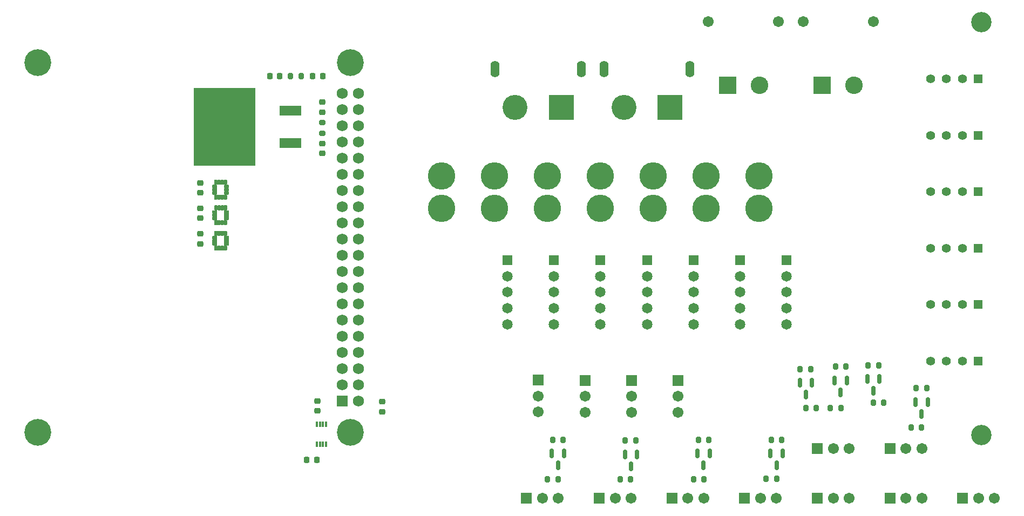
<source format=gbs>
%TF.GenerationSoftware,KiCad,Pcbnew,7.0.7*%
%TF.CreationDate,2023-11-07T21:18:24-05:00*%
%TF.ProjectId,mainControllerGRR,6d61696e-436f-46e7-9472-6f6c6c657247,rev?*%
%TF.SameCoordinates,Original*%
%TF.FileFunction,Soldermask,Bot*%
%TF.FilePolarity,Negative*%
%FSLAX46Y46*%
G04 Gerber Fmt 4.6, Leading zero omitted, Abs format (unit mm)*
G04 Created by KiCad (PCBNEW 7.0.7) date 2023-11-07 21:18:24*
%MOMM*%
%LPD*%
G01*
G04 APERTURE LIST*
G04 Aperture macros list*
%AMRoundRect*
0 Rectangle with rounded corners*
0 $1 Rounding radius*
0 $2 $3 $4 $5 $6 $7 $8 $9 X,Y pos of 4 corners*
0 Add a 4 corners polygon primitive as box body*
4,1,4,$2,$3,$4,$5,$6,$7,$8,$9,$2,$3,0*
0 Add four circle primitives for the rounded corners*
1,1,$1+$1,$2,$3*
1,1,$1+$1,$4,$5*
1,1,$1+$1,$6,$7*
1,1,$1+$1,$8,$9*
0 Add four rect primitives between the rounded corners*
20,1,$1+$1,$2,$3,$4,$5,0*
20,1,$1+$1,$4,$5,$6,$7,0*
20,1,$1+$1,$6,$7,$8,$9,0*
20,1,$1+$1,$8,$9,$2,$3,0*%
G04 Aperture macros list end*
%ADD10C,0.010000*%
%ADD11RoundRect,0.102000X-0.754000X-0.754000X0.754000X-0.754000X0.754000X0.754000X-0.754000X0.754000X0*%
%ADD12C,1.712000*%
%ADD13C,4.300000*%
%ADD14R,1.400000X1.400000*%
%ADD15C,1.400000*%
%ADD16RoundRect,0.102000X-0.754000X0.754000X-0.754000X-0.754000X0.754000X-0.754000X0.754000X0.754000X0*%
%ADD17RoundRect,0.102000X-1.858000X-1.858000X1.858000X-1.858000X1.858000X1.858000X-1.858000X1.858000X0*%
%ADD18C,3.920000*%
%ADD19O,1.404000X2.604000*%
%ADD20C,3.200000*%
%ADD21C,2.754000*%
%ADD22RoundRect,0.102000X-1.275000X-1.275000X1.275000X-1.275000X1.275000X1.275000X-1.275000X1.275000X0*%
%ADD23R,1.650000X1.650000*%
%ADD24C,1.650000*%
%ADD25RoundRect,0.102000X-0.762000X0.762000X-0.762000X-0.762000X0.762000X-0.762000X0.762000X0.762000X0*%
%ADD26C,1.728000*%
%ADD27C,4.204000*%
%ADD28RoundRect,0.150000X-0.150000X0.587500X-0.150000X-0.587500X0.150000X-0.587500X0.150000X0.587500X0*%
%ADD29RoundRect,0.225000X0.250000X-0.225000X0.250000X0.225000X-0.250000X0.225000X-0.250000X-0.225000X0*%
%ADD30RoundRect,0.200000X0.200000X0.275000X-0.200000X0.275000X-0.200000X-0.275000X0.200000X-0.275000X0*%
%ADD31R,0.300000X0.850000*%
%ADD32RoundRect,0.200000X-0.200000X-0.275000X0.200000X-0.275000X0.200000X0.275000X-0.200000X0.275000X0*%
%ADD33RoundRect,0.225000X-0.225000X-0.250000X0.225000X-0.250000X0.225000X0.250000X-0.225000X0.250000X0*%
%ADD34R,3.500000X1.600000*%
%ADD35R,9.750000X12.200000*%
%ADD36RoundRect,0.225000X0.225000X0.250000X-0.225000X0.250000X-0.225000X-0.250000X0.225000X-0.250000X0*%
%ADD37RoundRect,0.200000X0.275000X-0.200000X0.275000X0.200000X-0.275000X0.200000X-0.275000X-0.200000X0*%
%ADD38RoundRect,0.218750X0.218750X0.256250X-0.218750X0.256250X-0.218750X-0.256250X0.218750X-0.256250X0*%
%ADD39RoundRect,0.218750X-0.256250X0.218750X-0.256250X-0.218750X0.256250X-0.218750X0.256250X0.218750X0*%
%ADD40RoundRect,0.225000X-0.250000X0.225000X-0.250000X-0.225000X0.250000X-0.225000X0.250000X0.225000X0*%
G04 APERTURE END LIST*
%TO.C,U3*%
D10*
X135628000Y-74759514D02*
X135635000Y-74760514D01*
X135641000Y-74761514D01*
X135647000Y-74762514D01*
X135654000Y-74764514D01*
X135660000Y-74766514D01*
X135666000Y-74769514D01*
X135672000Y-74772514D01*
X135677000Y-74775514D01*
X135683000Y-74778514D01*
X135688000Y-74782514D01*
X135694000Y-74786514D01*
X135699000Y-74790514D01*
X135703000Y-74795514D01*
X135708000Y-74799514D01*
X135712000Y-74804514D01*
X135716000Y-74810514D01*
X135720000Y-74815514D01*
X135723000Y-74820514D01*
X135726000Y-74826514D01*
X135729000Y-74832514D01*
X135732000Y-74838514D01*
X135734000Y-74844514D01*
X135736000Y-74851514D01*
X135737000Y-74857514D01*
X135738000Y-74863514D01*
X135739000Y-74870514D01*
X135740000Y-74876514D01*
X135740000Y-74883514D01*
X135740000Y-75323514D01*
X135740000Y-75330514D01*
X135739000Y-75336514D01*
X135738000Y-75343514D01*
X135737000Y-75349514D01*
X135736000Y-75355514D01*
X135734000Y-75362514D01*
X135732000Y-75368514D01*
X135729000Y-75374514D01*
X135726000Y-75380514D01*
X135723000Y-75386514D01*
X135720000Y-75391514D01*
X135716000Y-75396514D01*
X135712000Y-75402514D01*
X135708000Y-75407514D01*
X135703000Y-75411514D01*
X135699000Y-75416514D01*
X135694000Y-75420514D01*
X135688000Y-75424514D01*
X135683000Y-75428514D01*
X135677000Y-75431514D01*
X135672000Y-75434514D01*
X135666000Y-75437514D01*
X135660000Y-75440514D01*
X135654000Y-75442514D01*
X135647000Y-75444514D01*
X135641000Y-75445514D01*
X135635000Y-75446514D01*
X135628000Y-75447514D01*
X135622000Y-75448514D01*
X135615000Y-75448514D01*
X135415000Y-75448514D01*
X135408000Y-75448514D01*
X135402000Y-75447514D01*
X135395000Y-75446514D01*
X135389000Y-75445514D01*
X135383000Y-75444514D01*
X135376000Y-75442514D01*
X135370000Y-75440514D01*
X135364000Y-75437514D01*
X135358000Y-75434514D01*
X135353000Y-75431514D01*
X135347000Y-75428514D01*
X135342000Y-75424514D01*
X135336000Y-75420514D01*
X135331000Y-75416514D01*
X135327000Y-75411514D01*
X135322000Y-75407514D01*
X135318000Y-75402514D01*
X135314000Y-75396514D01*
X135310000Y-75391514D01*
X135307000Y-75386514D01*
X135304000Y-75380514D01*
X135301000Y-75374514D01*
X135298000Y-75368514D01*
X135296000Y-75362514D01*
X135294000Y-75355514D01*
X135293000Y-75349514D01*
X135292000Y-75343514D01*
X135291000Y-75336514D01*
X135290000Y-75330514D01*
X135290000Y-75323514D01*
X135290000Y-74883514D01*
X135290000Y-74876514D01*
X135291000Y-74870514D01*
X135292000Y-74863514D01*
X135293000Y-74857514D01*
X135294000Y-74851514D01*
X135296000Y-74844514D01*
X135298000Y-74838514D01*
X135301000Y-74832514D01*
X135304000Y-74826514D01*
X135307000Y-74820514D01*
X135310000Y-74815514D01*
X135314000Y-74810514D01*
X135318000Y-74804514D01*
X135322000Y-74799514D01*
X135327000Y-74795514D01*
X135331000Y-74790514D01*
X135336000Y-74786514D01*
X135342000Y-74782514D01*
X135347000Y-74778514D01*
X135353000Y-74775514D01*
X135358000Y-74772514D01*
X135364000Y-74769514D01*
X135370000Y-74766514D01*
X135376000Y-74764514D01*
X135383000Y-74762514D01*
X135389000Y-74761514D01*
X135395000Y-74760514D01*
X135402000Y-74759514D01*
X135408000Y-74758514D01*
X135415000Y-74758514D01*
X135615000Y-74758514D01*
X135622000Y-74758514D01*
X135628000Y-74759514D01*
G36*
X135628000Y-74759514D02*
G01*
X135635000Y-74760514D01*
X135641000Y-74761514D01*
X135647000Y-74762514D01*
X135654000Y-74764514D01*
X135660000Y-74766514D01*
X135666000Y-74769514D01*
X135672000Y-74772514D01*
X135677000Y-74775514D01*
X135683000Y-74778514D01*
X135688000Y-74782514D01*
X135694000Y-74786514D01*
X135699000Y-74790514D01*
X135703000Y-74795514D01*
X135708000Y-74799514D01*
X135712000Y-74804514D01*
X135716000Y-74810514D01*
X135720000Y-74815514D01*
X135723000Y-74820514D01*
X135726000Y-74826514D01*
X135729000Y-74832514D01*
X135732000Y-74838514D01*
X135734000Y-74844514D01*
X135736000Y-74851514D01*
X135737000Y-74857514D01*
X135738000Y-74863514D01*
X135739000Y-74870514D01*
X135740000Y-74876514D01*
X135740000Y-74883514D01*
X135740000Y-75323514D01*
X135740000Y-75330514D01*
X135739000Y-75336514D01*
X135738000Y-75343514D01*
X135737000Y-75349514D01*
X135736000Y-75355514D01*
X135734000Y-75362514D01*
X135732000Y-75368514D01*
X135729000Y-75374514D01*
X135726000Y-75380514D01*
X135723000Y-75386514D01*
X135720000Y-75391514D01*
X135716000Y-75396514D01*
X135712000Y-75402514D01*
X135708000Y-75407514D01*
X135703000Y-75411514D01*
X135699000Y-75416514D01*
X135694000Y-75420514D01*
X135688000Y-75424514D01*
X135683000Y-75428514D01*
X135677000Y-75431514D01*
X135672000Y-75434514D01*
X135666000Y-75437514D01*
X135660000Y-75440514D01*
X135654000Y-75442514D01*
X135647000Y-75444514D01*
X135641000Y-75445514D01*
X135635000Y-75446514D01*
X135628000Y-75447514D01*
X135622000Y-75448514D01*
X135615000Y-75448514D01*
X135415000Y-75448514D01*
X135408000Y-75448514D01*
X135402000Y-75447514D01*
X135395000Y-75446514D01*
X135389000Y-75445514D01*
X135383000Y-75444514D01*
X135376000Y-75442514D01*
X135370000Y-75440514D01*
X135364000Y-75437514D01*
X135358000Y-75434514D01*
X135353000Y-75431514D01*
X135347000Y-75428514D01*
X135342000Y-75424514D01*
X135336000Y-75420514D01*
X135331000Y-75416514D01*
X135327000Y-75411514D01*
X135322000Y-75407514D01*
X135318000Y-75402514D01*
X135314000Y-75396514D01*
X135310000Y-75391514D01*
X135307000Y-75386514D01*
X135304000Y-75380514D01*
X135301000Y-75374514D01*
X135298000Y-75368514D01*
X135296000Y-75362514D01*
X135294000Y-75355514D01*
X135293000Y-75349514D01*
X135292000Y-75343514D01*
X135291000Y-75336514D01*
X135290000Y-75330514D01*
X135290000Y-75323514D01*
X135290000Y-74883514D01*
X135290000Y-74876514D01*
X135291000Y-74870514D01*
X135292000Y-74863514D01*
X135293000Y-74857514D01*
X135294000Y-74851514D01*
X135296000Y-74844514D01*
X135298000Y-74838514D01*
X135301000Y-74832514D01*
X135304000Y-74826514D01*
X135307000Y-74820514D01*
X135310000Y-74815514D01*
X135314000Y-74810514D01*
X135318000Y-74804514D01*
X135322000Y-74799514D01*
X135327000Y-74795514D01*
X135331000Y-74790514D01*
X135336000Y-74786514D01*
X135342000Y-74782514D01*
X135347000Y-74778514D01*
X135353000Y-74775514D01*
X135358000Y-74772514D01*
X135364000Y-74769514D01*
X135370000Y-74766514D01*
X135376000Y-74764514D01*
X135383000Y-74762514D01*
X135389000Y-74761514D01*
X135395000Y-74760514D01*
X135402000Y-74759514D01*
X135408000Y-74758514D01*
X135415000Y-74758514D01*
X135615000Y-74758514D01*
X135622000Y-74758514D01*
X135628000Y-74759514D01*
G37*
X136128000Y-74759514D02*
X136135000Y-74760514D01*
X136141000Y-74761514D01*
X136147000Y-74762514D01*
X136154000Y-74764514D01*
X136160000Y-74766514D01*
X136166000Y-74769514D01*
X136172000Y-74772514D01*
X136177000Y-74775514D01*
X136183000Y-74778514D01*
X136188000Y-74782514D01*
X136194000Y-74786514D01*
X136199000Y-74790514D01*
X136203000Y-74795514D01*
X136208000Y-74799514D01*
X136212000Y-74804514D01*
X136216000Y-74810514D01*
X136220000Y-74815514D01*
X136223000Y-74820514D01*
X136226000Y-74826514D01*
X136229000Y-74832514D01*
X136232000Y-74838514D01*
X136234000Y-74844514D01*
X136236000Y-74851514D01*
X136237000Y-74857514D01*
X136238000Y-74863514D01*
X136239000Y-74870514D01*
X136240000Y-74876514D01*
X136240000Y-74883514D01*
X136240000Y-75323514D01*
X136240000Y-75330514D01*
X136239000Y-75336514D01*
X136238000Y-75343514D01*
X136237000Y-75349514D01*
X136236000Y-75355514D01*
X136234000Y-75362514D01*
X136232000Y-75368514D01*
X136229000Y-75374514D01*
X136226000Y-75380514D01*
X136223000Y-75386514D01*
X136220000Y-75391514D01*
X136216000Y-75396514D01*
X136212000Y-75402514D01*
X136208000Y-75407514D01*
X136203000Y-75411514D01*
X136199000Y-75416514D01*
X136194000Y-75420514D01*
X136188000Y-75424514D01*
X136183000Y-75428514D01*
X136177000Y-75431514D01*
X136172000Y-75434514D01*
X136166000Y-75437514D01*
X136160000Y-75440514D01*
X136154000Y-75442514D01*
X136147000Y-75444514D01*
X136141000Y-75445514D01*
X136135000Y-75446514D01*
X136128000Y-75447514D01*
X136122000Y-75448514D01*
X136115000Y-75448514D01*
X135915000Y-75448514D01*
X135908000Y-75448514D01*
X135902000Y-75447514D01*
X135895000Y-75446514D01*
X135889000Y-75445514D01*
X135883000Y-75444514D01*
X135876000Y-75442514D01*
X135870000Y-75440514D01*
X135864000Y-75437514D01*
X135858000Y-75434514D01*
X135853000Y-75431514D01*
X135847000Y-75428514D01*
X135842000Y-75424514D01*
X135836000Y-75420514D01*
X135831000Y-75416514D01*
X135827000Y-75411514D01*
X135822000Y-75407514D01*
X135818000Y-75402514D01*
X135814000Y-75396514D01*
X135810000Y-75391514D01*
X135807000Y-75386514D01*
X135804000Y-75380514D01*
X135801000Y-75374514D01*
X135798000Y-75368514D01*
X135796000Y-75362514D01*
X135794000Y-75355514D01*
X135793000Y-75349514D01*
X135792000Y-75343514D01*
X135791000Y-75336514D01*
X135790000Y-75330514D01*
X135790000Y-75323514D01*
X135790000Y-74883514D01*
X135790000Y-74876514D01*
X135791000Y-74870514D01*
X135792000Y-74863514D01*
X135793000Y-74857514D01*
X135794000Y-74851514D01*
X135796000Y-74844514D01*
X135798000Y-74838514D01*
X135801000Y-74832514D01*
X135804000Y-74826514D01*
X135807000Y-74820514D01*
X135810000Y-74815514D01*
X135814000Y-74810514D01*
X135818000Y-74804514D01*
X135822000Y-74799514D01*
X135827000Y-74795514D01*
X135831000Y-74790514D01*
X135836000Y-74786514D01*
X135842000Y-74782514D01*
X135847000Y-74778514D01*
X135853000Y-74775514D01*
X135858000Y-74772514D01*
X135864000Y-74769514D01*
X135870000Y-74766514D01*
X135876000Y-74764514D01*
X135883000Y-74762514D01*
X135889000Y-74761514D01*
X135895000Y-74760514D01*
X135902000Y-74759514D01*
X135908000Y-74758514D01*
X135915000Y-74758514D01*
X136115000Y-74758514D01*
X136122000Y-74758514D01*
X136128000Y-74759514D01*
G36*
X136128000Y-74759514D02*
G01*
X136135000Y-74760514D01*
X136141000Y-74761514D01*
X136147000Y-74762514D01*
X136154000Y-74764514D01*
X136160000Y-74766514D01*
X136166000Y-74769514D01*
X136172000Y-74772514D01*
X136177000Y-74775514D01*
X136183000Y-74778514D01*
X136188000Y-74782514D01*
X136194000Y-74786514D01*
X136199000Y-74790514D01*
X136203000Y-74795514D01*
X136208000Y-74799514D01*
X136212000Y-74804514D01*
X136216000Y-74810514D01*
X136220000Y-74815514D01*
X136223000Y-74820514D01*
X136226000Y-74826514D01*
X136229000Y-74832514D01*
X136232000Y-74838514D01*
X136234000Y-74844514D01*
X136236000Y-74851514D01*
X136237000Y-74857514D01*
X136238000Y-74863514D01*
X136239000Y-74870514D01*
X136240000Y-74876514D01*
X136240000Y-74883514D01*
X136240000Y-75323514D01*
X136240000Y-75330514D01*
X136239000Y-75336514D01*
X136238000Y-75343514D01*
X136237000Y-75349514D01*
X136236000Y-75355514D01*
X136234000Y-75362514D01*
X136232000Y-75368514D01*
X136229000Y-75374514D01*
X136226000Y-75380514D01*
X136223000Y-75386514D01*
X136220000Y-75391514D01*
X136216000Y-75396514D01*
X136212000Y-75402514D01*
X136208000Y-75407514D01*
X136203000Y-75411514D01*
X136199000Y-75416514D01*
X136194000Y-75420514D01*
X136188000Y-75424514D01*
X136183000Y-75428514D01*
X136177000Y-75431514D01*
X136172000Y-75434514D01*
X136166000Y-75437514D01*
X136160000Y-75440514D01*
X136154000Y-75442514D01*
X136147000Y-75444514D01*
X136141000Y-75445514D01*
X136135000Y-75446514D01*
X136128000Y-75447514D01*
X136122000Y-75448514D01*
X136115000Y-75448514D01*
X135915000Y-75448514D01*
X135908000Y-75448514D01*
X135902000Y-75447514D01*
X135895000Y-75446514D01*
X135889000Y-75445514D01*
X135883000Y-75444514D01*
X135876000Y-75442514D01*
X135870000Y-75440514D01*
X135864000Y-75437514D01*
X135858000Y-75434514D01*
X135853000Y-75431514D01*
X135847000Y-75428514D01*
X135842000Y-75424514D01*
X135836000Y-75420514D01*
X135831000Y-75416514D01*
X135827000Y-75411514D01*
X135822000Y-75407514D01*
X135818000Y-75402514D01*
X135814000Y-75396514D01*
X135810000Y-75391514D01*
X135807000Y-75386514D01*
X135804000Y-75380514D01*
X135801000Y-75374514D01*
X135798000Y-75368514D01*
X135796000Y-75362514D01*
X135794000Y-75355514D01*
X135793000Y-75349514D01*
X135792000Y-75343514D01*
X135791000Y-75336514D01*
X135790000Y-75330514D01*
X135790000Y-75323514D01*
X135790000Y-74883514D01*
X135790000Y-74876514D01*
X135791000Y-74870514D01*
X135792000Y-74863514D01*
X135793000Y-74857514D01*
X135794000Y-74851514D01*
X135796000Y-74844514D01*
X135798000Y-74838514D01*
X135801000Y-74832514D01*
X135804000Y-74826514D01*
X135807000Y-74820514D01*
X135810000Y-74815514D01*
X135814000Y-74810514D01*
X135818000Y-74804514D01*
X135822000Y-74799514D01*
X135827000Y-74795514D01*
X135831000Y-74790514D01*
X135836000Y-74786514D01*
X135842000Y-74782514D01*
X135847000Y-74778514D01*
X135853000Y-74775514D01*
X135858000Y-74772514D01*
X135864000Y-74769514D01*
X135870000Y-74766514D01*
X135876000Y-74764514D01*
X135883000Y-74762514D01*
X135889000Y-74761514D01*
X135895000Y-74760514D01*
X135902000Y-74759514D01*
X135908000Y-74758514D01*
X135915000Y-74758514D01*
X136115000Y-74758514D01*
X136122000Y-74758514D01*
X136128000Y-74759514D01*
G37*
X136628000Y-74759514D02*
X136635000Y-74760514D01*
X136641000Y-74761514D01*
X136647000Y-74762514D01*
X136654000Y-74764514D01*
X136660000Y-74766514D01*
X136666000Y-74769514D01*
X136672000Y-74772514D01*
X136677000Y-74775514D01*
X136683000Y-74778514D01*
X136688000Y-74782514D01*
X136694000Y-74786514D01*
X136699000Y-74790514D01*
X136703000Y-74795514D01*
X136708000Y-74799514D01*
X136712000Y-74804514D01*
X136716000Y-74810514D01*
X136720000Y-74815514D01*
X136723000Y-74820514D01*
X136726000Y-74826514D01*
X136729000Y-74832514D01*
X136732000Y-74838514D01*
X136734000Y-74844514D01*
X136736000Y-74851514D01*
X136737000Y-74857514D01*
X136738000Y-74863514D01*
X136739000Y-74870514D01*
X136740000Y-74876514D01*
X136740000Y-74883514D01*
X136740000Y-75323514D01*
X136740000Y-75330514D01*
X136739000Y-75336514D01*
X136738000Y-75343514D01*
X136737000Y-75349514D01*
X136736000Y-75355514D01*
X136734000Y-75362514D01*
X136732000Y-75368514D01*
X136729000Y-75374514D01*
X136726000Y-75380514D01*
X136723000Y-75386514D01*
X136720000Y-75391514D01*
X136716000Y-75396514D01*
X136712000Y-75402514D01*
X136708000Y-75407514D01*
X136703000Y-75411514D01*
X136699000Y-75416514D01*
X136694000Y-75420514D01*
X136688000Y-75424514D01*
X136683000Y-75428514D01*
X136677000Y-75431514D01*
X136672000Y-75434514D01*
X136666000Y-75437514D01*
X136660000Y-75440514D01*
X136654000Y-75442514D01*
X136647000Y-75444514D01*
X136641000Y-75445514D01*
X136635000Y-75446514D01*
X136628000Y-75447514D01*
X136622000Y-75448514D01*
X136615000Y-75448514D01*
X136415000Y-75448514D01*
X136408000Y-75448514D01*
X136402000Y-75447514D01*
X136395000Y-75446514D01*
X136389000Y-75445514D01*
X136383000Y-75444514D01*
X136376000Y-75442514D01*
X136370000Y-75440514D01*
X136364000Y-75437514D01*
X136358000Y-75434514D01*
X136353000Y-75431514D01*
X136347000Y-75428514D01*
X136342000Y-75424514D01*
X136336000Y-75420514D01*
X136331000Y-75416514D01*
X136327000Y-75411514D01*
X136322000Y-75407514D01*
X136318000Y-75402514D01*
X136314000Y-75396514D01*
X136310000Y-75391514D01*
X136307000Y-75386514D01*
X136304000Y-75380514D01*
X136301000Y-75374514D01*
X136298000Y-75368514D01*
X136296000Y-75362514D01*
X136294000Y-75355514D01*
X136293000Y-75349514D01*
X136292000Y-75343514D01*
X136291000Y-75336514D01*
X136290000Y-75330514D01*
X136290000Y-75323514D01*
X136290000Y-74883514D01*
X136290000Y-74876514D01*
X136291000Y-74870514D01*
X136292000Y-74863514D01*
X136293000Y-74857514D01*
X136294000Y-74851514D01*
X136296000Y-74844514D01*
X136298000Y-74838514D01*
X136301000Y-74832514D01*
X136304000Y-74826514D01*
X136307000Y-74820514D01*
X136310000Y-74815514D01*
X136314000Y-74810514D01*
X136318000Y-74804514D01*
X136322000Y-74799514D01*
X136327000Y-74795514D01*
X136331000Y-74790514D01*
X136336000Y-74786514D01*
X136342000Y-74782514D01*
X136347000Y-74778514D01*
X136353000Y-74775514D01*
X136358000Y-74772514D01*
X136364000Y-74769514D01*
X136370000Y-74766514D01*
X136376000Y-74764514D01*
X136383000Y-74762514D01*
X136389000Y-74761514D01*
X136395000Y-74760514D01*
X136402000Y-74759514D01*
X136408000Y-74758514D01*
X136415000Y-74758514D01*
X136615000Y-74758514D01*
X136622000Y-74758514D01*
X136628000Y-74759514D01*
G36*
X136628000Y-74759514D02*
G01*
X136635000Y-74760514D01*
X136641000Y-74761514D01*
X136647000Y-74762514D01*
X136654000Y-74764514D01*
X136660000Y-74766514D01*
X136666000Y-74769514D01*
X136672000Y-74772514D01*
X136677000Y-74775514D01*
X136683000Y-74778514D01*
X136688000Y-74782514D01*
X136694000Y-74786514D01*
X136699000Y-74790514D01*
X136703000Y-74795514D01*
X136708000Y-74799514D01*
X136712000Y-74804514D01*
X136716000Y-74810514D01*
X136720000Y-74815514D01*
X136723000Y-74820514D01*
X136726000Y-74826514D01*
X136729000Y-74832514D01*
X136732000Y-74838514D01*
X136734000Y-74844514D01*
X136736000Y-74851514D01*
X136737000Y-74857514D01*
X136738000Y-74863514D01*
X136739000Y-74870514D01*
X136740000Y-74876514D01*
X136740000Y-74883514D01*
X136740000Y-75323514D01*
X136740000Y-75330514D01*
X136739000Y-75336514D01*
X136738000Y-75343514D01*
X136737000Y-75349514D01*
X136736000Y-75355514D01*
X136734000Y-75362514D01*
X136732000Y-75368514D01*
X136729000Y-75374514D01*
X136726000Y-75380514D01*
X136723000Y-75386514D01*
X136720000Y-75391514D01*
X136716000Y-75396514D01*
X136712000Y-75402514D01*
X136708000Y-75407514D01*
X136703000Y-75411514D01*
X136699000Y-75416514D01*
X136694000Y-75420514D01*
X136688000Y-75424514D01*
X136683000Y-75428514D01*
X136677000Y-75431514D01*
X136672000Y-75434514D01*
X136666000Y-75437514D01*
X136660000Y-75440514D01*
X136654000Y-75442514D01*
X136647000Y-75444514D01*
X136641000Y-75445514D01*
X136635000Y-75446514D01*
X136628000Y-75447514D01*
X136622000Y-75448514D01*
X136615000Y-75448514D01*
X136415000Y-75448514D01*
X136408000Y-75448514D01*
X136402000Y-75447514D01*
X136395000Y-75446514D01*
X136389000Y-75445514D01*
X136383000Y-75444514D01*
X136376000Y-75442514D01*
X136370000Y-75440514D01*
X136364000Y-75437514D01*
X136358000Y-75434514D01*
X136353000Y-75431514D01*
X136347000Y-75428514D01*
X136342000Y-75424514D01*
X136336000Y-75420514D01*
X136331000Y-75416514D01*
X136327000Y-75411514D01*
X136322000Y-75407514D01*
X136318000Y-75402514D01*
X136314000Y-75396514D01*
X136310000Y-75391514D01*
X136307000Y-75386514D01*
X136304000Y-75380514D01*
X136301000Y-75374514D01*
X136298000Y-75368514D01*
X136296000Y-75362514D01*
X136294000Y-75355514D01*
X136293000Y-75349514D01*
X136292000Y-75343514D01*
X136291000Y-75336514D01*
X136290000Y-75330514D01*
X136290000Y-75323514D01*
X136290000Y-74883514D01*
X136290000Y-74876514D01*
X136291000Y-74870514D01*
X136292000Y-74863514D01*
X136293000Y-74857514D01*
X136294000Y-74851514D01*
X136296000Y-74844514D01*
X136298000Y-74838514D01*
X136301000Y-74832514D01*
X136304000Y-74826514D01*
X136307000Y-74820514D01*
X136310000Y-74815514D01*
X136314000Y-74810514D01*
X136318000Y-74804514D01*
X136322000Y-74799514D01*
X136327000Y-74795514D01*
X136331000Y-74790514D01*
X136336000Y-74786514D01*
X136342000Y-74782514D01*
X136347000Y-74778514D01*
X136353000Y-74775514D01*
X136358000Y-74772514D01*
X136364000Y-74769514D01*
X136370000Y-74766514D01*
X136376000Y-74764514D01*
X136383000Y-74762514D01*
X136389000Y-74761514D01*
X136395000Y-74760514D01*
X136402000Y-74759514D01*
X136408000Y-74758514D01*
X136415000Y-74758514D01*
X136615000Y-74758514D01*
X136622000Y-74758514D01*
X136628000Y-74759514D01*
G37*
X137128000Y-74759514D02*
X137135000Y-74760514D01*
X137141000Y-74761514D01*
X137147000Y-74762514D01*
X137154000Y-74764514D01*
X137160000Y-74766514D01*
X137166000Y-74769514D01*
X137172000Y-74772514D01*
X137177000Y-74775514D01*
X137183000Y-74778514D01*
X137188000Y-74782514D01*
X137194000Y-74786514D01*
X137199000Y-74790514D01*
X137203000Y-74795514D01*
X137208000Y-74799514D01*
X137212000Y-74804514D01*
X137216000Y-74810514D01*
X137220000Y-74815514D01*
X137223000Y-74820514D01*
X137226000Y-74826514D01*
X137229000Y-74832514D01*
X137232000Y-74838514D01*
X137234000Y-74844514D01*
X137236000Y-74851514D01*
X137237000Y-74857514D01*
X137238000Y-74863514D01*
X137239000Y-74870514D01*
X137240000Y-74876514D01*
X137240000Y-74883514D01*
X137240000Y-75323514D01*
X137240000Y-75330514D01*
X137239000Y-75336514D01*
X137238000Y-75343514D01*
X137237000Y-75349514D01*
X137236000Y-75355514D01*
X137234000Y-75362514D01*
X137232000Y-75368514D01*
X137229000Y-75374514D01*
X137226000Y-75380514D01*
X137223000Y-75386514D01*
X137220000Y-75391514D01*
X137216000Y-75396514D01*
X137212000Y-75402514D01*
X137208000Y-75407514D01*
X137203000Y-75411514D01*
X137199000Y-75416514D01*
X137194000Y-75420514D01*
X137188000Y-75424514D01*
X137183000Y-75428514D01*
X137177000Y-75431514D01*
X137172000Y-75434514D01*
X137166000Y-75437514D01*
X137160000Y-75440514D01*
X137154000Y-75442514D01*
X137147000Y-75444514D01*
X137141000Y-75445514D01*
X137135000Y-75446514D01*
X137128000Y-75447514D01*
X137122000Y-75448514D01*
X137115000Y-75448514D01*
X136915000Y-75448514D01*
X136908000Y-75448514D01*
X136902000Y-75447514D01*
X136895000Y-75446514D01*
X136889000Y-75445514D01*
X136883000Y-75444514D01*
X136876000Y-75442514D01*
X136870000Y-75440514D01*
X136864000Y-75437514D01*
X136858000Y-75434514D01*
X136853000Y-75431514D01*
X136847000Y-75428514D01*
X136842000Y-75424514D01*
X136836000Y-75420514D01*
X136831000Y-75416514D01*
X136827000Y-75411514D01*
X136822000Y-75407514D01*
X136818000Y-75402514D01*
X136814000Y-75396514D01*
X136810000Y-75391514D01*
X136807000Y-75386514D01*
X136804000Y-75380514D01*
X136801000Y-75374514D01*
X136798000Y-75368514D01*
X136796000Y-75362514D01*
X136794000Y-75355514D01*
X136793000Y-75349514D01*
X136792000Y-75343514D01*
X136791000Y-75336514D01*
X136790000Y-75330514D01*
X136790000Y-75323514D01*
X136790000Y-74883514D01*
X136790000Y-74876514D01*
X136791000Y-74870514D01*
X136792000Y-74863514D01*
X136793000Y-74857514D01*
X136794000Y-74851514D01*
X136796000Y-74844514D01*
X136798000Y-74838514D01*
X136801000Y-74832514D01*
X136804000Y-74826514D01*
X136807000Y-74820514D01*
X136810000Y-74815514D01*
X136814000Y-74810514D01*
X136818000Y-74804514D01*
X136822000Y-74799514D01*
X136827000Y-74795514D01*
X136831000Y-74790514D01*
X136836000Y-74786514D01*
X136842000Y-74782514D01*
X136847000Y-74778514D01*
X136853000Y-74775514D01*
X136858000Y-74772514D01*
X136864000Y-74769514D01*
X136870000Y-74766514D01*
X136876000Y-74764514D01*
X136883000Y-74762514D01*
X136889000Y-74761514D01*
X136895000Y-74760514D01*
X136902000Y-74759514D01*
X136908000Y-74758514D01*
X136915000Y-74758514D01*
X137115000Y-74758514D01*
X137122000Y-74758514D01*
X137128000Y-74759514D01*
G36*
X137128000Y-74759514D02*
G01*
X137135000Y-74760514D01*
X137141000Y-74761514D01*
X137147000Y-74762514D01*
X137154000Y-74764514D01*
X137160000Y-74766514D01*
X137166000Y-74769514D01*
X137172000Y-74772514D01*
X137177000Y-74775514D01*
X137183000Y-74778514D01*
X137188000Y-74782514D01*
X137194000Y-74786514D01*
X137199000Y-74790514D01*
X137203000Y-74795514D01*
X137208000Y-74799514D01*
X137212000Y-74804514D01*
X137216000Y-74810514D01*
X137220000Y-74815514D01*
X137223000Y-74820514D01*
X137226000Y-74826514D01*
X137229000Y-74832514D01*
X137232000Y-74838514D01*
X137234000Y-74844514D01*
X137236000Y-74851514D01*
X137237000Y-74857514D01*
X137238000Y-74863514D01*
X137239000Y-74870514D01*
X137240000Y-74876514D01*
X137240000Y-74883514D01*
X137240000Y-75323514D01*
X137240000Y-75330514D01*
X137239000Y-75336514D01*
X137238000Y-75343514D01*
X137237000Y-75349514D01*
X137236000Y-75355514D01*
X137234000Y-75362514D01*
X137232000Y-75368514D01*
X137229000Y-75374514D01*
X137226000Y-75380514D01*
X137223000Y-75386514D01*
X137220000Y-75391514D01*
X137216000Y-75396514D01*
X137212000Y-75402514D01*
X137208000Y-75407514D01*
X137203000Y-75411514D01*
X137199000Y-75416514D01*
X137194000Y-75420514D01*
X137188000Y-75424514D01*
X137183000Y-75428514D01*
X137177000Y-75431514D01*
X137172000Y-75434514D01*
X137166000Y-75437514D01*
X137160000Y-75440514D01*
X137154000Y-75442514D01*
X137147000Y-75444514D01*
X137141000Y-75445514D01*
X137135000Y-75446514D01*
X137128000Y-75447514D01*
X137122000Y-75448514D01*
X137115000Y-75448514D01*
X136915000Y-75448514D01*
X136908000Y-75448514D01*
X136902000Y-75447514D01*
X136895000Y-75446514D01*
X136889000Y-75445514D01*
X136883000Y-75444514D01*
X136876000Y-75442514D01*
X136870000Y-75440514D01*
X136864000Y-75437514D01*
X136858000Y-75434514D01*
X136853000Y-75431514D01*
X136847000Y-75428514D01*
X136842000Y-75424514D01*
X136836000Y-75420514D01*
X136831000Y-75416514D01*
X136827000Y-75411514D01*
X136822000Y-75407514D01*
X136818000Y-75402514D01*
X136814000Y-75396514D01*
X136810000Y-75391514D01*
X136807000Y-75386514D01*
X136804000Y-75380514D01*
X136801000Y-75374514D01*
X136798000Y-75368514D01*
X136796000Y-75362514D01*
X136794000Y-75355514D01*
X136793000Y-75349514D01*
X136792000Y-75343514D01*
X136791000Y-75336514D01*
X136790000Y-75330514D01*
X136790000Y-75323514D01*
X136790000Y-74883514D01*
X136790000Y-74876514D01*
X136791000Y-74870514D01*
X136792000Y-74863514D01*
X136793000Y-74857514D01*
X136794000Y-74851514D01*
X136796000Y-74844514D01*
X136798000Y-74838514D01*
X136801000Y-74832514D01*
X136804000Y-74826514D01*
X136807000Y-74820514D01*
X136810000Y-74815514D01*
X136814000Y-74810514D01*
X136818000Y-74804514D01*
X136822000Y-74799514D01*
X136827000Y-74795514D01*
X136831000Y-74790514D01*
X136836000Y-74786514D01*
X136842000Y-74782514D01*
X136847000Y-74778514D01*
X136853000Y-74775514D01*
X136858000Y-74772514D01*
X136864000Y-74769514D01*
X136870000Y-74766514D01*
X136876000Y-74764514D01*
X136883000Y-74762514D01*
X136889000Y-74761514D01*
X136895000Y-74760514D01*
X136902000Y-74759514D01*
X136908000Y-74758514D01*
X136915000Y-74758514D01*
X137115000Y-74758514D01*
X137122000Y-74758514D01*
X137128000Y-74759514D01*
G37*
X135583000Y-74214514D02*
X135590000Y-74215514D01*
X135596000Y-74216514D01*
X135602000Y-74217514D01*
X135609000Y-74219514D01*
X135615000Y-74221514D01*
X135621000Y-74224514D01*
X135627000Y-74227514D01*
X135633000Y-74230514D01*
X135638000Y-74233514D01*
X135643000Y-74237514D01*
X135649000Y-74241514D01*
X135654000Y-74245514D01*
X135658000Y-74250514D01*
X135663000Y-74254514D01*
X135667000Y-74259514D01*
X135671000Y-74265514D01*
X135675000Y-74270514D01*
X135678000Y-74276514D01*
X135681000Y-74281514D01*
X135684000Y-74287514D01*
X135687000Y-74293514D01*
X135689000Y-74299514D01*
X135691000Y-74306514D01*
X135692000Y-74312514D01*
X135693000Y-74318514D01*
X135694000Y-74325514D01*
X135695000Y-74331514D01*
X135695000Y-74338514D01*
X135695000Y-74538514D01*
X135695000Y-74545514D01*
X135694000Y-74551514D01*
X135693000Y-74558514D01*
X135692000Y-74564514D01*
X135691000Y-74570514D01*
X135689000Y-74577514D01*
X135687000Y-74583514D01*
X135684000Y-74589514D01*
X135681000Y-74595514D01*
X135678000Y-74600514D01*
X135675000Y-74606514D01*
X135671000Y-74611514D01*
X135667000Y-74617514D01*
X135663000Y-74622514D01*
X135658000Y-74626514D01*
X135654000Y-74631514D01*
X135649000Y-74635514D01*
X135643000Y-74639514D01*
X135638000Y-74643514D01*
X135633000Y-74646514D01*
X135627000Y-74649514D01*
X135621000Y-74652514D01*
X135615000Y-74655514D01*
X135609000Y-74657514D01*
X135602000Y-74659514D01*
X135596000Y-74660514D01*
X135590000Y-74661514D01*
X135583000Y-74662514D01*
X135577000Y-74663514D01*
X135570000Y-74663514D01*
X135130000Y-74663514D01*
X135123000Y-74663514D01*
X135117000Y-74662514D01*
X135110000Y-74661514D01*
X135104000Y-74660514D01*
X135098000Y-74659514D01*
X135091000Y-74657514D01*
X135085000Y-74655514D01*
X135079000Y-74652514D01*
X135073000Y-74649514D01*
X135067000Y-74646514D01*
X135062000Y-74643514D01*
X135057000Y-74639514D01*
X135051000Y-74635514D01*
X135046000Y-74631514D01*
X135042000Y-74626514D01*
X135037000Y-74622514D01*
X135033000Y-74617514D01*
X135029000Y-74611514D01*
X135025000Y-74606514D01*
X135022000Y-74601514D01*
X135019000Y-74595514D01*
X135016000Y-74589514D01*
X135013000Y-74583514D01*
X135011000Y-74577514D01*
X135009000Y-74570514D01*
X135008000Y-74564514D01*
X135007000Y-74558514D01*
X135006000Y-74551514D01*
X135005000Y-74545514D01*
X135005000Y-74538514D01*
X135005000Y-74338514D01*
X135005000Y-74331514D01*
X135006000Y-74325514D01*
X135007000Y-74318514D01*
X135008000Y-74312514D01*
X135009000Y-74306514D01*
X135011000Y-74299514D01*
X135013000Y-74293514D01*
X135016000Y-74287514D01*
X135019000Y-74281514D01*
X135022000Y-74276514D01*
X135025000Y-74270514D01*
X135029000Y-74265514D01*
X135033000Y-74259514D01*
X135037000Y-74254514D01*
X135042000Y-74250514D01*
X135046000Y-74245514D01*
X135051000Y-74241514D01*
X135057000Y-74237514D01*
X135062000Y-74233514D01*
X135067000Y-74230514D01*
X135073000Y-74227514D01*
X135079000Y-74224514D01*
X135085000Y-74221514D01*
X135091000Y-74219514D01*
X135098000Y-74217514D01*
X135104000Y-74216514D01*
X135110000Y-74215514D01*
X135117000Y-74214514D01*
X135123000Y-74213514D01*
X135130000Y-74213514D01*
X135570000Y-74213514D01*
X135577000Y-74213514D01*
X135583000Y-74214514D01*
G36*
X135583000Y-74214514D02*
G01*
X135590000Y-74215514D01*
X135596000Y-74216514D01*
X135602000Y-74217514D01*
X135609000Y-74219514D01*
X135615000Y-74221514D01*
X135621000Y-74224514D01*
X135627000Y-74227514D01*
X135633000Y-74230514D01*
X135638000Y-74233514D01*
X135643000Y-74237514D01*
X135649000Y-74241514D01*
X135654000Y-74245514D01*
X135658000Y-74250514D01*
X135663000Y-74254514D01*
X135667000Y-74259514D01*
X135671000Y-74265514D01*
X135675000Y-74270514D01*
X135678000Y-74276514D01*
X135681000Y-74281514D01*
X135684000Y-74287514D01*
X135687000Y-74293514D01*
X135689000Y-74299514D01*
X135691000Y-74306514D01*
X135692000Y-74312514D01*
X135693000Y-74318514D01*
X135694000Y-74325514D01*
X135695000Y-74331514D01*
X135695000Y-74338514D01*
X135695000Y-74538514D01*
X135695000Y-74545514D01*
X135694000Y-74551514D01*
X135693000Y-74558514D01*
X135692000Y-74564514D01*
X135691000Y-74570514D01*
X135689000Y-74577514D01*
X135687000Y-74583514D01*
X135684000Y-74589514D01*
X135681000Y-74595514D01*
X135678000Y-74600514D01*
X135675000Y-74606514D01*
X135671000Y-74611514D01*
X135667000Y-74617514D01*
X135663000Y-74622514D01*
X135658000Y-74626514D01*
X135654000Y-74631514D01*
X135649000Y-74635514D01*
X135643000Y-74639514D01*
X135638000Y-74643514D01*
X135633000Y-74646514D01*
X135627000Y-74649514D01*
X135621000Y-74652514D01*
X135615000Y-74655514D01*
X135609000Y-74657514D01*
X135602000Y-74659514D01*
X135596000Y-74660514D01*
X135590000Y-74661514D01*
X135583000Y-74662514D01*
X135577000Y-74663514D01*
X135570000Y-74663514D01*
X135130000Y-74663514D01*
X135123000Y-74663514D01*
X135117000Y-74662514D01*
X135110000Y-74661514D01*
X135104000Y-74660514D01*
X135098000Y-74659514D01*
X135091000Y-74657514D01*
X135085000Y-74655514D01*
X135079000Y-74652514D01*
X135073000Y-74649514D01*
X135067000Y-74646514D01*
X135062000Y-74643514D01*
X135057000Y-74639514D01*
X135051000Y-74635514D01*
X135046000Y-74631514D01*
X135042000Y-74626514D01*
X135037000Y-74622514D01*
X135033000Y-74617514D01*
X135029000Y-74611514D01*
X135025000Y-74606514D01*
X135022000Y-74601514D01*
X135019000Y-74595514D01*
X135016000Y-74589514D01*
X135013000Y-74583514D01*
X135011000Y-74577514D01*
X135009000Y-74570514D01*
X135008000Y-74564514D01*
X135007000Y-74558514D01*
X135006000Y-74551514D01*
X135005000Y-74545514D01*
X135005000Y-74538514D01*
X135005000Y-74338514D01*
X135005000Y-74331514D01*
X135006000Y-74325514D01*
X135007000Y-74318514D01*
X135008000Y-74312514D01*
X135009000Y-74306514D01*
X135011000Y-74299514D01*
X135013000Y-74293514D01*
X135016000Y-74287514D01*
X135019000Y-74281514D01*
X135022000Y-74276514D01*
X135025000Y-74270514D01*
X135029000Y-74265514D01*
X135033000Y-74259514D01*
X135037000Y-74254514D01*
X135042000Y-74250514D01*
X135046000Y-74245514D01*
X135051000Y-74241514D01*
X135057000Y-74237514D01*
X135062000Y-74233514D01*
X135067000Y-74230514D01*
X135073000Y-74227514D01*
X135079000Y-74224514D01*
X135085000Y-74221514D01*
X135091000Y-74219514D01*
X135098000Y-74217514D01*
X135104000Y-74216514D01*
X135110000Y-74215514D01*
X135117000Y-74214514D01*
X135123000Y-74213514D01*
X135130000Y-74213514D01*
X135570000Y-74213514D01*
X135577000Y-74213514D01*
X135583000Y-74214514D01*
G37*
X137413000Y-74214514D02*
X137420000Y-74215514D01*
X137426000Y-74216514D01*
X137432000Y-74217514D01*
X137439000Y-74219514D01*
X137445000Y-74221514D01*
X137451000Y-74224514D01*
X137457000Y-74227514D01*
X137463000Y-74230514D01*
X137468000Y-74233514D01*
X137473000Y-74237514D01*
X137479000Y-74241514D01*
X137484000Y-74245514D01*
X137488000Y-74250514D01*
X137493000Y-74254514D01*
X137497000Y-74259514D01*
X137501000Y-74265514D01*
X137505000Y-74270514D01*
X137508000Y-74276514D01*
X137511000Y-74281514D01*
X137514000Y-74287514D01*
X137517000Y-74293514D01*
X137519000Y-74299514D01*
X137521000Y-74306514D01*
X137522000Y-74312514D01*
X137523000Y-74318514D01*
X137524000Y-74325514D01*
X137525000Y-74331514D01*
X137525000Y-74338514D01*
X137525000Y-74538514D01*
X137525000Y-74545514D01*
X137524000Y-74551514D01*
X137523000Y-74558514D01*
X137522000Y-74564514D01*
X137521000Y-74570514D01*
X137519000Y-74577514D01*
X137517000Y-74583514D01*
X137514000Y-74589514D01*
X137511000Y-74595514D01*
X137508000Y-74600514D01*
X137505000Y-74606514D01*
X137501000Y-74611514D01*
X137497000Y-74617514D01*
X137493000Y-74622514D01*
X137488000Y-74626514D01*
X137484000Y-74631514D01*
X137479000Y-74635514D01*
X137473000Y-74639514D01*
X137468000Y-74643514D01*
X137463000Y-74646514D01*
X137457000Y-74649514D01*
X137451000Y-74652514D01*
X137445000Y-74655514D01*
X137439000Y-74657514D01*
X137432000Y-74659514D01*
X137426000Y-74660514D01*
X137420000Y-74661514D01*
X137413000Y-74662514D01*
X137407000Y-74663514D01*
X137400000Y-74663514D01*
X136960000Y-74663514D01*
X136953000Y-74663514D01*
X136947000Y-74662514D01*
X136940000Y-74661514D01*
X136934000Y-74660514D01*
X136928000Y-74659514D01*
X136921000Y-74657514D01*
X136915000Y-74655514D01*
X136909000Y-74652514D01*
X136903000Y-74649514D01*
X136897000Y-74646514D01*
X136892000Y-74643514D01*
X136887000Y-74639514D01*
X136881000Y-74635514D01*
X136876000Y-74631514D01*
X136872000Y-74626514D01*
X136867000Y-74622514D01*
X136863000Y-74617514D01*
X136859000Y-74611514D01*
X136855000Y-74606514D01*
X136852000Y-74601514D01*
X136849000Y-74595514D01*
X136846000Y-74589514D01*
X136843000Y-74583514D01*
X136841000Y-74577514D01*
X136839000Y-74570514D01*
X136838000Y-74564514D01*
X136837000Y-74558514D01*
X136836000Y-74551514D01*
X136835000Y-74545514D01*
X136835000Y-74538514D01*
X136835000Y-74338514D01*
X136835000Y-74331514D01*
X136836000Y-74325514D01*
X136837000Y-74318514D01*
X136838000Y-74312514D01*
X136839000Y-74306514D01*
X136841000Y-74299514D01*
X136843000Y-74293514D01*
X136846000Y-74287514D01*
X136849000Y-74281514D01*
X136852000Y-74276514D01*
X136855000Y-74270514D01*
X136859000Y-74265514D01*
X136863000Y-74259514D01*
X136867000Y-74254514D01*
X136872000Y-74250514D01*
X136876000Y-74245514D01*
X136881000Y-74241514D01*
X136887000Y-74237514D01*
X136892000Y-74233514D01*
X136897000Y-74230514D01*
X136903000Y-74227514D01*
X136909000Y-74224514D01*
X136915000Y-74221514D01*
X136921000Y-74219514D01*
X136928000Y-74217514D01*
X136934000Y-74216514D01*
X136940000Y-74215514D01*
X136947000Y-74214514D01*
X136953000Y-74213514D01*
X136960000Y-74213514D01*
X137400000Y-74213514D01*
X137407000Y-74213514D01*
X137413000Y-74214514D01*
G36*
X137413000Y-74214514D02*
G01*
X137420000Y-74215514D01*
X137426000Y-74216514D01*
X137432000Y-74217514D01*
X137439000Y-74219514D01*
X137445000Y-74221514D01*
X137451000Y-74224514D01*
X137457000Y-74227514D01*
X137463000Y-74230514D01*
X137468000Y-74233514D01*
X137473000Y-74237514D01*
X137479000Y-74241514D01*
X137484000Y-74245514D01*
X137488000Y-74250514D01*
X137493000Y-74254514D01*
X137497000Y-74259514D01*
X137501000Y-74265514D01*
X137505000Y-74270514D01*
X137508000Y-74276514D01*
X137511000Y-74281514D01*
X137514000Y-74287514D01*
X137517000Y-74293514D01*
X137519000Y-74299514D01*
X137521000Y-74306514D01*
X137522000Y-74312514D01*
X137523000Y-74318514D01*
X137524000Y-74325514D01*
X137525000Y-74331514D01*
X137525000Y-74338514D01*
X137525000Y-74538514D01*
X137525000Y-74545514D01*
X137524000Y-74551514D01*
X137523000Y-74558514D01*
X137522000Y-74564514D01*
X137521000Y-74570514D01*
X137519000Y-74577514D01*
X137517000Y-74583514D01*
X137514000Y-74589514D01*
X137511000Y-74595514D01*
X137508000Y-74600514D01*
X137505000Y-74606514D01*
X137501000Y-74611514D01*
X137497000Y-74617514D01*
X137493000Y-74622514D01*
X137488000Y-74626514D01*
X137484000Y-74631514D01*
X137479000Y-74635514D01*
X137473000Y-74639514D01*
X137468000Y-74643514D01*
X137463000Y-74646514D01*
X137457000Y-74649514D01*
X137451000Y-74652514D01*
X137445000Y-74655514D01*
X137439000Y-74657514D01*
X137432000Y-74659514D01*
X137426000Y-74660514D01*
X137420000Y-74661514D01*
X137413000Y-74662514D01*
X137407000Y-74663514D01*
X137400000Y-74663514D01*
X136960000Y-74663514D01*
X136953000Y-74663514D01*
X136947000Y-74662514D01*
X136940000Y-74661514D01*
X136934000Y-74660514D01*
X136928000Y-74659514D01*
X136921000Y-74657514D01*
X136915000Y-74655514D01*
X136909000Y-74652514D01*
X136903000Y-74649514D01*
X136897000Y-74646514D01*
X136892000Y-74643514D01*
X136887000Y-74639514D01*
X136881000Y-74635514D01*
X136876000Y-74631514D01*
X136872000Y-74626514D01*
X136867000Y-74622514D01*
X136863000Y-74617514D01*
X136859000Y-74611514D01*
X136855000Y-74606514D01*
X136852000Y-74601514D01*
X136849000Y-74595514D01*
X136846000Y-74589514D01*
X136843000Y-74583514D01*
X136841000Y-74577514D01*
X136839000Y-74570514D01*
X136838000Y-74564514D01*
X136837000Y-74558514D01*
X136836000Y-74551514D01*
X136835000Y-74545514D01*
X136835000Y-74538514D01*
X136835000Y-74338514D01*
X136835000Y-74331514D01*
X136836000Y-74325514D01*
X136837000Y-74318514D01*
X136838000Y-74312514D01*
X136839000Y-74306514D01*
X136841000Y-74299514D01*
X136843000Y-74293514D01*
X136846000Y-74287514D01*
X136849000Y-74281514D01*
X136852000Y-74276514D01*
X136855000Y-74270514D01*
X136859000Y-74265514D01*
X136863000Y-74259514D01*
X136867000Y-74254514D01*
X136872000Y-74250514D01*
X136876000Y-74245514D01*
X136881000Y-74241514D01*
X136887000Y-74237514D01*
X136892000Y-74233514D01*
X136897000Y-74230514D01*
X136903000Y-74227514D01*
X136909000Y-74224514D01*
X136915000Y-74221514D01*
X136921000Y-74219514D01*
X136928000Y-74217514D01*
X136934000Y-74216514D01*
X136940000Y-74215514D01*
X136947000Y-74214514D01*
X136953000Y-74213514D01*
X136960000Y-74213514D01*
X137400000Y-74213514D01*
X137407000Y-74213514D01*
X137413000Y-74214514D01*
G37*
X135583000Y-73714514D02*
X135590000Y-73715514D01*
X135596000Y-73716514D01*
X135602000Y-73717514D01*
X135609000Y-73719514D01*
X135615000Y-73721514D01*
X135621000Y-73724514D01*
X135627000Y-73727514D01*
X135633000Y-73730514D01*
X135638000Y-73733514D01*
X135643000Y-73737514D01*
X135649000Y-73741514D01*
X135654000Y-73745514D01*
X135658000Y-73750514D01*
X135663000Y-73754514D01*
X135667000Y-73759514D01*
X135671000Y-73765514D01*
X135675000Y-73770514D01*
X135678000Y-73775514D01*
X135681000Y-73781514D01*
X135684000Y-73787514D01*
X135687000Y-73793514D01*
X135689000Y-73799514D01*
X135691000Y-73806514D01*
X135692000Y-73812514D01*
X135693000Y-73818514D01*
X135694000Y-73825514D01*
X135695000Y-73831514D01*
X135695000Y-73838514D01*
X135695000Y-74038514D01*
X135695000Y-74045514D01*
X135694000Y-74051514D01*
X135693000Y-74058514D01*
X135692000Y-74064514D01*
X135691000Y-74070514D01*
X135689000Y-74077514D01*
X135687000Y-74083514D01*
X135684000Y-74089514D01*
X135681000Y-74095514D01*
X135678000Y-74100514D01*
X135675000Y-74106514D01*
X135671000Y-74111514D01*
X135667000Y-74117514D01*
X135663000Y-74122514D01*
X135658000Y-74126514D01*
X135654000Y-74131514D01*
X135649000Y-74135514D01*
X135643000Y-74139514D01*
X135638000Y-74143514D01*
X135633000Y-74146514D01*
X135627000Y-74149514D01*
X135621000Y-74152514D01*
X135615000Y-74155514D01*
X135609000Y-74157514D01*
X135602000Y-74159514D01*
X135596000Y-74160514D01*
X135590000Y-74161514D01*
X135583000Y-74162514D01*
X135577000Y-74163514D01*
X135570000Y-74163514D01*
X135130000Y-74163514D01*
X135123000Y-74163514D01*
X135117000Y-74162514D01*
X135110000Y-74161514D01*
X135104000Y-74160514D01*
X135098000Y-74159514D01*
X135091000Y-74157514D01*
X135085000Y-74155514D01*
X135079000Y-74152514D01*
X135073000Y-74149514D01*
X135067000Y-74146514D01*
X135062000Y-74143514D01*
X135057000Y-74139514D01*
X135051000Y-74135514D01*
X135046000Y-74131514D01*
X135042000Y-74126514D01*
X135037000Y-74122514D01*
X135033000Y-74117514D01*
X135029000Y-74111514D01*
X135025000Y-74106514D01*
X135022000Y-74101514D01*
X135019000Y-74095514D01*
X135016000Y-74089514D01*
X135013000Y-74083514D01*
X135011000Y-74077514D01*
X135009000Y-74070514D01*
X135008000Y-74064514D01*
X135007000Y-74058514D01*
X135006000Y-74051514D01*
X135005000Y-74045514D01*
X135005000Y-74038514D01*
X135005000Y-73838514D01*
X135005000Y-73831514D01*
X135006000Y-73825514D01*
X135007000Y-73818514D01*
X135008000Y-73812514D01*
X135009000Y-73806514D01*
X135011000Y-73799514D01*
X135013000Y-73793514D01*
X135016000Y-73787514D01*
X135019000Y-73781514D01*
X135022000Y-73775514D01*
X135025000Y-73770514D01*
X135029000Y-73765514D01*
X135033000Y-73759514D01*
X135037000Y-73754514D01*
X135042000Y-73750514D01*
X135046000Y-73745514D01*
X135051000Y-73741514D01*
X135057000Y-73737514D01*
X135062000Y-73733514D01*
X135067000Y-73730514D01*
X135073000Y-73727514D01*
X135079000Y-73724514D01*
X135085000Y-73721514D01*
X135091000Y-73719514D01*
X135098000Y-73717514D01*
X135104000Y-73716514D01*
X135110000Y-73715514D01*
X135117000Y-73714514D01*
X135123000Y-73713514D01*
X135130000Y-73713514D01*
X135570000Y-73713514D01*
X135577000Y-73713514D01*
X135583000Y-73714514D01*
G36*
X135583000Y-73714514D02*
G01*
X135590000Y-73715514D01*
X135596000Y-73716514D01*
X135602000Y-73717514D01*
X135609000Y-73719514D01*
X135615000Y-73721514D01*
X135621000Y-73724514D01*
X135627000Y-73727514D01*
X135633000Y-73730514D01*
X135638000Y-73733514D01*
X135643000Y-73737514D01*
X135649000Y-73741514D01*
X135654000Y-73745514D01*
X135658000Y-73750514D01*
X135663000Y-73754514D01*
X135667000Y-73759514D01*
X135671000Y-73765514D01*
X135675000Y-73770514D01*
X135678000Y-73775514D01*
X135681000Y-73781514D01*
X135684000Y-73787514D01*
X135687000Y-73793514D01*
X135689000Y-73799514D01*
X135691000Y-73806514D01*
X135692000Y-73812514D01*
X135693000Y-73818514D01*
X135694000Y-73825514D01*
X135695000Y-73831514D01*
X135695000Y-73838514D01*
X135695000Y-74038514D01*
X135695000Y-74045514D01*
X135694000Y-74051514D01*
X135693000Y-74058514D01*
X135692000Y-74064514D01*
X135691000Y-74070514D01*
X135689000Y-74077514D01*
X135687000Y-74083514D01*
X135684000Y-74089514D01*
X135681000Y-74095514D01*
X135678000Y-74100514D01*
X135675000Y-74106514D01*
X135671000Y-74111514D01*
X135667000Y-74117514D01*
X135663000Y-74122514D01*
X135658000Y-74126514D01*
X135654000Y-74131514D01*
X135649000Y-74135514D01*
X135643000Y-74139514D01*
X135638000Y-74143514D01*
X135633000Y-74146514D01*
X135627000Y-74149514D01*
X135621000Y-74152514D01*
X135615000Y-74155514D01*
X135609000Y-74157514D01*
X135602000Y-74159514D01*
X135596000Y-74160514D01*
X135590000Y-74161514D01*
X135583000Y-74162514D01*
X135577000Y-74163514D01*
X135570000Y-74163514D01*
X135130000Y-74163514D01*
X135123000Y-74163514D01*
X135117000Y-74162514D01*
X135110000Y-74161514D01*
X135104000Y-74160514D01*
X135098000Y-74159514D01*
X135091000Y-74157514D01*
X135085000Y-74155514D01*
X135079000Y-74152514D01*
X135073000Y-74149514D01*
X135067000Y-74146514D01*
X135062000Y-74143514D01*
X135057000Y-74139514D01*
X135051000Y-74135514D01*
X135046000Y-74131514D01*
X135042000Y-74126514D01*
X135037000Y-74122514D01*
X135033000Y-74117514D01*
X135029000Y-74111514D01*
X135025000Y-74106514D01*
X135022000Y-74101514D01*
X135019000Y-74095514D01*
X135016000Y-74089514D01*
X135013000Y-74083514D01*
X135011000Y-74077514D01*
X135009000Y-74070514D01*
X135008000Y-74064514D01*
X135007000Y-74058514D01*
X135006000Y-74051514D01*
X135005000Y-74045514D01*
X135005000Y-74038514D01*
X135005000Y-73838514D01*
X135005000Y-73831514D01*
X135006000Y-73825514D01*
X135007000Y-73818514D01*
X135008000Y-73812514D01*
X135009000Y-73806514D01*
X135011000Y-73799514D01*
X135013000Y-73793514D01*
X135016000Y-73787514D01*
X135019000Y-73781514D01*
X135022000Y-73775514D01*
X135025000Y-73770514D01*
X135029000Y-73765514D01*
X135033000Y-73759514D01*
X135037000Y-73754514D01*
X135042000Y-73750514D01*
X135046000Y-73745514D01*
X135051000Y-73741514D01*
X135057000Y-73737514D01*
X135062000Y-73733514D01*
X135067000Y-73730514D01*
X135073000Y-73727514D01*
X135079000Y-73724514D01*
X135085000Y-73721514D01*
X135091000Y-73719514D01*
X135098000Y-73717514D01*
X135104000Y-73716514D01*
X135110000Y-73715514D01*
X135117000Y-73714514D01*
X135123000Y-73713514D01*
X135130000Y-73713514D01*
X135570000Y-73713514D01*
X135577000Y-73713514D01*
X135583000Y-73714514D01*
G37*
X137413000Y-73714514D02*
X137420000Y-73715514D01*
X137426000Y-73716514D01*
X137432000Y-73717514D01*
X137439000Y-73719514D01*
X137445000Y-73721514D01*
X137451000Y-73724514D01*
X137457000Y-73727514D01*
X137463000Y-73730514D01*
X137468000Y-73733514D01*
X137473000Y-73737514D01*
X137479000Y-73741514D01*
X137484000Y-73745514D01*
X137488000Y-73750514D01*
X137493000Y-73754514D01*
X137497000Y-73759514D01*
X137501000Y-73765514D01*
X137505000Y-73770514D01*
X137508000Y-73775514D01*
X137511000Y-73781514D01*
X137514000Y-73787514D01*
X137517000Y-73793514D01*
X137519000Y-73799514D01*
X137521000Y-73806514D01*
X137522000Y-73812514D01*
X137523000Y-73818514D01*
X137524000Y-73825514D01*
X137525000Y-73831514D01*
X137525000Y-73838514D01*
X137525000Y-74038514D01*
X137525000Y-74045514D01*
X137524000Y-74051514D01*
X137523000Y-74058514D01*
X137522000Y-74064514D01*
X137521000Y-74070514D01*
X137519000Y-74077514D01*
X137517000Y-74083514D01*
X137514000Y-74089514D01*
X137511000Y-74095514D01*
X137508000Y-74100514D01*
X137505000Y-74106514D01*
X137501000Y-74111514D01*
X137497000Y-74117514D01*
X137493000Y-74122514D01*
X137488000Y-74126514D01*
X137484000Y-74131514D01*
X137479000Y-74135514D01*
X137473000Y-74139514D01*
X137468000Y-74143514D01*
X137463000Y-74146514D01*
X137457000Y-74149514D01*
X137451000Y-74152514D01*
X137445000Y-74155514D01*
X137439000Y-74157514D01*
X137432000Y-74159514D01*
X137426000Y-74160514D01*
X137420000Y-74161514D01*
X137413000Y-74162514D01*
X137407000Y-74163514D01*
X137400000Y-74163514D01*
X136960000Y-74163514D01*
X136953000Y-74163514D01*
X136947000Y-74162514D01*
X136940000Y-74161514D01*
X136934000Y-74160514D01*
X136928000Y-74159514D01*
X136921000Y-74157514D01*
X136915000Y-74155514D01*
X136909000Y-74152514D01*
X136903000Y-74149514D01*
X136897000Y-74146514D01*
X136892000Y-74143514D01*
X136887000Y-74139514D01*
X136881000Y-74135514D01*
X136876000Y-74131514D01*
X136872000Y-74126514D01*
X136867000Y-74122514D01*
X136863000Y-74117514D01*
X136859000Y-74111514D01*
X136855000Y-74106514D01*
X136852000Y-74101514D01*
X136849000Y-74095514D01*
X136846000Y-74089514D01*
X136843000Y-74083514D01*
X136841000Y-74077514D01*
X136839000Y-74070514D01*
X136838000Y-74064514D01*
X136837000Y-74058514D01*
X136836000Y-74051514D01*
X136835000Y-74045514D01*
X136835000Y-74038514D01*
X136835000Y-73838514D01*
X136835000Y-73831514D01*
X136836000Y-73825514D01*
X136837000Y-73818514D01*
X136838000Y-73812514D01*
X136839000Y-73806514D01*
X136841000Y-73799514D01*
X136843000Y-73793514D01*
X136846000Y-73787514D01*
X136849000Y-73781514D01*
X136852000Y-73775514D01*
X136855000Y-73770514D01*
X136859000Y-73765514D01*
X136863000Y-73759514D01*
X136867000Y-73754514D01*
X136872000Y-73750514D01*
X136876000Y-73745514D01*
X136881000Y-73741514D01*
X136887000Y-73737514D01*
X136892000Y-73733514D01*
X136897000Y-73730514D01*
X136903000Y-73727514D01*
X136909000Y-73724514D01*
X136915000Y-73721514D01*
X136921000Y-73719514D01*
X136928000Y-73717514D01*
X136934000Y-73716514D01*
X136940000Y-73715514D01*
X136947000Y-73714514D01*
X136953000Y-73713514D01*
X136960000Y-73713514D01*
X137400000Y-73713514D01*
X137407000Y-73713514D01*
X137413000Y-73714514D01*
G36*
X137413000Y-73714514D02*
G01*
X137420000Y-73715514D01*
X137426000Y-73716514D01*
X137432000Y-73717514D01*
X137439000Y-73719514D01*
X137445000Y-73721514D01*
X137451000Y-73724514D01*
X137457000Y-73727514D01*
X137463000Y-73730514D01*
X137468000Y-73733514D01*
X137473000Y-73737514D01*
X137479000Y-73741514D01*
X137484000Y-73745514D01*
X137488000Y-73750514D01*
X137493000Y-73754514D01*
X137497000Y-73759514D01*
X137501000Y-73765514D01*
X137505000Y-73770514D01*
X137508000Y-73775514D01*
X137511000Y-73781514D01*
X137514000Y-73787514D01*
X137517000Y-73793514D01*
X137519000Y-73799514D01*
X137521000Y-73806514D01*
X137522000Y-73812514D01*
X137523000Y-73818514D01*
X137524000Y-73825514D01*
X137525000Y-73831514D01*
X137525000Y-73838514D01*
X137525000Y-74038514D01*
X137525000Y-74045514D01*
X137524000Y-74051514D01*
X137523000Y-74058514D01*
X137522000Y-74064514D01*
X137521000Y-74070514D01*
X137519000Y-74077514D01*
X137517000Y-74083514D01*
X137514000Y-74089514D01*
X137511000Y-74095514D01*
X137508000Y-74100514D01*
X137505000Y-74106514D01*
X137501000Y-74111514D01*
X137497000Y-74117514D01*
X137493000Y-74122514D01*
X137488000Y-74126514D01*
X137484000Y-74131514D01*
X137479000Y-74135514D01*
X137473000Y-74139514D01*
X137468000Y-74143514D01*
X137463000Y-74146514D01*
X137457000Y-74149514D01*
X137451000Y-74152514D01*
X137445000Y-74155514D01*
X137439000Y-74157514D01*
X137432000Y-74159514D01*
X137426000Y-74160514D01*
X137420000Y-74161514D01*
X137413000Y-74162514D01*
X137407000Y-74163514D01*
X137400000Y-74163514D01*
X136960000Y-74163514D01*
X136953000Y-74163514D01*
X136947000Y-74162514D01*
X136940000Y-74161514D01*
X136934000Y-74160514D01*
X136928000Y-74159514D01*
X136921000Y-74157514D01*
X136915000Y-74155514D01*
X136909000Y-74152514D01*
X136903000Y-74149514D01*
X136897000Y-74146514D01*
X136892000Y-74143514D01*
X136887000Y-74139514D01*
X136881000Y-74135514D01*
X136876000Y-74131514D01*
X136872000Y-74126514D01*
X136867000Y-74122514D01*
X136863000Y-74117514D01*
X136859000Y-74111514D01*
X136855000Y-74106514D01*
X136852000Y-74101514D01*
X136849000Y-74095514D01*
X136846000Y-74089514D01*
X136843000Y-74083514D01*
X136841000Y-74077514D01*
X136839000Y-74070514D01*
X136838000Y-74064514D01*
X136837000Y-74058514D01*
X136836000Y-74051514D01*
X136835000Y-74045514D01*
X136835000Y-74038514D01*
X136835000Y-73838514D01*
X136835000Y-73831514D01*
X136836000Y-73825514D01*
X136837000Y-73818514D01*
X136838000Y-73812514D01*
X136839000Y-73806514D01*
X136841000Y-73799514D01*
X136843000Y-73793514D01*
X136846000Y-73787514D01*
X136849000Y-73781514D01*
X136852000Y-73775514D01*
X136855000Y-73770514D01*
X136859000Y-73765514D01*
X136863000Y-73759514D01*
X136867000Y-73754514D01*
X136872000Y-73750514D01*
X136876000Y-73745514D01*
X136881000Y-73741514D01*
X136887000Y-73737514D01*
X136892000Y-73733514D01*
X136897000Y-73730514D01*
X136903000Y-73727514D01*
X136909000Y-73724514D01*
X136915000Y-73721514D01*
X136921000Y-73719514D01*
X136928000Y-73717514D01*
X136934000Y-73716514D01*
X136940000Y-73715514D01*
X136947000Y-73714514D01*
X136953000Y-73713514D01*
X136960000Y-73713514D01*
X137400000Y-73713514D01*
X137407000Y-73713514D01*
X137413000Y-73714514D01*
G37*
X135583000Y-73214514D02*
X135590000Y-73215514D01*
X135596000Y-73216514D01*
X135602000Y-73217514D01*
X135609000Y-73219514D01*
X135615000Y-73221514D01*
X135621000Y-73224514D01*
X135627000Y-73227514D01*
X135633000Y-73230514D01*
X135638000Y-73233514D01*
X135643000Y-73237514D01*
X135649000Y-73241514D01*
X135654000Y-73245514D01*
X135658000Y-73250514D01*
X135663000Y-73254514D01*
X135667000Y-73259514D01*
X135671000Y-73265514D01*
X135675000Y-73270514D01*
X135678000Y-73276514D01*
X135681000Y-73281514D01*
X135684000Y-73287514D01*
X135687000Y-73293514D01*
X135689000Y-73299514D01*
X135691000Y-73306514D01*
X135692000Y-73312514D01*
X135693000Y-73318514D01*
X135694000Y-73325514D01*
X135695000Y-73331514D01*
X135695000Y-73338514D01*
X135695000Y-73538514D01*
X135695000Y-73545514D01*
X135694000Y-73551514D01*
X135693000Y-73558514D01*
X135692000Y-73564514D01*
X135691000Y-73570514D01*
X135689000Y-73577514D01*
X135687000Y-73583514D01*
X135684000Y-73589514D01*
X135681000Y-73595514D01*
X135678000Y-73600514D01*
X135675000Y-73606514D01*
X135671000Y-73611514D01*
X135667000Y-73617514D01*
X135663000Y-73622514D01*
X135658000Y-73626514D01*
X135654000Y-73631514D01*
X135649000Y-73635514D01*
X135643000Y-73639514D01*
X135638000Y-73643514D01*
X135633000Y-73646514D01*
X135627000Y-73649514D01*
X135621000Y-73652514D01*
X135615000Y-73655514D01*
X135609000Y-73657514D01*
X135602000Y-73659514D01*
X135596000Y-73660514D01*
X135590000Y-73661514D01*
X135583000Y-73662514D01*
X135577000Y-73663514D01*
X135570000Y-73663514D01*
X135130000Y-73663514D01*
X135123000Y-73663514D01*
X135117000Y-73662514D01*
X135110000Y-73661514D01*
X135104000Y-73660514D01*
X135098000Y-73659514D01*
X135091000Y-73657514D01*
X135085000Y-73655514D01*
X135079000Y-73652514D01*
X135073000Y-73649514D01*
X135067000Y-73646514D01*
X135062000Y-73643514D01*
X135057000Y-73639514D01*
X135051000Y-73635514D01*
X135046000Y-73631514D01*
X135042000Y-73626514D01*
X135037000Y-73622514D01*
X135033000Y-73617514D01*
X135029000Y-73611514D01*
X135025000Y-73606514D01*
X135022000Y-73601514D01*
X135019000Y-73595514D01*
X135016000Y-73589514D01*
X135013000Y-73583514D01*
X135011000Y-73577514D01*
X135009000Y-73570514D01*
X135008000Y-73564514D01*
X135007000Y-73558514D01*
X135006000Y-73551514D01*
X135005000Y-73545514D01*
X135005000Y-73538514D01*
X135005000Y-73338514D01*
X135005000Y-73331514D01*
X135006000Y-73325514D01*
X135007000Y-73318514D01*
X135008000Y-73312514D01*
X135009000Y-73306514D01*
X135011000Y-73299514D01*
X135013000Y-73293514D01*
X135016000Y-73287514D01*
X135019000Y-73281514D01*
X135022000Y-73276514D01*
X135025000Y-73270514D01*
X135029000Y-73265514D01*
X135033000Y-73259514D01*
X135037000Y-73254514D01*
X135042000Y-73250514D01*
X135046000Y-73245514D01*
X135051000Y-73241514D01*
X135057000Y-73237514D01*
X135062000Y-73233514D01*
X135067000Y-73230514D01*
X135073000Y-73227514D01*
X135079000Y-73224514D01*
X135085000Y-73221514D01*
X135091000Y-73219514D01*
X135098000Y-73217514D01*
X135104000Y-73216514D01*
X135110000Y-73215514D01*
X135117000Y-73214514D01*
X135123000Y-73213514D01*
X135130000Y-73213514D01*
X135570000Y-73213514D01*
X135577000Y-73213514D01*
X135583000Y-73214514D01*
G36*
X135583000Y-73214514D02*
G01*
X135590000Y-73215514D01*
X135596000Y-73216514D01*
X135602000Y-73217514D01*
X135609000Y-73219514D01*
X135615000Y-73221514D01*
X135621000Y-73224514D01*
X135627000Y-73227514D01*
X135633000Y-73230514D01*
X135638000Y-73233514D01*
X135643000Y-73237514D01*
X135649000Y-73241514D01*
X135654000Y-73245514D01*
X135658000Y-73250514D01*
X135663000Y-73254514D01*
X135667000Y-73259514D01*
X135671000Y-73265514D01*
X135675000Y-73270514D01*
X135678000Y-73276514D01*
X135681000Y-73281514D01*
X135684000Y-73287514D01*
X135687000Y-73293514D01*
X135689000Y-73299514D01*
X135691000Y-73306514D01*
X135692000Y-73312514D01*
X135693000Y-73318514D01*
X135694000Y-73325514D01*
X135695000Y-73331514D01*
X135695000Y-73338514D01*
X135695000Y-73538514D01*
X135695000Y-73545514D01*
X135694000Y-73551514D01*
X135693000Y-73558514D01*
X135692000Y-73564514D01*
X135691000Y-73570514D01*
X135689000Y-73577514D01*
X135687000Y-73583514D01*
X135684000Y-73589514D01*
X135681000Y-73595514D01*
X135678000Y-73600514D01*
X135675000Y-73606514D01*
X135671000Y-73611514D01*
X135667000Y-73617514D01*
X135663000Y-73622514D01*
X135658000Y-73626514D01*
X135654000Y-73631514D01*
X135649000Y-73635514D01*
X135643000Y-73639514D01*
X135638000Y-73643514D01*
X135633000Y-73646514D01*
X135627000Y-73649514D01*
X135621000Y-73652514D01*
X135615000Y-73655514D01*
X135609000Y-73657514D01*
X135602000Y-73659514D01*
X135596000Y-73660514D01*
X135590000Y-73661514D01*
X135583000Y-73662514D01*
X135577000Y-73663514D01*
X135570000Y-73663514D01*
X135130000Y-73663514D01*
X135123000Y-73663514D01*
X135117000Y-73662514D01*
X135110000Y-73661514D01*
X135104000Y-73660514D01*
X135098000Y-73659514D01*
X135091000Y-73657514D01*
X135085000Y-73655514D01*
X135079000Y-73652514D01*
X135073000Y-73649514D01*
X135067000Y-73646514D01*
X135062000Y-73643514D01*
X135057000Y-73639514D01*
X135051000Y-73635514D01*
X135046000Y-73631514D01*
X135042000Y-73626514D01*
X135037000Y-73622514D01*
X135033000Y-73617514D01*
X135029000Y-73611514D01*
X135025000Y-73606514D01*
X135022000Y-73601514D01*
X135019000Y-73595514D01*
X135016000Y-73589514D01*
X135013000Y-73583514D01*
X135011000Y-73577514D01*
X135009000Y-73570514D01*
X135008000Y-73564514D01*
X135007000Y-73558514D01*
X135006000Y-73551514D01*
X135005000Y-73545514D01*
X135005000Y-73538514D01*
X135005000Y-73338514D01*
X135005000Y-73331514D01*
X135006000Y-73325514D01*
X135007000Y-73318514D01*
X135008000Y-73312514D01*
X135009000Y-73306514D01*
X135011000Y-73299514D01*
X135013000Y-73293514D01*
X135016000Y-73287514D01*
X135019000Y-73281514D01*
X135022000Y-73276514D01*
X135025000Y-73270514D01*
X135029000Y-73265514D01*
X135033000Y-73259514D01*
X135037000Y-73254514D01*
X135042000Y-73250514D01*
X135046000Y-73245514D01*
X135051000Y-73241514D01*
X135057000Y-73237514D01*
X135062000Y-73233514D01*
X135067000Y-73230514D01*
X135073000Y-73227514D01*
X135079000Y-73224514D01*
X135085000Y-73221514D01*
X135091000Y-73219514D01*
X135098000Y-73217514D01*
X135104000Y-73216514D01*
X135110000Y-73215514D01*
X135117000Y-73214514D01*
X135123000Y-73213514D01*
X135130000Y-73213514D01*
X135570000Y-73213514D01*
X135577000Y-73213514D01*
X135583000Y-73214514D01*
G37*
X137413000Y-73214514D02*
X137420000Y-73215514D01*
X137426000Y-73216514D01*
X137432000Y-73217514D01*
X137439000Y-73219514D01*
X137445000Y-73221514D01*
X137451000Y-73224514D01*
X137457000Y-73227514D01*
X137463000Y-73230514D01*
X137468000Y-73233514D01*
X137473000Y-73237514D01*
X137479000Y-73241514D01*
X137484000Y-73245514D01*
X137488000Y-73250514D01*
X137493000Y-73254514D01*
X137497000Y-73259514D01*
X137501000Y-73265514D01*
X137505000Y-73270514D01*
X137508000Y-73276514D01*
X137511000Y-73281514D01*
X137514000Y-73287514D01*
X137517000Y-73293514D01*
X137519000Y-73299514D01*
X137521000Y-73306514D01*
X137522000Y-73312514D01*
X137523000Y-73318514D01*
X137524000Y-73325514D01*
X137525000Y-73331514D01*
X137525000Y-73338514D01*
X137525000Y-73538514D01*
X137525000Y-73545514D01*
X137524000Y-73551514D01*
X137523000Y-73558514D01*
X137522000Y-73564514D01*
X137521000Y-73570514D01*
X137519000Y-73577514D01*
X137517000Y-73583514D01*
X137514000Y-73589514D01*
X137511000Y-73595514D01*
X137508000Y-73600514D01*
X137505000Y-73606514D01*
X137501000Y-73611514D01*
X137497000Y-73617514D01*
X137493000Y-73622514D01*
X137488000Y-73626514D01*
X137484000Y-73631514D01*
X137479000Y-73635514D01*
X137473000Y-73639514D01*
X137468000Y-73643514D01*
X137463000Y-73646514D01*
X137457000Y-73649514D01*
X137451000Y-73652514D01*
X137445000Y-73655514D01*
X137439000Y-73657514D01*
X137432000Y-73659514D01*
X137426000Y-73660514D01*
X137420000Y-73661514D01*
X137413000Y-73662514D01*
X137407000Y-73663514D01*
X137400000Y-73663514D01*
X136960000Y-73663514D01*
X136953000Y-73663514D01*
X136947000Y-73662514D01*
X136940000Y-73661514D01*
X136934000Y-73660514D01*
X136928000Y-73659514D01*
X136921000Y-73657514D01*
X136915000Y-73655514D01*
X136909000Y-73652514D01*
X136903000Y-73649514D01*
X136897000Y-73646514D01*
X136892000Y-73643514D01*
X136887000Y-73639514D01*
X136881000Y-73635514D01*
X136876000Y-73631514D01*
X136872000Y-73626514D01*
X136867000Y-73622514D01*
X136863000Y-73617514D01*
X136859000Y-73611514D01*
X136855000Y-73606514D01*
X136852000Y-73601514D01*
X136849000Y-73595514D01*
X136846000Y-73589514D01*
X136843000Y-73583514D01*
X136841000Y-73577514D01*
X136839000Y-73570514D01*
X136838000Y-73564514D01*
X136837000Y-73558514D01*
X136836000Y-73551514D01*
X136835000Y-73545514D01*
X136835000Y-73538514D01*
X136835000Y-73338514D01*
X136835000Y-73331514D01*
X136836000Y-73325514D01*
X136837000Y-73318514D01*
X136838000Y-73312514D01*
X136839000Y-73306514D01*
X136841000Y-73299514D01*
X136843000Y-73293514D01*
X136846000Y-73287514D01*
X136849000Y-73281514D01*
X136852000Y-73276514D01*
X136855000Y-73270514D01*
X136859000Y-73265514D01*
X136863000Y-73259514D01*
X136867000Y-73254514D01*
X136872000Y-73250514D01*
X136876000Y-73245514D01*
X136881000Y-73241514D01*
X136887000Y-73237514D01*
X136892000Y-73233514D01*
X136897000Y-73230514D01*
X136903000Y-73227514D01*
X136909000Y-73224514D01*
X136915000Y-73221514D01*
X136921000Y-73219514D01*
X136928000Y-73217514D01*
X136934000Y-73216514D01*
X136940000Y-73215514D01*
X136947000Y-73214514D01*
X136953000Y-73213514D01*
X136960000Y-73213514D01*
X137400000Y-73213514D01*
X137407000Y-73213514D01*
X137413000Y-73214514D01*
G36*
X137413000Y-73214514D02*
G01*
X137420000Y-73215514D01*
X137426000Y-73216514D01*
X137432000Y-73217514D01*
X137439000Y-73219514D01*
X137445000Y-73221514D01*
X137451000Y-73224514D01*
X137457000Y-73227514D01*
X137463000Y-73230514D01*
X137468000Y-73233514D01*
X137473000Y-73237514D01*
X137479000Y-73241514D01*
X137484000Y-73245514D01*
X137488000Y-73250514D01*
X137493000Y-73254514D01*
X137497000Y-73259514D01*
X137501000Y-73265514D01*
X137505000Y-73270514D01*
X137508000Y-73276514D01*
X137511000Y-73281514D01*
X137514000Y-73287514D01*
X137517000Y-73293514D01*
X137519000Y-73299514D01*
X137521000Y-73306514D01*
X137522000Y-73312514D01*
X137523000Y-73318514D01*
X137524000Y-73325514D01*
X137525000Y-73331514D01*
X137525000Y-73338514D01*
X137525000Y-73538514D01*
X137525000Y-73545514D01*
X137524000Y-73551514D01*
X137523000Y-73558514D01*
X137522000Y-73564514D01*
X137521000Y-73570514D01*
X137519000Y-73577514D01*
X137517000Y-73583514D01*
X137514000Y-73589514D01*
X137511000Y-73595514D01*
X137508000Y-73600514D01*
X137505000Y-73606514D01*
X137501000Y-73611514D01*
X137497000Y-73617514D01*
X137493000Y-73622514D01*
X137488000Y-73626514D01*
X137484000Y-73631514D01*
X137479000Y-73635514D01*
X137473000Y-73639514D01*
X137468000Y-73643514D01*
X137463000Y-73646514D01*
X137457000Y-73649514D01*
X137451000Y-73652514D01*
X137445000Y-73655514D01*
X137439000Y-73657514D01*
X137432000Y-73659514D01*
X137426000Y-73660514D01*
X137420000Y-73661514D01*
X137413000Y-73662514D01*
X137407000Y-73663514D01*
X137400000Y-73663514D01*
X136960000Y-73663514D01*
X136953000Y-73663514D01*
X136947000Y-73662514D01*
X136940000Y-73661514D01*
X136934000Y-73660514D01*
X136928000Y-73659514D01*
X136921000Y-73657514D01*
X136915000Y-73655514D01*
X136909000Y-73652514D01*
X136903000Y-73649514D01*
X136897000Y-73646514D01*
X136892000Y-73643514D01*
X136887000Y-73639514D01*
X136881000Y-73635514D01*
X136876000Y-73631514D01*
X136872000Y-73626514D01*
X136867000Y-73622514D01*
X136863000Y-73617514D01*
X136859000Y-73611514D01*
X136855000Y-73606514D01*
X136852000Y-73601514D01*
X136849000Y-73595514D01*
X136846000Y-73589514D01*
X136843000Y-73583514D01*
X136841000Y-73577514D01*
X136839000Y-73570514D01*
X136838000Y-73564514D01*
X136837000Y-73558514D01*
X136836000Y-73551514D01*
X136835000Y-73545514D01*
X136835000Y-73538514D01*
X136835000Y-73338514D01*
X136835000Y-73331514D01*
X136836000Y-73325514D01*
X136837000Y-73318514D01*
X136838000Y-73312514D01*
X136839000Y-73306514D01*
X136841000Y-73299514D01*
X136843000Y-73293514D01*
X136846000Y-73287514D01*
X136849000Y-73281514D01*
X136852000Y-73276514D01*
X136855000Y-73270514D01*
X136859000Y-73265514D01*
X136863000Y-73259514D01*
X136867000Y-73254514D01*
X136872000Y-73250514D01*
X136876000Y-73245514D01*
X136881000Y-73241514D01*
X136887000Y-73237514D01*
X136892000Y-73233514D01*
X136897000Y-73230514D01*
X136903000Y-73227514D01*
X136909000Y-73224514D01*
X136915000Y-73221514D01*
X136921000Y-73219514D01*
X136928000Y-73217514D01*
X136934000Y-73216514D01*
X136940000Y-73215514D01*
X136947000Y-73214514D01*
X136953000Y-73213514D01*
X136960000Y-73213514D01*
X137400000Y-73213514D01*
X137407000Y-73213514D01*
X137413000Y-73214514D01*
G37*
X135628000Y-72429514D02*
X135635000Y-72430514D01*
X135641000Y-72431514D01*
X135647000Y-72432514D01*
X135654000Y-72434514D01*
X135660000Y-72436514D01*
X135666000Y-72439514D01*
X135672000Y-72442514D01*
X135677000Y-72445514D01*
X135683000Y-72448514D01*
X135688000Y-72452514D01*
X135694000Y-72456514D01*
X135699000Y-72460514D01*
X135703000Y-72465514D01*
X135708000Y-72469514D01*
X135712000Y-72474514D01*
X135716000Y-72480514D01*
X135720000Y-72485514D01*
X135723000Y-72490514D01*
X135726000Y-72496514D01*
X135729000Y-72502514D01*
X135732000Y-72508514D01*
X135734000Y-72514514D01*
X135736000Y-72521514D01*
X135737000Y-72527514D01*
X135738000Y-72533514D01*
X135739000Y-72540514D01*
X135740000Y-72546514D01*
X135740000Y-72553514D01*
X135740000Y-72993514D01*
X135740000Y-73000514D01*
X135739000Y-73006514D01*
X135738000Y-73013514D01*
X135737000Y-73019514D01*
X135736000Y-73025514D01*
X135734000Y-73032514D01*
X135732000Y-73038514D01*
X135729000Y-73044514D01*
X135726000Y-73050514D01*
X135723000Y-73056514D01*
X135720000Y-73061514D01*
X135716000Y-73066514D01*
X135712000Y-73072514D01*
X135708000Y-73077514D01*
X135703000Y-73081514D01*
X135699000Y-73086514D01*
X135694000Y-73090514D01*
X135688000Y-73094514D01*
X135683000Y-73098514D01*
X135677000Y-73101514D01*
X135672000Y-73104514D01*
X135666000Y-73107514D01*
X135660000Y-73110514D01*
X135654000Y-73112514D01*
X135647000Y-73114514D01*
X135641000Y-73115514D01*
X135635000Y-73116514D01*
X135628000Y-73117514D01*
X135622000Y-73118514D01*
X135615000Y-73118514D01*
X135415000Y-73118514D01*
X135408000Y-73118514D01*
X135402000Y-73117514D01*
X135395000Y-73116514D01*
X135389000Y-73115514D01*
X135383000Y-73114514D01*
X135376000Y-73112514D01*
X135370000Y-73110514D01*
X135364000Y-73107514D01*
X135358000Y-73104514D01*
X135353000Y-73101514D01*
X135347000Y-73098514D01*
X135342000Y-73094514D01*
X135336000Y-73090514D01*
X135331000Y-73086514D01*
X135327000Y-73081514D01*
X135322000Y-73077514D01*
X135318000Y-73072514D01*
X135314000Y-73066514D01*
X135310000Y-73061514D01*
X135307000Y-73056514D01*
X135304000Y-73050514D01*
X135301000Y-73044514D01*
X135298000Y-73038514D01*
X135296000Y-73032514D01*
X135294000Y-73025514D01*
X135293000Y-73019514D01*
X135292000Y-73013514D01*
X135291000Y-73006514D01*
X135290000Y-73000514D01*
X135290000Y-72993514D01*
X135290000Y-72553514D01*
X135290000Y-72546514D01*
X135291000Y-72540514D01*
X135292000Y-72533514D01*
X135293000Y-72527514D01*
X135294000Y-72521514D01*
X135296000Y-72514514D01*
X135298000Y-72508514D01*
X135301000Y-72502514D01*
X135304000Y-72496514D01*
X135307000Y-72490514D01*
X135310000Y-72485514D01*
X135314000Y-72480514D01*
X135318000Y-72474514D01*
X135322000Y-72469514D01*
X135327000Y-72465514D01*
X135331000Y-72460514D01*
X135336000Y-72456514D01*
X135342000Y-72452514D01*
X135347000Y-72448514D01*
X135353000Y-72445514D01*
X135358000Y-72442514D01*
X135364000Y-72439514D01*
X135370000Y-72436514D01*
X135376000Y-72434514D01*
X135383000Y-72432514D01*
X135389000Y-72431514D01*
X135395000Y-72430514D01*
X135402000Y-72429514D01*
X135408000Y-72428514D01*
X135415000Y-72428514D01*
X135615000Y-72428514D01*
X135622000Y-72428514D01*
X135628000Y-72429514D01*
G36*
X135628000Y-72429514D02*
G01*
X135635000Y-72430514D01*
X135641000Y-72431514D01*
X135647000Y-72432514D01*
X135654000Y-72434514D01*
X135660000Y-72436514D01*
X135666000Y-72439514D01*
X135672000Y-72442514D01*
X135677000Y-72445514D01*
X135683000Y-72448514D01*
X135688000Y-72452514D01*
X135694000Y-72456514D01*
X135699000Y-72460514D01*
X135703000Y-72465514D01*
X135708000Y-72469514D01*
X135712000Y-72474514D01*
X135716000Y-72480514D01*
X135720000Y-72485514D01*
X135723000Y-72490514D01*
X135726000Y-72496514D01*
X135729000Y-72502514D01*
X135732000Y-72508514D01*
X135734000Y-72514514D01*
X135736000Y-72521514D01*
X135737000Y-72527514D01*
X135738000Y-72533514D01*
X135739000Y-72540514D01*
X135740000Y-72546514D01*
X135740000Y-72553514D01*
X135740000Y-72993514D01*
X135740000Y-73000514D01*
X135739000Y-73006514D01*
X135738000Y-73013514D01*
X135737000Y-73019514D01*
X135736000Y-73025514D01*
X135734000Y-73032514D01*
X135732000Y-73038514D01*
X135729000Y-73044514D01*
X135726000Y-73050514D01*
X135723000Y-73056514D01*
X135720000Y-73061514D01*
X135716000Y-73066514D01*
X135712000Y-73072514D01*
X135708000Y-73077514D01*
X135703000Y-73081514D01*
X135699000Y-73086514D01*
X135694000Y-73090514D01*
X135688000Y-73094514D01*
X135683000Y-73098514D01*
X135677000Y-73101514D01*
X135672000Y-73104514D01*
X135666000Y-73107514D01*
X135660000Y-73110514D01*
X135654000Y-73112514D01*
X135647000Y-73114514D01*
X135641000Y-73115514D01*
X135635000Y-73116514D01*
X135628000Y-73117514D01*
X135622000Y-73118514D01*
X135615000Y-73118514D01*
X135415000Y-73118514D01*
X135408000Y-73118514D01*
X135402000Y-73117514D01*
X135395000Y-73116514D01*
X135389000Y-73115514D01*
X135383000Y-73114514D01*
X135376000Y-73112514D01*
X135370000Y-73110514D01*
X135364000Y-73107514D01*
X135358000Y-73104514D01*
X135353000Y-73101514D01*
X135347000Y-73098514D01*
X135342000Y-73094514D01*
X135336000Y-73090514D01*
X135331000Y-73086514D01*
X135327000Y-73081514D01*
X135322000Y-73077514D01*
X135318000Y-73072514D01*
X135314000Y-73066514D01*
X135310000Y-73061514D01*
X135307000Y-73056514D01*
X135304000Y-73050514D01*
X135301000Y-73044514D01*
X135298000Y-73038514D01*
X135296000Y-73032514D01*
X135294000Y-73025514D01*
X135293000Y-73019514D01*
X135292000Y-73013514D01*
X135291000Y-73006514D01*
X135290000Y-73000514D01*
X135290000Y-72993514D01*
X135290000Y-72553514D01*
X135290000Y-72546514D01*
X135291000Y-72540514D01*
X135292000Y-72533514D01*
X135293000Y-72527514D01*
X135294000Y-72521514D01*
X135296000Y-72514514D01*
X135298000Y-72508514D01*
X135301000Y-72502514D01*
X135304000Y-72496514D01*
X135307000Y-72490514D01*
X135310000Y-72485514D01*
X135314000Y-72480514D01*
X135318000Y-72474514D01*
X135322000Y-72469514D01*
X135327000Y-72465514D01*
X135331000Y-72460514D01*
X135336000Y-72456514D01*
X135342000Y-72452514D01*
X135347000Y-72448514D01*
X135353000Y-72445514D01*
X135358000Y-72442514D01*
X135364000Y-72439514D01*
X135370000Y-72436514D01*
X135376000Y-72434514D01*
X135383000Y-72432514D01*
X135389000Y-72431514D01*
X135395000Y-72430514D01*
X135402000Y-72429514D01*
X135408000Y-72428514D01*
X135415000Y-72428514D01*
X135615000Y-72428514D01*
X135622000Y-72428514D01*
X135628000Y-72429514D01*
G37*
X136128000Y-72429514D02*
X136135000Y-72430514D01*
X136141000Y-72431514D01*
X136147000Y-72432514D01*
X136154000Y-72434514D01*
X136160000Y-72436514D01*
X136166000Y-72439514D01*
X136172000Y-72442514D01*
X136177000Y-72445514D01*
X136183000Y-72448514D01*
X136188000Y-72452514D01*
X136194000Y-72456514D01*
X136199000Y-72460514D01*
X136203000Y-72465514D01*
X136208000Y-72469514D01*
X136212000Y-72474514D01*
X136216000Y-72480514D01*
X136220000Y-72485514D01*
X136223000Y-72490514D01*
X136226000Y-72496514D01*
X136229000Y-72502514D01*
X136232000Y-72508514D01*
X136234000Y-72514514D01*
X136236000Y-72521514D01*
X136237000Y-72527514D01*
X136238000Y-72533514D01*
X136239000Y-72540514D01*
X136240000Y-72546514D01*
X136240000Y-72553514D01*
X136240000Y-72993514D01*
X136240000Y-73000514D01*
X136239000Y-73006514D01*
X136238000Y-73013514D01*
X136237000Y-73019514D01*
X136236000Y-73025514D01*
X136234000Y-73032514D01*
X136232000Y-73038514D01*
X136229000Y-73044514D01*
X136226000Y-73050514D01*
X136223000Y-73056514D01*
X136220000Y-73061514D01*
X136216000Y-73066514D01*
X136212000Y-73072514D01*
X136208000Y-73077514D01*
X136203000Y-73081514D01*
X136199000Y-73086514D01*
X136194000Y-73090514D01*
X136188000Y-73094514D01*
X136183000Y-73098514D01*
X136177000Y-73101514D01*
X136172000Y-73104514D01*
X136166000Y-73107514D01*
X136160000Y-73110514D01*
X136154000Y-73112514D01*
X136147000Y-73114514D01*
X136141000Y-73115514D01*
X136135000Y-73116514D01*
X136128000Y-73117514D01*
X136122000Y-73118514D01*
X136115000Y-73118514D01*
X135915000Y-73118514D01*
X135908000Y-73118514D01*
X135902000Y-73117514D01*
X135895000Y-73116514D01*
X135889000Y-73115514D01*
X135883000Y-73114514D01*
X135876000Y-73112514D01*
X135870000Y-73110514D01*
X135864000Y-73107514D01*
X135858000Y-73104514D01*
X135853000Y-73101514D01*
X135847000Y-73098514D01*
X135842000Y-73094514D01*
X135836000Y-73090514D01*
X135831000Y-73086514D01*
X135827000Y-73081514D01*
X135822000Y-73077514D01*
X135818000Y-73072514D01*
X135814000Y-73066514D01*
X135810000Y-73061514D01*
X135807000Y-73056514D01*
X135804000Y-73050514D01*
X135801000Y-73044514D01*
X135798000Y-73038514D01*
X135796000Y-73032514D01*
X135794000Y-73025514D01*
X135793000Y-73019514D01*
X135792000Y-73013514D01*
X135791000Y-73006514D01*
X135790000Y-73000514D01*
X135790000Y-72993514D01*
X135790000Y-72553514D01*
X135790000Y-72546514D01*
X135791000Y-72540514D01*
X135792000Y-72533514D01*
X135793000Y-72527514D01*
X135794000Y-72521514D01*
X135796000Y-72514514D01*
X135798000Y-72508514D01*
X135801000Y-72502514D01*
X135804000Y-72496514D01*
X135807000Y-72490514D01*
X135810000Y-72485514D01*
X135814000Y-72480514D01*
X135818000Y-72474514D01*
X135822000Y-72469514D01*
X135827000Y-72465514D01*
X135831000Y-72460514D01*
X135836000Y-72456514D01*
X135842000Y-72452514D01*
X135847000Y-72448514D01*
X135853000Y-72445514D01*
X135858000Y-72442514D01*
X135864000Y-72439514D01*
X135870000Y-72436514D01*
X135876000Y-72434514D01*
X135883000Y-72432514D01*
X135889000Y-72431514D01*
X135895000Y-72430514D01*
X135902000Y-72429514D01*
X135908000Y-72428514D01*
X135915000Y-72428514D01*
X136115000Y-72428514D01*
X136122000Y-72428514D01*
X136128000Y-72429514D01*
G36*
X136128000Y-72429514D02*
G01*
X136135000Y-72430514D01*
X136141000Y-72431514D01*
X136147000Y-72432514D01*
X136154000Y-72434514D01*
X136160000Y-72436514D01*
X136166000Y-72439514D01*
X136172000Y-72442514D01*
X136177000Y-72445514D01*
X136183000Y-72448514D01*
X136188000Y-72452514D01*
X136194000Y-72456514D01*
X136199000Y-72460514D01*
X136203000Y-72465514D01*
X136208000Y-72469514D01*
X136212000Y-72474514D01*
X136216000Y-72480514D01*
X136220000Y-72485514D01*
X136223000Y-72490514D01*
X136226000Y-72496514D01*
X136229000Y-72502514D01*
X136232000Y-72508514D01*
X136234000Y-72514514D01*
X136236000Y-72521514D01*
X136237000Y-72527514D01*
X136238000Y-72533514D01*
X136239000Y-72540514D01*
X136240000Y-72546514D01*
X136240000Y-72553514D01*
X136240000Y-72993514D01*
X136240000Y-73000514D01*
X136239000Y-73006514D01*
X136238000Y-73013514D01*
X136237000Y-73019514D01*
X136236000Y-73025514D01*
X136234000Y-73032514D01*
X136232000Y-73038514D01*
X136229000Y-73044514D01*
X136226000Y-73050514D01*
X136223000Y-73056514D01*
X136220000Y-73061514D01*
X136216000Y-73066514D01*
X136212000Y-73072514D01*
X136208000Y-73077514D01*
X136203000Y-73081514D01*
X136199000Y-73086514D01*
X136194000Y-73090514D01*
X136188000Y-73094514D01*
X136183000Y-73098514D01*
X136177000Y-73101514D01*
X136172000Y-73104514D01*
X136166000Y-73107514D01*
X136160000Y-73110514D01*
X136154000Y-73112514D01*
X136147000Y-73114514D01*
X136141000Y-73115514D01*
X136135000Y-73116514D01*
X136128000Y-73117514D01*
X136122000Y-73118514D01*
X136115000Y-73118514D01*
X135915000Y-73118514D01*
X135908000Y-73118514D01*
X135902000Y-73117514D01*
X135895000Y-73116514D01*
X135889000Y-73115514D01*
X135883000Y-73114514D01*
X135876000Y-73112514D01*
X135870000Y-73110514D01*
X135864000Y-73107514D01*
X135858000Y-73104514D01*
X135853000Y-73101514D01*
X135847000Y-73098514D01*
X135842000Y-73094514D01*
X135836000Y-73090514D01*
X135831000Y-73086514D01*
X135827000Y-73081514D01*
X135822000Y-73077514D01*
X135818000Y-73072514D01*
X135814000Y-73066514D01*
X135810000Y-73061514D01*
X135807000Y-73056514D01*
X135804000Y-73050514D01*
X135801000Y-73044514D01*
X135798000Y-73038514D01*
X135796000Y-73032514D01*
X135794000Y-73025514D01*
X135793000Y-73019514D01*
X135792000Y-73013514D01*
X135791000Y-73006514D01*
X135790000Y-73000514D01*
X135790000Y-72993514D01*
X135790000Y-72553514D01*
X135790000Y-72546514D01*
X135791000Y-72540514D01*
X135792000Y-72533514D01*
X135793000Y-72527514D01*
X135794000Y-72521514D01*
X135796000Y-72514514D01*
X135798000Y-72508514D01*
X135801000Y-72502514D01*
X135804000Y-72496514D01*
X135807000Y-72490514D01*
X135810000Y-72485514D01*
X135814000Y-72480514D01*
X135818000Y-72474514D01*
X135822000Y-72469514D01*
X135827000Y-72465514D01*
X135831000Y-72460514D01*
X135836000Y-72456514D01*
X135842000Y-72452514D01*
X135847000Y-72448514D01*
X135853000Y-72445514D01*
X135858000Y-72442514D01*
X135864000Y-72439514D01*
X135870000Y-72436514D01*
X135876000Y-72434514D01*
X135883000Y-72432514D01*
X135889000Y-72431514D01*
X135895000Y-72430514D01*
X135902000Y-72429514D01*
X135908000Y-72428514D01*
X135915000Y-72428514D01*
X136115000Y-72428514D01*
X136122000Y-72428514D01*
X136128000Y-72429514D01*
G37*
X136628000Y-72429514D02*
X136635000Y-72430514D01*
X136641000Y-72431514D01*
X136647000Y-72432514D01*
X136654000Y-72434514D01*
X136660000Y-72436514D01*
X136666000Y-72439514D01*
X136672000Y-72442514D01*
X136677000Y-72445514D01*
X136683000Y-72448514D01*
X136688000Y-72452514D01*
X136694000Y-72456514D01*
X136699000Y-72460514D01*
X136703000Y-72465514D01*
X136708000Y-72469514D01*
X136712000Y-72474514D01*
X136716000Y-72480514D01*
X136720000Y-72485514D01*
X136723000Y-72490514D01*
X136726000Y-72496514D01*
X136729000Y-72502514D01*
X136732000Y-72508514D01*
X136734000Y-72514514D01*
X136736000Y-72521514D01*
X136737000Y-72527514D01*
X136738000Y-72533514D01*
X136739000Y-72540514D01*
X136740000Y-72546514D01*
X136740000Y-72553514D01*
X136740000Y-72993514D01*
X136740000Y-73000514D01*
X136739000Y-73006514D01*
X136738000Y-73013514D01*
X136737000Y-73019514D01*
X136736000Y-73025514D01*
X136734000Y-73032514D01*
X136732000Y-73038514D01*
X136729000Y-73044514D01*
X136726000Y-73050514D01*
X136723000Y-73056514D01*
X136720000Y-73061514D01*
X136716000Y-73066514D01*
X136712000Y-73072514D01*
X136708000Y-73077514D01*
X136703000Y-73081514D01*
X136699000Y-73086514D01*
X136694000Y-73090514D01*
X136688000Y-73094514D01*
X136683000Y-73098514D01*
X136677000Y-73101514D01*
X136672000Y-73104514D01*
X136666000Y-73107514D01*
X136660000Y-73110514D01*
X136654000Y-73112514D01*
X136647000Y-73114514D01*
X136641000Y-73115514D01*
X136635000Y-73116514D01*
X136628000Y-73117514D01*
X136622000Y-73118514D01*
X136615000Y-73118514D01*
X136415000Y-73118514D01*
X136408000Y-73118514D01*
X136402000Y-73117514D01*
X136395000Y-73116514D01*
X136389000Y-73115514D01*
X136383000Y-73114514D01*
X136376000Y-73112514D01*
X136370000Y-73110514D01*
X136364000Y-73107514D01*
X136358000Y-73104514D01*
X136353000Y-73101514D01*
X136347000Y-73098514D01*
X136342000Y-73094514D01*
X136336000Y-73090514D01*
X136331000Y-73086514D01*
X136327000Y-73081514D01*
X136322000Y-73077514D01*
X136318000Y-73072514D01*
X136314000Y-73066514D01*
X136310000Y-73061514D01*
X136307000Y-73056514D01*
X136304000Y-73050514D01*
X136301000Y-73044514D01*
X136298000Y-73038514D01*
X136296000Y-73032514D01*
X136294000Y-73025514D01*
X136293000Y-73019514D01*
X136292000Y-73013514D01*
X136291000Y-73006514D01*
X136290000Y-73000514D01*
X136290000Y-72993514D01*
X136290000Y-72553514D01*
X136290000Y-72546514D01*
X136291000Y-72540514D01*
X136292000Y-72533514D01*
X136293000Y-72527514D01*
X136294000Y-72521514D01*
X136296000Y-72514514D01*
X136298000Y-72508514D01*
X136301000Y-72502514D01*
X136304000Y-72496514D01*
X136307000Y-72490514D01*
X136310000Y-72485514D01*
X136314000Y-72480514D01*
X136318000Y-72474514D01*
X136322000Y-72469514D01*
X136327000Y-72465514D01*
X136331000Y-72460514D01*
X136336000Y-72456514D01*
X136342000Y-72452514D01*
X136347000Y-72448514D01*
X136353000Y-72445514D01*
X136358000Y-72442514D01*
X136364000Y-72439514D01*
X136370000Y-72436514D01*
X136376000Y-72434514D01*
X136383000Y-72432514D01*
X136389000Y-72431514D01*
X136395000Y-72430514D01*
X136402000Y-72429514D01*
X136408000Y-72428514D01*
X136415000Y-72428514D01*
X136615000Y-72428514D01*
X136622000Y-72428514D01*
X136628000Y-72429514D01*
G36*
X136628000Y-72429514D02*
G01*
X136635000Y-72430514D01*
X136641000Y-72431514D01*
X136647000Y-72432514D01*
X136654000Y-72434514D01*
X136660000Y-72436514D01*
X136666000Y-72439514D01*
X136672000Y-72442514D01*
X136677000Y-72445514D01*
X136683000Y-72448514D01*
X136688000Y-72452514D01*
X136694000Y-72456514D01*
X136699000Y-72460514D01*
X136703000Y-72465514D01*
X136708000Y-72469514D01*
X136712000Y-72474514D01*
X136716000Y-72480514D01*
X136720000Y-72485514D01*
X136723000Y-72490514D01*
X136726000Y-72496514D01*
X136729000Y-72502514D01*
X136732000Y-72508514D01*
X136734000Y-72514514D01*
X136736000Y-72521514D01*
X136737000Y-72527514D01*
X136738000Y-72533514D01*
X136739000Y-72540514D01*
X136740000Y-72546514D01*
X136740000Y-72553514D01*
X136740000Y-72993514D01*
X136740000Y-73000514D01*
X136739000Y-73006514D01*
X136738000Y-73013514D01*
X136737000Y-73019514D01*
X136736000Y-73025514D01*
X136734000Y-73032514D01*
X136732000Y-73038514D01*
X136729000Y-73044514D01*
X136726000Y-73050514D01*
X136723000Y-73056514D01*
X136720000Y-73061514D01*
X136716000Y-73066514D01*
X136712000Y-73072514D01*
X136708000Y-73077514D01*
X136703000Y-73081514D01*
X136699000Y-73086514D01*
X136694000Y-73090514D01*
X136688000Y-73094514D01*
X136683000Y-73098514D01*
X136677000Y-73101514D01*
X136672000Y-73104514D01*
X136666000Y-73107514D01*
X136660000Y-73110514D01*
X136654000Y-73112514D01*
X136647000Y-73114514D01*
X136641000Y-73115514D01*
X136635000Y-73116514D01*
X136628000Y-73117514D01*
X136622000Y-73118514D01*
X136615000Y-73118514D01*
X136415000Y-73118514D01*
X136408000Y-73118514D01*
X136402000Y-73117514D01*
X136395000Y-73116514D01*
X136389000Y-73115514D01*
X136383000Y-73114514D01*
X136376000Y-73112514D01*
X136370000Y-73110514D01*
X136364000Y-73107514D01*
X136358000Y-73104514D01*
X136353000Y-73101514D01*
X136347000Y-73098514D01*
X136342000Y-73094514D01*
X136336000Y-73090514D01*
X136331000Y-73086514D01*
X136327000Y-73081514D01*
X136322000Y-73077514D01*
X136318000Y-73072514D01*
X136314000Y-73066514D01*
X136310000Y-73061514D01*
X136307000Y-73056514D01*
X136304000Y-73050514D01*
X136301000Y-73044514D01*
X136298000Y-73038514D01*
X136296000Y-73032514D01*
X136294000Y-73025514D01*
X136293000Y-73019514D01*
X136292000Y-73013514D01*
X136291000Y-73006514D01*
X136290000Y-73000514D01*
X136290000Y-72993514D01*
X136290000Y-72553514D01*
X136290000Y-72546514D01*
X136291000Y-72540514D01*
X136292000Y-72533514D01*
X136293000Y-72527514D01*
X136294000Y-72521514D01*
X136296000Y-72514514D01*
X136298000Y-72508514D01*
X136301000Y-72502514D01*
X136304000Y-72496514D01*
X136307000Y-72490514D01*
X136310000Y-72485514D01*
X136314000Y-72480514D01*
X136318000Y-72474514D01*
X136322000Y-72469514D01*
X136327000Y-72465514D01*
X136331000Y-72460514D01*
X136336000Y-72456514D01*
X136342000Y-72452514D01*
X136347000Y-72448514D01*
X136353000Y-72445514D01*
X136358000Y-72442514D01*
X136364000Y-72439514D01*
X136370000Y-72436514D01*
X136376000Y-72434514D01*
X136383000Y-72432514D01*
X136389000Y-72431514D01*
X136395000Y-72430514D01*
X136402000Y-72429514D01*
X136408000Y-72428514D01*
X136415000Y-72428514D01*
X136615000Y-72428514D01*
X136622000Y-72428514D01*
X136628000Y-72429514D01*
G37*
X137128000Y-72429514D02*
X137135000Y-72430514D01*
X137141000Y-72431514D01*
X137147000Y-72432514D01*
X137154000Y-72434514D01*
X137160000Y-72436514D01*
X137166000Y-72439514D01*
X137172000Y-72442514D01*
X137177000Y-72445514D01*
X137183000Y-72448514D01*
X137188000Y-72452514D01*
X137194000Y-72456514D01*
X137199000Y-72460514D01*
X137203000Y-72465514D01*
X137208000Y-72469514D01*
X137212000Y-72474514D01*
X137216000Y-72480514D01*
X137220000Y-72485514D01*
X137223000Y-72490514D01*
X137226000Y-72496514D01*
X137229000Y-72502514D01*
X137232000Y-72508514D01*
X137234000Y-72514514D01*
X137236000Y-72521514D01*
X137237000Y-72527514D01*
X137238000Y-72533514D01*
X137239000Y-72540514D01*
X137240000Y-72546514D01*
X137240000Y-72553514D01*
X137240000Y-72993514D01*
X137240000Y-73000514D01*
X137239000Y-73006514D01*
X137238000Y-73013514D01*
X137237000Y-73019514D01*
X137236000Y-73025514D01*
X137234000Y-73032514D01*
X137232000Y-73038514D01*
X137229000Y-73044514D01*
X137226000Y-73050514D01*
X137223000Y-73056514D01*
X137220000Y-73061514D01*
X137216000Y-73066514D01*
X137212000Y-73072514D01*
X137208000Y-73077514D01*
X137203000Y-73081514D01*
X137199000Y-73086514D01*
X137194000Y-73090514D01*
X137188000Y-73094514D01*
X137183000Y-73098514D01*
X137177000Y-73101514D01*
X137172000Y-73104514D01*
X137166000Y-73107514D01*
X137160000Y-73110514D01*
X137154000Y-73112514D01*
X137147000Y-73114514D01*
X137141000Y-73115514D01*
X137135000Y-73116514D01*
X137128000Y-73117514D01*
X137122000Y-73118514D01*
X137115000Y-73118514D01*
X136915000Y-73118514D01*
X136908000Y-73118514D01*
X136902000Y-73117514D01*
X136895000Y-73116514D01*
X136889000Y-73115514D01*
X136883000Y-73114514D01*
X136876000Y-73112514D01*
X136870000Y-73110514D01*
X136864000Y-73107514D01*
X136858000Y-73104514D01*
X136853000Y-73101514D01*
X136847000Y-73098514D01*
X136842000Y-73094514D01*
X136836000Y-73090514D01*
X136831000Y-73086514D01*
X136827000Y-73081514D01*
X136822000Y-73077514D01*
X136818000Y-73072514D01*
X136814000Y-73066514D01*
X136810000Y-73061514D01*
X136807000Y-73056514D01*
X136804000Y-73050514D01*
X136801000Y-73044514D01*
X136798000Y-73038514D01*
X136796000Y-73032514D01*
X136794000Y-73025514D01*
X136793000Y-73019514D01*
X136792000Y-73013514D01*
X136791000Y-73006514D01*
X136790000Y-73000514D01*
X136790000Y-72993514D01*
X136790000Y-72553514D01*
X136790000Y-72546514D01*
X136791000Y-72540514D01*
X136792000Y-72533514D01*
X136793000Y-72527514D01*
X136794000Y-72521514D01*
X136796000Y-72514514D01*
X136798000Y-72508514D01*
X136801000Y-72502514D01*
X136804000Y-72496514D01*
X136807000Y-72490514D01*
X136810000Y-72485514D01*
X136814000Y-72480514D01*
X136818000Y-72474514D01*
X136822000Y-72469514D01*
X136827000Y-72465514D01*
X136831000Y-72460514D01*
X136836000Y-72456514D01*
X136842000Y-72452514D01*
X136847000Y-72448514D01*
X136853000Y-72445514D01*
X136858000Y-72442514D01*
X136864000Y-72439514D01*
X136870000Y-72436514D01*
X136876000Y-72434514D01*
X136883000Y-72432514D01*
X136889000Y-72431514D01*
X136895000Y-72430514D01*
X136902000Y-72429514D01*
X136908000Y-72428514D01*
X136915000Y-72428514D01*
X137115000Y-72428514D01*
X137122000Y-72428514D01*
X137128000Y-72429514D01*
G36*
X137128000Y-72429514D02*
G01*
X137135000Y-72430514D01*
X137141000Y-72431514D01*
X137147000Y-72432514D01*
X137154000Y-72434514D01*
X137160000Y-72436514D01*
X137166000Y-72439514D01*
X137172000Y-72442514D01*
X137177000Y-72445514D01*
X137183000Y-72448514D01*
X137188000Y-72452514D01*
X137194000Y-72456514D01*
X137199000Y-72460514D01*
X137203000Y-72465514D01*
X137208000Y-72469514D01*
X137212000Y-72474514D01*
X137216000Y-72480514D01*
X137220000Y-72485514D01*
X137223000Y-72490514D01*
X137226000Y-72496514D01*
X137229000Y-72502514D01*
X137232000Y-72508514D01*
X137234000Y-72514514D01*
X137236000Y-72521514D01*
X137237000Y-72527514D01*
X137238000Y-72533514D01*
X137239000Y-72540514D01*
X137240000Y-72546514D01*
X137240000Y-72553514D01*
X137240000Y-72993514D01*
X137240000Y-73000514D01*
X137239000Y-73006514D01*
X137238000Y-73013514D01*
X137237000Y-73019514D01*
X137236000Y-73025514D01*
X137234000Y-73032514D01*
X137232000Y-73038514D01*
X137229000Y-73044514D01*
X137226000Y-73050514D01*
X137223000Y-73056514D01*
X137220000Y-73061514D01*
X137216000Y-73066514D01*
X137212000Y-73072514D01*
X137208000Y-73077514D01*
X137203000Y-73081514D01*
X137199000Y-73086514D01*
X137194000Y-73090514D01*
X137188000Y-73094514D01*
X137183000Y-73098514D01*
X137177000Y-73101514D01*
X137172000Y-73104514D01*
X137166000Y-73107514D01*
X137160000Y-73110514D01*
X137154000Y-73112514D01*
X137147000Y-73114514D01*
X137141000Y-73115514D01*
X137135000Y-73116514D01*
X137128000Y-73117514D01*
X137122000Y-73118514D01*
X137115000Y-73118514D01*
X136915000Y-73118514D01*
X136908000Y-73118514D01*
X136902000Y-73117514D01*
X136895000Y-73116514D01*
X136889000Y-73115514D01*
X136883000Y-73114514D01*
X136876000Y-73112514D01*
X136870000Y-73110514D01*
X136864000Y-73107514D01*
X136858000Y-73104514D01*
X136853000Y-73101514D01*
X136847000Y-73098514D01*
X136842000Y-73094514D01*
X136836000Y-73090514D01*
X136831000Y-73086514D01*
X136827000Y-73081514D01*
X136822000Y-73077514D01*
X136818000Y-73072514D01*
X136814000Y-73066514D01*
X136810000Y-73061514D01*
X136807000Y-73056514D01*
X136804000Y-73050514D01*
X136801000Y-73044514D01*
X136798000Y-73038514D01*
X136796000Y-73032514D01*
X136794000Y-73025514D01*
X136793000Y-73019514D01*
X136792000Y-73013514D01*
X136791000Y-73006514D01*
X136790000Y-73000514D01*
X136790000Y-72993514D01*
X136790000Y-72553514D01*
X136790000Y-72546514D01*
X136791000Y-72540514D01*
X136792000Y-72533514D01*
X136793000Y-72527514D01*
X136794000Y-72521514D01*
X136796000Y-72514514D01*
X136798000Y-72508514D01*
X136801000Y-72502514D01*
X136804000Y-72496514D01*
X136807000Y-72490514D01*
X136810000Y-72485514D01*
X136814000Y-72480514D01*
X136818000Y-72474514D01*
X136822000Y-72469514D01*
X136827000Y-72465514D01*
X136831000Y-72460514D01*
X136836000Y-72456514D01*
X136842000Y-72452514D01*
X136847000Y-72448514D01*
X136853000Y-72445514D01*
X136858000Y-72442514D01*
X136864000Y-72439514D01*
X136870000Y-72436514D01*
X136876000Y-72434514D01*
X136883000Y-72432514D01*
X136889000Y-72431514D01*
X136895000Y-72430514D01*
X136902000Y-72429514D01*
X136908000Y-72428514D01*
X136915000Y-72428514D01*
X137115000Y-72428514D01*
X137122000Y-72428514D01*
X137128000Y-72429514D01*
G37*
%TO.C,U4*%
X135628000Y-78759514D02*
X135635000Y-78760514D01*
X135641000Y-78761514D01*
X135647000Y-78762514D01*
X135654000Y-78764514D01*
X135660000Y-78766514D01*
X135666000Y-78769514D01*
X135672000Y-78772514D01*
X135677000Y-78775514D01*
X135683000Y-78778514D01*
X135688000Y-78782514D01*
X135694000Y-78786514D01*
X135699000Y-78790514D01*
X135703000Y-78795514D01*
X135708000Y-78799514D01*
X135712000Y-78804514D01*
X135716000Y-78810514D01*
X135720000Y-78815514D01*
X135723000Y-78820514D01*
X135726000Y-78826514D01*
X135729000Y-78832514D01*
X135732000Y-78838514D01*
X135734000Y-78844514D01*
X135736000Y-78851514D01*
X135737000Y-78857514D01*
X135738000Y-78863514D01*
X135739000Y-78870514D01*
X135740000Y-78876514D01*
X135740000Y-78883514D01*
X135740000Y-79323514D01*
X135740000Y-79330514D01*
X135739000Y-79336514D01*
X135738000Y-79343514D01*
X135737000Y-79349514D01*
X135736000Y-79355514D01*
X135734000Y-79362514D01*
X135732000Y-79368514D01*
X135729000Y-79374514D01*
X135726000Y-79380514D01*
X135723000Y-79386514D01*
X135720000Y-79391514D01*
X135716000Y-79396514D01*
X135712000Y-79402514D01*
X135708000Y-79407514D01*
X135703000Y-79411514D01*
X135699000Y-79416514D01*
X135694000Y-79420514D01*
X135688000Y-79424514D01*
X135683000Y-79428514D01*
X135677000Y-79431514D01*
X135672000Y-79434514D01*
X135666000Y-79437514D01*
X135660000Y-79440514D01*
X135654000Y-79442514D01*
X135647000Y-79444514D01*
X135641000Y-79445514D01*
X135635000Y-79446514D01*
X135628000Y-79447514D01*
X135622000Y-79448514D01*
X135615000Y-79448514D01*
X135415000Y-79448514D01*
X135408000Y-79448514D01*
X135402000Y-79447514D01*
X135395000Y-79446514D01*
X135389000Y-79445514D01*
X135383000Y-79444514D01*
X135376000Y-79442514D01*
X135370000Y-79440514D01*
X135364000Y-79437514D01*
X135358000Y-79434514D01*
X135353000Y-79431514D01*
X135347000Y-79428514D01*
X135342000Y-79424514D01*
X135336000Y-79420514D01*
X135331000Y-79416514D01*
X135327000Y-79411514D01*
X135322000Y-79407514D01*
X135318000Y-79402514D01*
X135314000Y-79396514D01*
X135310000Y-79391514D01*
X135307000Y-79386514D01*
X135304000Y-79380514D01*
X135301000Y-79374514D01*
X135298000Y-79368514D01*
X135296000Y-79362514D01*
X135294000Y-79355514D01*
X135293000Y-79349514D01*
X135292000Y-79343514D01*
X135291000Y-79336514D01*
X135290000Y-79330514D01*
X135290000Y-79323514D01*
X135290000Y-78883514D01*
X135290000Y-78876514D01*
X135291000Y-78870514D01*
X135292000Y-78863514D01*
X135293000Y-78857514D01*
X135294000Y-78851514D01*
X135296000Y-78844514D01*
X135298000Y-78838514D01*
X135301000Y-78832514D01*
X135304000Y-78826514D01*
X135307000Y-78820514D01*
X135310000Y-78815514D01*
X135314000Y-78810514D01*
X135318000Y-78804514D01*
X135322000Y-78799514D01*
X135327000Y-78795514D01*
X135331000Y-78790514D01*
X135336000Y-78786514D01*
X135342000Y-78782514D01*
X135347000Y-78778514D01*
X135353000Y-78775514D01*
X135358000Y-78772514D01*
X135364000Y-78769514D01*
X135370000Y-78766514D01*
X135376000Y-78764514D01*
X135383000Y-78762514D01*
X135389000Y-78761514D01*
X135395000Y-78760514D01*
X135402000Y-78759514D01*
X135408000Y-78758514D01*
X135415000Y-78758514D01*
X135615000Y-78758514D01*
X135622000Y-78758514D01*
X135628000Y-78759514D01*
G36*
X135628000Y-78759514D02*
G01*
X135635000Y-78760514D01*
X135641000Y-78761514D01*
X135647000Y-78762514D01*
X135654000Y-78764514D01*
X135660000Y-78766514D01*
X135666000Y-78769514D01*
X135672000Y-78772514D01*
X135677000Y-78775514D01*
X135683000Y-78778514D01*
X135688000Y-78782514D01*
X135694000Y-78786514D01*
X135699000Y-78790514D01*
X135703000Y-78795514D01*
X135708000Y-78799514D01*
X135712000Y-78804514D01*
X135716000Y-78810514D01*
X135720000Y-78815514D01*
X135723000Y-78820514D01*
X135726000Y-78826514D01*
X135729000Y-78832514D01*
X135732000Y-78838514D01*
X135734000Y-78844514D01*
X135736000Y-78851514D01*
X135737000Y-78857514D01*
X135738000Y-78863514D01*
X135739000Y-78870514D01*
X135740000Y-78876514D01*
X135740000Y-78883514D01*
X135740000Y-79323514D01*
X135740000Y-79330514D01*
X135739000Y-79336514D01*
X135738000Y-79343514D01*
X135737000Y-79349514D01*
X135736000Y-79355514D01*
X135734000Y-79362514D01*
X135732000Y-79368514D01*
X135729000Y-79374514D01*
X135726000Y-79380514D01*
X135723000Y-79386514D01*
X135720000Y-79391514D01*
X135716000Y-79396514D01*
X135712000Y-79402514D01*
X135708000Y-79407514D01*
X135703000Y-79411514D01*
X135699000Y-79416514D01*
X135694000Y-79420514D01*
X135688000Y-79424514D01*
X135683000Y-79428514D01*
X135677000Y-79431514D01*
X135672000Y-79434514D01*
X135666000Y-79437514D01*
X135660000Y-79440514D01*
X135654000Y-79442514D01*
X135647000Y-79444514D01*
X135641000Y-79445514D01*
X135635000Y-79446514D01*
X135628000Y-79447514D01*
X135622000Y-79448514D01*
X135615000Y-79448514D01*
X135415000Y-79448514D01*
X135408000Y-79448514D01*
X135402000Y-79447514D01*
X135395000Y-79446514D01*
X135389000Y-79445514D01*
X135383000Y-79444514D01*
X135376000Y-79442514D01*
X135370000Y-79440514D01*
X135364000Y-79437514D01*
X135358000Y-79434514D01*
X135353000Y-79431514D01*
X135347000Y-79428514D01*
X135342000Y-79424514D01*
X135336000Y-79420514D01*
X135331000Y-79416514D01*
X135327000Y-79411514D01*
X135322000Y-79407514D01*
X135318000Y-79402514D01*
X135314000Y-79396514D01*
X135310000Y-79391514D01*
X135307000Y-79386514D01*
X135304000Y-79380514D01*
X135301000Y-79374514D01*
X135298000Y-79368514D01*
X135296000Y-79362514D01*
X135294000Y-79355514D01*
X135293000Y-79349514D01*
X135292000Y-79343514D01*
X135291000Y-79336514D01*
X135290000Y-79330514D01*
X135290000Y-79323514D01*
X135290000Y-78883514D01*
X135290000Y-78876514D01*
X135291000Y-78870514D01*
X135292000Y-78863514D01*
X135293000Y-78857514D01*
X135294000Y-78851514D01*
X135296000Y-78844514D01*
X135298000Y-78838514D01*
X135301000Y-78832514D01*
X135304000Y-78826514D01*
X135307000Y-78820514D01*
X135310000Y-78815514D01*
X135314000Y-78810514D01*
X135318000Y-78804514D01*
X135322000Y-78799514D01*
X135327000Y-78795514D01*
X135331000Y-78790514D01*
X135336000Y-78786514D01*
X135342000Y-78782514D01*
X135347000Y-78778514D01*
X135353000Y-78775514D01*
X135358000Y-78772514D01*
X135364000Y-78769514D01*
X135370000Y-78766514D01*
X135376000Y-78764514D01*
X135383000Y-78762514D01*
X135389000Y-78761514D01*
X135395000Y-78760514D01*
X135402000Y-78759514D01*
X135408000Y-78758514D01*
X135415000Y-78758514D01*
X135615000Y-78758514D01*
X135622000Y-78758514D01*
X135628000Y-78759514D01*
G37*
X136128000Y-78759514D02*
X136135000Y-78760514D01*
X136141000Y-78761514D01*
X136147000Y-78762514D01*
X136154000Y-78764514D01*
X136160000Y-78766514D01*
X136166000Y-78769514D01*
X136172000Y-78772514D01*
X136177000Y-78775514D01*
X136183000Y-78778514D01*
X136188000Y-78782514D01*
X136194000Y-78786514D01*
X136199000Y-78790514D01*
X136203000Y-78795514D01*
X136208000Y-78799514D01*
X136212000Y-78804514D01*
X136216000Y-78810514D01*
X136220000Y-78815514D01*
X136223000Y-78820514D01*
X136226000Y-78826514D01*
X136229000Y-78832514D01*
X136232000Y-78838514D01*
X136234000Y-78844514D01*
X136236000Y-78851514D01*
X136237000Y-78857514D01*
X136238000Y-78863514D01*
X136239000Y-78870514D01*
X136240000Y-78876514D01*
X136240000Y-78883514D01*
X136240000Y-79323514D01*
X136240000Y-79330514D01*
X136239000Y-79336514D01*
X136238000Y-79343514D01*
X136237000Y-79349514D01*
X136236000Y-79355514D01*
X136234000Y-79362514D01*
X136232000Y-79368514D01*
X136229000Y-79374514D01*
X136226000Y-79380514D01*
X136223000Y-79386514D01*
X136220000Y-79391514D01*
X136216000Y-79396514D01*
X136212000Y-79402514D01*
X136208000Y-79407514D01*
X136203000Y-79411514D01*
X136199000Y-79416514D01*
X136194000Y-79420514D01*
X136188000Y-79424514D01*
X136183000Y-79428514D01*
X136177000Y-79431514D01*
X136172000Y-79434514D01*
X136166000Y-79437514D01*
X136160000Y-79440514D01*
X136154000Y-79442514D01*
X136147000Y-79444514D01*
X136141000Y-79445514D01*
X136135000Y-79446514D01*
X136128000Y-79447514D01*
X136122000Y-79448514D01*
X136115000Y-79448514D01*
X135915000Y-79448514D01*
X135908000Y-79448514D01*
X135902000Y-79447514D01*
X135895000Y-79446514D01*
X135889000Y-79445514D01*
X135883000Y-79444514D01*
X135876000Y-79442514D01*
X135870000Y-79440514D01*
X135864000Y-79437514D01*
X135858000Y-79434514D01*
X135853000Y-79431514D01*
X135847000Y-79428514D01*
X135842000Y-79424514D01*
X135836000Y-79420514D01*
X135831000Y-79416514D01*
X135827000Y-79411514D01*
X135822000Y-79407514D01*
X135818000Y-79402514D01*
X135814000Y-79396514D01*
X135810000Y-79391514D01*
X135807000Y-79386514D01*
X135804000Y-79380514D01*
X135801000Y-79374514D01*
X135798000Y-79368514D01*
X135796000Y-79362514D01*
X135794000Y-79355514D01*
X135793000Y-79349514D01*
X135792000Y-79343514D01*
X135791000Y-79336514D01*
X135790000Y-79330514D01*
X135790000Y-79323514D01*
X135790000Y-78883514D01*
X135790000Y-78876514D01*
X135791000Y-78870514D01*
X135792000Y-78863514D01*
X135793000Y-78857514D01*
X135794000Y-78851514D01*
X135796000Y-78844514D01*
X135798000Y-78838514D01*
X135801000Y-78832514D01*
X135804000Y-78826514D01*
X135807000Y-78820514D01*
X135810000Y-78815514D01*
X135814000Y-78810514D01*
X135818000Y-78804514D01*
X135822000Y-78799514D01*
X135827000Y-78795514D01*
X135831000Y-78790514D01*
X135836000Y-78786514D01*
X135842000Y-78782514D01*
X135847000Y-78778514D01*
X135853000Y-78775514D01*
X135858000Y-78772514D01*
X135864000Y-78769514D01*
X135870000Y-78766514D01*
X135876000Y-78764514D01*
X135883000Y-78762514D01*
X135889000Y-78761514D01*
X135895000Y-78760514D01*
X135902000Y-78759514D01*
X135908000Y-78758514D01*
X135915000Y-78758514D01*
X136115000Y-78758514D01*
X136122000Y-78758514D01*
X136128000Y-78759514D01*
G36*
X136128000Y-78759514D02*
G01*
X136135000Y-78760514D01*
X136141000Y-78761514D01*
X136147000Y-78762514D01*
X136154000Y-78764514D01*
X136160000Y-78766514D01*
X136166000Y-78769514D01*
X136172000Y-78772514D01*
X136177000Y-78775514D01*
X136183000Y-78778514D01*
X136188000Y-78782514D01*
X136194000Y-78786514D01*
X136199000Y-78790514D01*
X136203000Y-78795514D01*
X136208000Y-78799514D01*
X136212000Y-78804514D01*
X136216000Y-78810514D01*
X136220000Y-78815514D01*
X136223000Y-78820514D01*
X136226000Y-78826514D01*
X136229000Y-78832514D01*
X136232000Y-78838514D01*
X136234000Y-78844514D01*
X136236000Y-78851514D01*
X136237000Y-78857514D01*
X136238000Y-78863514D01*
X136239000Y-78870514D01*
X136240000Y-78876514D01*
X136240000Y-78883514D01*
X136240000Y-79323514D01*
X136240000Y-79330514D01*
X136239000Y-79336514D01*
X136238000Y-79343514D01*
X136237000Y-79349514D01*
X136236000Y-79355514D01*
X136234000Y-79362514D01*
X136232000Y-79368514D01*
X136229000Y-79374514D01*
X136226000Y-79380514D01*
X136223000Y-79386514D01*
X136220000Y-79391514D01*
X136216000Y-79396514D01*
X136212000Y-79402514D01*
X136208000Y-79407514D01*
X136203000Y-79411514D01*
X136199000Y-79416514D01*
X136194000Y-79420514D01*
X136188000Y-79424514D01*
X136183000Y-79428514D01*
X136177000Y-79431514D01*
X136172000Y-79434514D01*
X136166000Y-79437514D01*
X136160000Y-79440514D01*
X136154000Y-79442514D01*
X136147000Y-79444514D01*
X136141000Y-79445514D01*
X136135000Y-79446514D01*
X136128000Y-79447514D01*
X136122000Y-79448514D01*
X136115000Y-79448514D01*
X135915000Y-79448514D01*
X135908000Y-79448514D01*
X135902000Y-79447514D01*
X135895000Y-79446514D01*
X135889000Y-79445514D01*
X135883000Y-79444514D01*
X135876000Y-79442514D01*
X135870000Y-79440514D01*
X135864000Y-79437514D01*
X135858000Y-79434514D01*
X135853000Y-79431514D01*
X135847000Y-79428514D01*
X135842000Y-79424514D01*
X135836000Y-79420514D01*
X135831000Y-79416514D01*
X135827000Y-79411514D01*
X135822000Y-79407514D01*
X135818000Y-79402514D01*
X135814000Y-79396514D01*
X135810000Y-79391514D01*
X135807000Y-79386514D01*
X135804000Y-79380514D01*
X135801000Y-79374514D01*
X135798000Y-79368514D01*
X135796000Y-79362514D01*
X135794000Y-79355514D01*
X135793000Y-79349514D01*
X135792000Y-79343514D01*
X135791000Y-79336514D01*
X135790000Y-79330514D01*
X135790000Y-79323514D01*
X135790000Y-78883514D01*
X135790000Y-78876514D01*
X135791000Y-78870514D01*
X135792000Y-78863514D01*
X135793000Y-78857514D01*
X135794000Y-78851514D01*
X135796000Y-78844514D01*
X135798000Y-78838514D01*
X135801000Y-78832514D01*
X135804000Y-78826514D01*
X135807000Y-78820514D01*
X135810000Y-78815514D01*
X135814000Y-78810514D01*
X135818000Y-78804514D01*
X135822000Y-78799514D01*
X135827000Y-78795514D01*
X135831000Y-78790514D01*
X135836000Y-78786514D01*
X135842000Y-78782514D01*
X135847000Y-78778514D01*
X135853000Y-78775514D01*
X135858000Y-78772514D01*
X135864000Y-78769514D01*
X135870000Y-78766514D01*
X135876000Y-78764514D01*
X135883000Y-78762514D01*
X135889000Y-78761514D01*
X135895000Y-78760514D01*
X135902000Y-78759514D01*
X135908000Y-78758514D01*
X135915000Y-78758514D01*
X136115000Y-78758514D01*
X136122000Y-78758514D01*
X136128000Y-78759514D01*
G37*
X136628000Y-78759514D02*
X136635000Y-78760514D01*
X136641000Y-78761514D01*
X136647000Y-78762514D01*
X136654000Y-78764514D01*
X136660000Y-78766514D01*
X136666000Y-78769514D01*
X136672000Y-78772514D01*
X136677000Y-78775514D01*
X136683000Y-78778514D01*
X136688000Y-78782514D01*
X136694000Y-78786514D01*
X136699000Y-78790514D01*
X136703000Y-78795514D01*
X136708000Y-78799514D01*
X136712000Y-78804514D01*
X136716000Y-78810514D01*
X136720000Y-78815514D01*
X136723000Y-78820514D01*
X136726000Y-78826514D01*
X136729000Y-78832514D01*
X136732000Y-78838514D01*
X136734000Y-78844514D01*
X136736000Y-78851514D01*
X136737000Y-78857514D01*
X136738000Y-78863514D01*
X136739000Y-78870514D01*
X136740000Y-78876514D01*
X136740000Y-78883514D01*
X136740000Y-79323514D01*
X136740000Y-79330514D01*
X136739000Y-79336514D01*
X136738000Y-79343514D01*
X136737000Y-79349514D01*
X136736000Y-79355514D01*
X136734000Y-79362514D01*
X136732000Y-79368514D01*
X136729000Y-79374514D01*
X136726000Y-79380514D01*
X136723000Y-79386514D01*
X136720000Y-79391514D01*
X136716000Y-79396514D01*
X136712000Y-79402514D01*
X136708000Y-79407514D01*
X136703000Y-79411514D01*
X136699000Y-79416514D01*
X136694000Y-79420514D01*
X136688000Y-79424514D01*
X136683000Y-79428514D01*
X136677000Y-79431514D01*
X136672000Y-79434514D01*
X136666000Y-79437514D01*
X136660000Y-79440514D01*
X136654000Y-79442514D01*
X136647000Y-79444514D01*
X136641000Y-79445514D01*
X136635000Y-79446514D01*
X136628000Y-79447514D01*
X136622000Y-79448514D01*
X136615000Y-79448514D01*
X136415000Y-79448514D01*
X136408000Y-79448514D01*
X136402000Y-79447514D01*
X136395000Y-79446514D01*
X136389000Y-79445514D01*
X136383000Y-79444514D01*
X136376000Y-79442514D01*
X136370000Y-79440514D01*
X136364000Y-79437514D01*
X136358000Y-79434514D01*
X136353000Y-79431514D01*
X136347000Y-79428514D01*
X136342000Y-79424514D01*
X136336000Y-79420514D01*
X136331000Y-79416514D01*
X136327000Y-79411514D01*
X136322000Y-79407514D01*
X136318000Y-79402514D01*
X136314000Y-79396514D01*
X136310000Y-79391514D01*
X136307000Y-79386514D01*
X136304000Y-79380514D01*
X136301000Y-79374514D01*
X136298000Y-79368514D01*
X136296000Y-79362514D01*
X136294000Y-79355514D01*
X136293000Y-79349514D01*
X136292000Y-79343514D01*
X136291000Y-79336514D01*
X136290000Y-79330514D01*
X136290000Y-79323514D01*
X136290000Y-78883514D01*
X136290000Y-78876514D01*
X136291000Y-78870514D01*
X136292000Y-78863514D01*
X136293000Y-78857514D01*
X136294000Y-78851514D01*
X136296000Y-78844514D01*
X136298000Y-78838514D01*
X136301000Y-78832514D01*
X136304000Y-78826514D01*
X136307000Y-78820514D01*
X136310000Y-78815514D01*
X136314000Y-78810514D01*
X136318000Y-78804514D01*
X136322000Y-78799514D01*
X136327000Y-78795514D01*
X136331000Y-78790514D01*
X136336000Y-78786514D01*
X136342000Y-78782514D01*
X136347000Y-78778514D01*
X136353000Y-78775514D01*
X136358000Y-78772514D01*
X136364000Y-78769514D01*
X136370000Y-78766514D01*
X136376000Y-78764514D01*
X136383000Y-78762514D01*
X136389000Y-78761514D01*
X136395000Y-78760514D01*
X136402000Y-78759514D01*
X136408000Y-78758514D01*
X136415000Y-78758514D01*
X136615000Y-78758514D01*
X136622000Y-78758514D01*
X136628000Y-78759514D01*
G36*
X136628000Y-78759514D02*
G01*
X136635000Y-78760514D01*
X136641000Y-78761514D01*
X136647000Y-78762514D01*
X136654000Y-78764514D01*
X136660000Y-78766514D01*
X136666000Y-78769514D01*
X136672000Y-78772514D01*
X136677000Y-78775514D01*
X136683000Y-78778514D01*
X136688000Y-78782514D01*
X136694000Y-78786514D01*
X136699000Y-78790514D01*
X136703000Y-78795514D01*
X136708000Y-78799514D01*
X136712000Y-78804514D01*
X136716000Y-78810514D01*
X136720000Y-78815514D01*
X136723000Y-78820514D01*
X136726000Y-78826514D01*
X136729000Y-78832514D01*
X136732000Y-78838514D01*
X136734000Y-78844514D01*
X136736000Y-78851514D01*
X136737000Y-78857514D01*
X136738000Y-78863514D01*
X136739000Y-78870514D01*
X136740000Y-78876514D01*
X136740000Y-78883514D01*
X136740000Y-79323514D01*
X136740000Y-79330514D01*
X136739000Y-79336514D01*
X136738000Y-79343514D01*
X136737000Y-79349514D01*
X136736000Y-79355514D01*
X136734000Y-79362514D01*
X136732000Y-79368514D01*
X136729000Y-79374514D01*
X136726000Y-79380514D01*
X136723000Y-79386514D01*
X136720000Y-79391514D01*
X136716000Y-79396514D01*
X136712000Y-79402514D01*
X136708000Y-79407514D01*
X136703000Y-79411514D01*
X136699000Y-79416514D01*
X136694000Y-79420514D01*
X136688000Y-79424514D01*
X136683000Y-79428514D01*
X136677000Y-79431514D01*
X136672000Y-79434514D01*
X136666000Y-79437514D01*
X136660000Y-79440514D01*
X136654000Y-79442514D01*
X136647000Y-79444514D01*
X136641000Y-79445514D01*
X136635000Y-79446514D01*
X136628000Y-79447514D01*
X136622000Y-79448514D01*
X136615000Y-79448514D01*
X136415000Y-79448514D01*
X136408000Y-79448514D01*
X136402000Y-79447514D01*
X136395000Y-79446514D01*
X136389000Y-79445514D01*
X136383000Y-79444514D01*
X136376000Y-79442514D01*
X136370000Y-79440514D01*
X136364000Y-79437514D01*
X136358000Y-79434514D01*
X136353000Y-79431514D01*
X136347000Y-79428514D01*
X136342000Y-79424514D01*
X136336000Y-79420514D01*
X136331000Y-79416514D01*
X136327000Y-79411514D01*
X136322000Y-79407514D01*
X136318000Y-79402514D01*
X136314000Y-79396514D01*
X136310000Y-79391514D01*
X136307000Y-79386514D01*
X136304000Y-79380514D01*
X136301000Y-79374514D01*
X136298000Y-79368514D01*
X136296000Y-79362514D01*
X136294000Y-79355514D01*
X136293000Y-79349514D01*
X136292000Y-79343514D01*
X136291000Y-79336514D01*
X136290000Y-79330514D01*
X136290000Y-79323514D01*
X136290000Y-78883514D01*
X136290000Y-78876514D01*
X136291000Y-78870514D01*
X136292000Y-78863514D01*
X136293000Y-78857514D01*
X136294000Y-78851514D01*
X136296000Y-78844514D01*
X136298000Y-78838514D01*
X136301000Y-78832514D01*
X136304000Y-78826514D01*
X136307000Y-78820514D01*
X136310000Y-78815514D01*
X136314000Y-78810514D01*
X136318000Y-78804514D01*
X136322000Y-78799514D01*
X136327000Y-78795514D01*
X136331000Y-78790514D01*
X136336000Y-78786514D01*
X136342000Y-78782514D01*
X136347000Y-78778514D01*
X136353000Y-78775514D01*
X136358000Y-78772514D01*
X136364000Y-78769514D01*
X136370000Y-78766514D01*
X136376000Y-78764514D01*
X136383000Y-78762514D01*
X136389000Y-78761514D01*
X136395000Y-78760514D01*
X136402000Y-78759514D01*
X136408000Y-78758514D01*
X136415000Y-78758514D01*
X136615000Y-78758514D01*
X136622000Y-78758514D01*
X136628000Y-78759514D01*
G37*
X137128000Y-78759514D02*
X137135000Y-78760514D01*
X137141000Y-78761514D01*
X137147000Y-78762514D01*
X137154000Y-78764514D01*
X137160000Y-78766514D01*
X137166000Y-78769514D01*
X137172000Y-78772514D01*
X137177000Y-78775514D01*
X137183000Y-78778514D01*
X137188000Y-78782514D01*
X137194000Y-78786514D01*
X137199000Y-78790514D01*
X137203000Y-78795514D01*
X137208000Y-78799514D01*
X137212000Y-78804514D01*
X137216000Y-78810514D01*
X137220000Y-78815514D01*
X137223000Y-78820514D01*
X137226000Y-78826514D01*
X137229000Y-78832514D01*
X137232000Y-78838514D01*
X137234000Y-78844514D01*
X137236000Y-78851514D01*
X137237000Y-78857514D01*
X137238000Y-78863514D01*
X137239000Y-78870514D01*
X137240000Y-78876514D01*
X137240000Y-78883514D01*
X137240000Y-79323514D01*
X137240000Y-79330514D01*
X137239000Y-79336514D01*
X137238000Y-79343514D01*
X137237000Y-79349514D01*
X137236000Y-79355514D01*
X137234000Y-79362514D01*
X137232000Y-79368514D01*
X137229000Y-79374514D01*
X137226000Y-79380514D01*
X137223000Y-79386514D01*
X137220000Y-79391514D01*
X137216000Y-79396514D01*
X137212000Y-79402514D01*
X137208000Y-79407514D01*
X137203000Y-79411514D01*
X137199000Y-79416514D01*
X137194000Y-79420514D01*
X137188000Y-79424514D01*
X137183000Y-79428514D01*
X137177000Y-79431514D01*
X137172000Y-79434514D01*
X137166000Y-79437514D01*
X137160000Y-79440514D01*
X137154000Y-79442514D01*
X137147000Y-79444514D01*
X137141000Y-79445514D01*
X137135000Y-79446514D01*
X137128000Y-79447514D01*
X137122000Y-79448514D01*
X137115000Y-79448514D01*
X136915000Y-79448514D01*
X136908000Y-79448514D01*
X136902000Y-79447514D01*
X136895000Y-79446514D01*
X136889000Y-79445514D01*
X136883000Y-79444514D01*
X136876000Y-79442514D01*
X136870000Y-79440514D01*
X136864000Y-79437514D01*
X136858000Y-79434514D01*
X136853000Y-79431514D01*
X136847000Y-79428514D01*
X136842000Y-79424514D01*
X136836000Y-79420514D01*
X136831000Y-79416514D01*
X136827000Y-79411514D01*
X136822000Y-79407514D01*
X136818000Y-79402514D01*
X136814000Y-79396514D01*
X136810000Y-79391514D01*
X136807000Y-79386514D01*
X136804000Y-79380514D01*
X136801000Y-79374514D01*
X136798000Y-79368514D01*
X136796000Y-79362514D01*
X136794000Y-79355514D01*
X136793000Y-79349514D01*
X136792000Y-79343514D01*
X136791000Y-79336514D01*
X136790000Y-79330514D01*
X136790000Y-79323514D01*
X136790000Y-78883514D01*
X136790000Y-78876514D01*
X136791000Y-78870514D01*
X136792000Y-78863514D01*
X136793000Y-78857514D01*
X136794000Y-78851514D01*
X136796000Y-78844514D01*
X136798000Y-78838514D01*
X136801000Y-78832514D01*
X136804000Y-78826514D01*
X136807000Y-78820514D01*
X136810000Y-78815514D01*
X136814000Y-78810514D01*
X136818000Y-78804514D01*
X136822000Y-78799514D01*
X136827000Y-78795514D01*
X136831000Y-78790514D01*
X136836000Y-78786514D01*
X136842000Y-78782514D01*
X136847000Y-78778514D01*
X136853000Y-78775514D01*
X136858000Y-78772514D01*
X136864000Y-78769514D01*
X136870000Y-78766514D01*
X136876000Y-78764514D01*
X136883000Y-78762514D01*
X136889000Y-78761514D01*
X136895000Y-78760514D01*
X136902000Y-78759514D01*
X136908000Y-78758514D01*
X136915000Y-78758514D01*
X137115000Y-78758514D01*
X137122000Y-78758514D01*
X137128000Y-78759514D01*
G36*
X137128000Y-78759514D02*
G01*
X137135000Y-78760514D01*
X137141000Y-78761514D01*
X137147000Y-78762514D01*
X137154000Y-78764514D01*
X137160000Y-78766514D01*
X137166000Y-78769514D01*
X137172000Y-78772514D01*
X137177000Y-78775514D01*
X137183000Y-78778514D01*
X137188000Y-78782514D01*
X137194000Y-78786514D01*
X137199000Y-78790514D01*
X137203000Y-78795514D01*
X137208000Y-78799514D01*
X137212000Y-78804514D01*
X137216000Y-78810514D01*
X137220000Y-78815514D01*
X137223000Y-78820514D01*
X137226000Y-78826514D01*
X137229000Y-78832514D01*
X137232000Y-78838514D01*
X137234000Y-78844514D01*
X137236000Y-78851514D01*
X137237000Y-78857514D01*
X137238000Y-78863514D01*
X137239000Y-78870514D01*
X137240000Y-78876514D01*
X137240000Y-78883514D01*
X137240000Y-79323514D01*
X137240000Y-79330514D01*
X137239000Y-79336514D01*
X137238000Y-79343514D01*
X137237000Y-79349514D01*
X137236000Y-79355514D01*
X137234000Y-79362514D01*
X137232000Y-79368514D01*
X137229000Y-79374514D01*
X137226000Y-79380514D01*
X137223000Y-79386514D01*
X137220000Y-79391514D01*
X137216000Y-79396514D01*
X137212000Y-79402514D01*
X137208000Y-79407514D01*
X137203000Y-79411514D01*
X137199000Y-79416514D01*
X137194000Y-79420514D01*
X137188000Y-79424514D01*
X137183000Y-79428514D01*
X137177000Y-79431514D01*
X137172000Y-79434514D01*
X137166000Y-79437514D01*
X137160000Y-79440514D01*
X137154000Y-79442514D01*
X137147000Y-79444514D01*
X137141000Y-79445514D01*
X137135000Y-79446514D01*
X137128000Y-79447514D01*
X137122000Y-79448514D01*
X137115000Y-79448514D01*
X136915000Y-79448514D01*
X136908000Y-79448514D01*
X136902000Y-79447514D01*
X136895000Y-79446514D01*
X136889000Y-79445514D01*
X136883000Y-79444514D01*
X136876000Y-79442514D01*
X136870000Y-79440514D01*
X136864000Y-79437514D01*
X136858000Y-79434514D01*
X136853000Y-79431514D01*
X136847000Y-79428514D01*
X136842000Y-79424514D01*
X136836000Y-79420514D01*
X136831000Y-79416514D01*
X136827000Y-79411514D01*
X136822000Y-79407514D01*
X136818000Y-79402514D01*
X136814000Y-79396514D01*
X136810000Y-79391514D01*
X136807000Y-79386514D01*
X136804000Y-79380514D01*
X136801000Y-79374514D01*
X136798000Y-79368514D01*
X136796000Y-79362514D01*
X136794000Y-79355514D01*
X136793000Y-79349514D01*
X136792000Y-79343514D01*
X136791000Y-79336514D01*
X136790000Y-79330514D01*
X136790000Y-79323514D01*
X136790000Y-78883514D01*
X136790000Y-78876514D01*
X136791000Y-78870514D01*
X136792000Y-78863514D01*
X136793000Y-78857514D01*
X136794000Y-78851514D01*
X136796000Y-78844514D01*
X136798000Y-78838514D01*
X136801000Y-78832514D01*
X136804000Y-78826514D01*
X136807000Y-78820514D01*
X136810000Y-78815514D01*
X136814000Y-78810514D01*
X136818000Y-78804514D01*
X136822000Y-78799514D01*
X136827000Y-78795514D01*
X136831000Y-78790514D01*
X136836000Y-78786514D01*
X136842000Y-78782514D01*
X136847000Y-78778514D01*
X136853000Y-78775514D01*
X136858000Y-78772514D01*
X136864000Y-78769514D01*
X136870000Y-78766514D01*
X136876000Y-78764514D01*
X136883000Y-78762514D01*
X136889000Y-78761514D01*
X136895000Y-78760514D01*
X136902000Y-78759514D01*
X136908000Y-78758514D01*
X136915000Y-78758514D01*
X137115000Y-78758514D01*
X137122000Y-78758514D01*
X137128000Y-78759514D01*
G37*
X135583000Y-78214514D02*
X135590000Y-78215514D01*
X135596000Y-78216514D01*
X135602000Y-78217514D01*
X135609000Y-78219514D01*
X135615000Y-78221514D01*
X135621000Y-78224514D01*
X135627000Y-78227514D01*
X135633000Y-78230514D01*
X135638000Y-78233514D01*
X135643000Y-78237514D01*
X135649000Y-78241514D01*
X135654000Y-78245514D01*
X135658000Y-78250514D01*
X135663000Y-78254514D01*
X135667000Y-78259514D01*
X135671000Y-78265514D01*
X135675000Y-78270514D01*
X135678000Y-78276514D01*
X135681000Y-78281514D01*
X135684000Y-78287514D01*
X135687000Y-78293514D01*
X135689000Y-78299514D01*
X135691000Y-78306514D01*
X135692000Y-78312514D01*
X135693000Y-78318514D01*
X135694000Y-78325514D01*
X135695000Y-78331514D01*
X135695000Y-78338514D01*
X135695000Y-78538514D01*
X135695000Y-78545514D01*
X135694000Y-78551514D01*
X135693000Y-78558514D01*
X135692000Y-78564514D01*
X135691000Y-78570514D01*
X135689000Y-78577514D01*
X135687000Y-78583514D01*
X135684000Y-78589514D01*
X135681000Y-78595514D01*
X135678000Y-78600514D01*
X135675000Y-78606514D01*
X135671000Y-78611514D01*
X135667000Y-78617514D01*
X135663000Y-78622514D01*
X135658000Y-78626514D01*
X135654000Y-78631514D01*
X135649000Y-78635514D01*
X135643000Y-78639514D01*
X135638000Y-78643514D01*
X135633000Y-78646514D01*
X135627000Y-78649514D01*
X135621000Y-78652514D01*
X135615000Y-78655514D01*
X135609000Y-78657514D01*
X135602000Y-78659514D01*
X135596000Y-78660514D01*
X135590000Y-78661514D01*
X135583000Y-78662514D01*
X135577000Y-78663514D01*
X135570000Y-78663514D01*
X135130000Y-78663514D01*
X135123000Y-78663514D01*
X135117000Y-78662514D01*
X135110000Y-78661514D01*
X135104000Y-78660514D01*
X135098000Y-78659514D01*
X135091000Y-78657514D01*
X135085000Y-78655514D01*
X135079000Y-78652514D01*
X135073000Y-78649514D01*
X135067000Y-78646514D01*
X135062000Y-78643514D01*
X135057000Y-78639514D01*
X135051000Y-78635514D01*
X135046000Y-78631514D01*
X135042000Y-78626514D01*
X135037000Y-78622514D01*
X135033000Y-78617514D01*
X135029000Y-78611514D01*
X135025000Y-78606514D01*
X135022000Y-78601514D01*
X135019000Y-78595514D01*
X135016000Y-78589514D01*
X135013000Y-78583514D01*
X135011000Y-78577514D01*
X135009000Y-78570514D01*
X135008000Y-78564514D01*
X135007000Y-78558514D01*
X135006000Y-78551514D01*
X135005000Y-78545514D01*
X135005000Y-78538514D01*
X135005000Y-78338514D01*
X135005000Y-78331514D01*
X135006000Y-78325514D01*
X135007000Y-78318514D01*
X135008000Y-78312514D01*
X135009000Y-78306514D01*
X135011000Y-78299514D01*
X135013000Y-78293514D01*
X135016000Y-78287514D01*
X135019000Y-78281514D01*
X135022000Y-78276514D01*
X135025000Y-78270514D01*
X135029000Y-78265514D01*
X135033000Y-78259514D01*
X135037000Y-78254514D01*
X135042000Y-78250514D01*
X135046000Y-78245514D01*
X135051000Y-78241514D01*
X135057000Y-78237514D01*
X135062000Y-78233514D01*
X135067000Y-78230514D01*
X135073000Y-78227514D01*
X135079000Y-78224514D01*
X135085000Y-78221514D01*
X135091000Y-78219514D01*
X135098000Y-78217514D01*
X135104000Y-78216514D01*
X135110000Y-78215514D01*
X135117000Y-78214514D01*
X135123000Y-78213514D01*
X135130000Y-78213514D01*
X135570000Y-78213514D01*
X135577000Y-78213514D01*
X135583000Y-78214514D01*
G36*
X135583000Y-78214514D02*
G01*
X135590000Y-78215514D01*
X135596000Y-78216514D01*
X135602000Y-78217514D01*
X135609000Y-78219514D01*
X135615000Y-78221514D01*
X135621000Y-78224514D01*
X135627000Y-78227514D01*
X135633000Y-78230514D01*
X135638000Y-78233514D01*
X135643000Y-78237514D01*
X135649000Y-78241514D01*
X135654000Y-78245514D01*
X135658000Y-78250514D01*
X135663000Y-78254514D01*
X135667000Y-78259514D01*
X135671000Y-78265514D01*
X135675000Y-78270514D01*
X135678000Y-78276514D01*
X135681000Y-78281514D01*
X135684000Y-78287514D01*
X135687000Y-78293514D01*
X135689000Y-78299514D01*
X135691000Y-78306514D01*
X135692000Y-78312514D01*
X135693000Y-78318514D01*
X135694000Y-78325514D01*
X135695000Y-78331514D01*
X135695000Y-78338514D01*
X135695000Y-78538514D01*
X135695000Y-78545514D01*
X135694000Y-78551514D01*
X135693000Y-78558514D01*
X135692000Y-78564514D01*
X135691000Y-78570514D01*
X135689000Y-78577514D01*
X135687000Y-78583514D01*
X135684000Y-78589514D01*
X135681000Y-78595514D01*
X135678000Y-78600514D01*
X135675000Y-78606514D01*
X135671000Y-78611514D01*
X135667000Y-78617514D01*
X135663000Y-78622514D01*
X135658000Y-78626514D01*
X135654000Y-78631514D01*
X135649000Y-78635514D01*
X135643000Y-78639514D01*
X135638000Y-78643514D01*
X135633000Y-78646514D01*
X135627000Y-78649514D01*
X135621000Y-78652514D01*
X135615000Y-78655514D01*
X135609000Y-78657514D01*
X135602000Y-78659514D01*
X135596000Y-78660514D01*
X135590000Y-78661514D01*
X135583000Y-78662514D01*
X135577000Y-78663514D01*
X135570000Y-78663514D01*
X135130000Y-78663514D01*
X135123000Y-78663514D01*
X135117000Y-78662514D01*
X135110000Y-78661514D01*
X135104000Y-78660514D01*
X135098000Y-78659514D01*
X135091000Y-78657514D01*
X135085000Y-78655514D01*
X135079000Y-78652514D01*
X135073000Y-78649514D01*
X135067000Y-78646514D01*
X135062000Y-78643514D01*
X135057000Y-78639514D01*
X135051000Y-78635514D01*
X135046000Y-78631514D01*
X135042000Y-78626514D01*
X135037000Y-78622514D01*
X135033000Y-78617514D01*
X135029000Y-78611514D01*
X135025000Y-78606514D01*
X135022000Y-78601514D01*
X135019000Y-78595514D01*
X135016000Y-78589514D01*
X135013000Y-78583514D01*
X135011000Y-78577514D01*
X135009000Y-78570514D01*
X135008000Y-78564514D01*
X135007000Y-78558514D01*
X135006000Y-78551514D01*
X135005000Y-78545514D01*
X135005000Y-78538514D01*
X135005000Y-78338514D01*
X135005000Y-78331514D01*
X135006000Y-78325514D01*
X135007000Y-78318514D01*
X135008000Y-78312514D01*
X135009000Y-78306514D01*
X135011000Y-78299514D01*
X135013000Y-78293514D01*
X135016000Y-78287514D01*
X135019000Y-78281514D01*
X135022000Y-78276514D01*
X135025000Y-78270514D01*
X135029000Y-78265514D01*
X135033000Y-78259514D01*
X135037000Y-78254514D01*
X135042000Y-78250514D01*
X135046000Y-78245514D01*
X135051000Y-78241514D01*
X135057000Y-78237514D01*
X135062000Y-78233514D01*
X135067000Y-78230514D01*
X135073000Y-78227514D01*
X135079000Y-78224514D01*
X135085000Y-78221514D01*
X135091000Y-78219514D01*
X135098000Y-78217514D01*
X135104000Y-78216514D01*
X135110000Y-78215514D01*
X135117000Y-78214514D01*
X135123000Y-78213514D01*
X135130000Y-78213514D01*
X135570000Y-78213514D01*
X135577000Y-78213514D01*
X135583000Y-78214514D01*
G37*
X137413000Y-78214514D02*
X137420000Y-78215514D01*
X137426000Y-78216514D01*
X137432000Y-78217514D01*
X137439000Y-78219514D01*
X137445000Y-78221514D01*
X137451000Y-78224514D01*
X137457000Y-78227514D01*
X137463000Y-78230514D01*
X137468000Y-78233514D01*
X137473000Y-78237514D01*
X137479000Y-78241514D01*
X137484000Y-78245514D01*
X137488000Y-78250514D01*
X137493000Y-78254514D01*
X137497000Y-78259514D01*
X137501000Y-78265514D01*
X137505000Y-78270514D01*
X137508000Y-78276514D01*
X137511000Y-78281514D01*
X137514000Y-78287514D01*
X137517000Y-78293514D01*
X137519000Y-78299514D01*
X137521000Y-78306514D01*
X137522000Y-78312514D01*
X137523000Y-78318514D01*
X137524000Y-78325514D01*
X137525000Y-78331514D01*
X137525000Y-78338514D01*
X137525000Y-78538514D01*
X137525000Y-78545514D01*
X137524000Y-78551514D01*
X137523000Y-78558514D01*
X137522000Y-78564514D01*
X137521000Y-78570514D01*
X137519000Y-78577514D01*
X137517000Y-78583514D01*
X137514000Y-78589514D01*
X137511000Y-78595514D01*
X137508000Y-78600514D01*
X137505000Y-78606514D01*
X137501000Y-78611514D01*
X137497000Y-78617514D01*
X137493000Y-78622514D01*
X137488000Y-78626514D01*
X137484000Y-78631514D01*
X137479000Y-78635514D01*
X137473000Y-78639514D01*
X137468000Y-78643514D01*
X137463000Y-78646514D01*
X137457000Y-78649514D01*
X137451000Y-78652514D01*
X137445000Y-78655514D01*
X137439000Y-78657514D01*
X137432000Y-78659514D01*
X137426000Y-78660514D01*
X137420000Y-78661514D01*
X137413000Y-78662514D01*
X137407000Y-78663514D01*
X137400000Y-78663514D01*
X136960000Y-78663514D01*
X136953000Y-78663514D01*
X136947000Y-78662514D01*
X136940000Y-78661514D01*
X136934000Y-78660514D01*
X136928000Y-78659514D01*
X136921000Y-78657514D01*
X136915000Y-78655514D01*
X136909000Y-78652514D01*
X136903000Y-78649514D01*
X136897000Y-78646514D01*
X136892000Y-78643514D01*
X136887000Y-78639514D01*
X136881000Y-78635514D01*
X136876000Y-78631514D01*
X136872000Y-78626514D01*
X136867000Y-78622514D01*
X136863000Y-78617514D01*
X136859000Y-78611514D01*
X136855000Y-78606514D01*
X136852000Y-78601514D01*
X136849000Y-78595514D01*
X136846000Y-78589514D01*
X136843000Y-78583514D01*
X136841000Y-78577514D01*
X136839000Y-78570514D01*
X136838000Y-78564514D01*
X136837000Y-78558514D01*
X136836000Y-78551514D01*
X136835000Y-78545514D01*
X136835000Y-78538514D01*
X136835000Y-78338514D01*
X136835000Y-78331514D01*
X136836000Y-78325514D01*
X136837000Y-78318514D01*
X136838000Y-78312514D01*
X136839000Y-78306514D01*
X136841000Y-78299514D01*
X136843000Y-78293514D01*
X136846000Y-78287514D01*
X136849000Y-78281514D01*
X136852000Y-78276514D01*
X136855000Y-78270514D01*
X136859000Y-78265514D01*
X136863000Y-78259514D01*
X136867000Y-78254514D01*
X136872000Y-78250514D01*
X136876000Y-78245514D01*
X136881000Y-78241514D01*
X136887000Y-78237514D01*
X136892000Y-78233514D01*
X136897000Y-78230514D01*
X136903000Y-78227514D01*
X136909000Y-78224514D01*
X136915000Y-78221514D01*
X136921000Y-78219514D01*
X136928000Y-78217514D01*
X136934000Y-78216514D01*
X136940000Y-78215514D01*
X136947000Y-78214514D01*
X136953000Y-78213514D01*
X136960000Y-78213514D01*
X137400000Y-78213514D01*
X137407000Y-78213514D01*
X137413000Y-78214514D01*
G36*
X137413000Y-78214514D02*
G01*
X137420000Y-78215514D01*
X137426000Y-78216514D01*
X137432000Y-78217514D01*
X137439000Y-78219514D01*
X137445000Y-78221514D01*
X137451000Y-78224514D01*
X137457000Y-78227514D01*
X137463000Y-78230514D01*
X137468000Y-78233514D01*
X137473000Y-78237514D01*
X137479000Y-78241514D01*
X137484000Y-78245514D01*
X137488000Y-78250514D01*
X137493000Y-78254514D01*
X137497000Y-78259514D01*
X137501000Y-78265514D01*
X137505000Y-78270514D01*
X137508000Y-78276514D01*
X137511000Y-78281514D01*
X137514000Y-78287514D01*
X137517000Y-78293514D01*
X137519000Y-78299514D01*
X137521000Y-78306514D01*
X137522000Y-78312514D01*
X137523000Y-78318514D01*
X137524000Y-78325514D01*
X137525000Y-78331514D01*
X137525000Y-78338514D01*
X137525000Y-78538514D01*
X137525000Y-78545514D01*
X137524000Y-78551514D01*
X137523000Y-78558514D01*
X137522000Y-78564514D01*
X137521000Y-78570514D01*
X137519000Y-78577514D01*
X137517000Y-78583514D01*
X137514000Y-78589514D01*
X137511000Y-78595514D01*
X137508000Y-78600514D01*
X137505000Y-78606514D01*
X137501000Y-78611514D01*
X137497000Y-78617514D01*
X137493000Y-78622514D01*
X137488000Y-78626514D01*
X137484000Y-78631514D01*
X137479000Y-78635514D01*
X137473000Y-78639514D01*
X137468000Y-78643514D01*
X137463000Y-78646514D01*
X137457000Y-78649514D01*
X137451000Y-78652514D01*
X137445000Y-78655514D01*
X137439000Y-78657514D01*
X137432000Y-78659514D01*
X137426000Y-78660514D01*
X137420000Y-78661514D01*
X137413000Y-78662514D01*
X137407000Y-78663514D01*
X137400000Y-78663514D01*
X136960000Y-78663514D01*
X136953000Y-78663514D01*
X136947000Y-78662514D01*
X136940000Y-78661514D01*
X136934000Y-78660514D01*
X136928000Y-78659514D01*
X136921000Y-78657514D01*
X136915000Y-78655514D01*
X136909000Y-78652514D01*
X136903000Y-78649514D01*
X136897000Y-78646514D01*
X136892000Y-78643514D01*
X136887000Y-78639514D01*
X136881000Y-78635514D01*
X136876000Y-78631514D01*
X136872000Y-78626514D01*
X136867000Y-78622514D01*
X136863000Y-78617514D01*
X136859000Y-78611514D01*
X136855000Y-78606514D01*
X136852000Y-78601514D01*
X136849000Y-78595514D01*
X136846000Y-78589514D01*
X136843000Y-78583514D01*
X136841000Y-78577514D01*
X136839000Y-78570514D01*
X136838000Y-78564514D01*
X136837000Y-78558514D01*
X136836000Y-78551514D01*
X136835000Y-78545514D01*
X136835000Y-78538514D01*
X136835000Y-78338514D01*
X136835000Y-78331514D01*
X136836000Y-78325514D01*
X136837000Y-78318514D01*
X136838000Y-78312514D01*
X136839000Y-78306514D01*
X136841000Y-78299514D01*
X136843000Y-78293514D01*
X136846000Y-78287514D01*
X136849000Y-78281514D01*
X136852000Y-78276514D01*
X136855000Y-78270514D01*
X136859000Y-78265514D01*
X136863000Y-78259514D01*
X136867000Y-78254514D01*
X136872000Y-78250514D01*
X136876000Y-78245514D01*
X136881000Y-78241514D01*
X136887000Y-78237514D01*
X136892000Y-78233514D01*
X136897000Y-78230514D01*
X136903000Y-78227514D01*
X136909000Y-78224514D01*
X136915000Y-78221514D01*
X136921000Y-78219514D01*
X136928000Y-78217514D01*
X136934000Y-78216514D01*
X136940000Y-78215514D01*
X136947000Y-78214514D01*
X136953000Y-78213514D01*
X136960000Y-78213514D01*
X137400000Y-78213514D01*
X137407000Y-78213514D01*
X137413000Y-78214514D01*
G37*
X135583000Y-77714514D02*
X135590000Y-77715514D01*
X135596000Y-77716514D01*
X135602000Y-77717514D01*
X135609000Y-77719514D01*
X135615000Y-77721514D01*
X135621000Y-77724514D01*
X135627000Y-77727514D01*
X135633000Y-77730514D01*
X135638000Y-77733514D01*
X135643000Y-77737514D01*
X135649000Y-77741514D01*
X135654000Y-77745514D01*
X135658000Y-77750514D01*
X135663000Y-77754514D01*
X135667000Y-77759514D01*
X135671000Y-77765514D01*
X135675000Y-77770514D01*
X135678000Y-77775514D01*
X135681000Y-77781514D01*
X135684000Y-77787514D01*
X135687000Y-77793514D01*
X135689000Y-77799514D01*
X135691000Y-77806514D01*
X135692000Y-77812514D01*
X135693000Y-77818514D01*
X135694000Y-77825514D01*
X135695000Y-77831514D01*
X135695000Y-77838514D01*
X135695000Y-78038514D01*
X135695000Y-78045514D01*
X135694000Y-78051514D01*
X135693000Y-78058514D01*
X135692000Y-78064514D01*
X135691000Y-78070514D01*
X135689000Y-78077514D01*
X135687000Y-78083514D01*
X135684000Y-78089514D01*
X135681000Y-78095514D01*
X135678000Y-78100514D01*
X135675000Y-78106514D01*
X135671000Y-78111514D01*
X135667000Y-78117514D01*
X135663000Y-78122514D01*
X135658000Y-78126514D01*
X135654000Y-78131514D01*
X135649000Y-78135514D01*
X135643000Y-78139514D01*
X135638000Y-78143514D01*
X135633000Y-78146514D01*
X135627000Y-78149514D01*
X135621000Y-78152514D01*
X135615000Y-78155514D01*
X135609000Y-78157514D01*
X135602000Y-78159514D01*
X135596000Y-78160514D01*
X135590000Y-78161514D01*
X135583000Y-78162514D01*
X135577000Y-78163514D01*
X135570000Y-78163514D01*
X135130000Y-78163514D01*
X135123000Y-78163514D01*
X135117000Y-78162514D01*
X135110000Y-78161514D01*
X135104000Y-78160514D01*
X135098000Y-78159514D01*
X135091000Y-78157514D01*
X135085000Y-78155514D01*
X135079000Y-78152514D01*
X135073000Y-78149514D01*
X135067000Y-78146514D01*
X135062000Y-78143514D01*
X135057000Y-78139514D01*
X135051000Y-78135514D01*
X135046000Y-78131514D01*
X135042000Y-78126514D01*
X135037000Y-78122514D01*
X135033000Y-78117514D01*
X135029000Y-78111514D01*
X135025000Y-78106514D01*
X135022000Y-78101514D01*
X135019000Y-78095514D01*
X135016000Y-78089514D01*
X135013000Y-78083514D01*
X135011000Y-78077514D01*
X135009000Y-78070514D01*
X135008000Y-78064514D01*
X135007000Y-78058514D01*
X135006000Y-78051514D01*
X135005000Y-78045514D01*
X135005000Y-78038514D01*
X135005000Y-77838514D01*
X135005000Y-77831514D01*
X135006000Y-77825514D01*
X135007000Y-77818514D01*
X135008000Y-77812514D01*
X135009000Y-77806514D01*
X135011000Y-77799514D01*
X135013000Y-77793514D01*
X135016000Y-77787514D01*
X135019000Y-77781514D01*
X135022000Y-77775514D01*
X135025000Y-77770514D01*
X135029000Y-77765514D01*
X135033000Y-77759514D01*
X135037000Y-77754514D01*
X135042000Y-77750514D01*
X135046000Y-77745514D01*
X135051000Y-77741514D01*
X135057000Y-77737514D01*
X135062000Y-77733514D01*
X135067000Y-77730514D01*
X135073000Y-77727514D01*
X135079000Y-77724514D01*
X135085000Y-77721514D01*
X135091000Y-77719514D01*
X135098000Y-77717514D01*
X135104000Y-77716514D01*
X135110000Y-77715514D01*
X135117000Y-77714514D01*
X135123000Y-77713514D01*
X135130000Y-77713514D01*
X135570000Y-77713514D01*
X135577000Y-77713514D01*
X135583000Y-77714514D01*
G36*
X135583000Y-77714514D02*
G01*
X135590000Y-77715514D01*
X135596000Y-77716514D01*
X135602000Y-77717514D01*
X135609000Y-77719514D01*
X135615000Y-77721514D01*
X135621000Y-77724514D01*
X135627000Y-77727514D01*
X135633000Y-77730514D01*
X135638000Y-77733514D01*
X135643000Y-77737514D01*
X135649000Y-77741514D01*
X135654000Y-77745514D01*
X135658000Y-77750514D01*
X135663000Y-77754514D01*
X135667000Y-77759514D01*
X135671000Y-77765514D01*
X135675000Y-77770514D01*
X135678000Y-77775514D01*
X135681000Y-77781514D01*
X135684000Y-77787514D01*
X135687000Y-77793514D01*
X135689000Y-77799514D01*
X135691000Y-77806514D01*
X135692000Y-77812514D01*
X135693000Y-77818514D01*
X135694000Y-77825514D01*
X135695000Y-77831514D01*
X135695000Y-77838514D01*
X135695000Y-78038514D01*
X135695000Y-78045514D01*
X135694000Y-78051514D01*
X135693000Y-78058514D01*
X135692000Y-78064514D01*
X135691000Y-78070514D01*
X135689000Y-78077514D01*
X135687000Y-78083514D01*
X135684000Y-78089514D01*
X135681000Y-78095514D01*
X135678000Y-78100514D01*
X135675000Y-78106514D01*
X135671000Y-78111514D01*
X135667000Y-78117514D01*
X135663000Y-78122514D01*
X135658000Y-78126514D01*
X135654000Y-78131514D01*
X135649000Y-78135514D01*
X135643000Y-78139514D01*
X135638000Y-78143514D01*
X135633000Y-78146514D01*
X135627000Y-78149514D01*
X135621000Y-78152514D01*
X135615000Y-78155514D01*
X135609000Y-78157514D01*
X135602000Y-78159514D01*
X135596000Y-78160514D01*
X135590000Y-78161514D01*
X135583000Y-78162514D01*
X135577000Y-78163514D01*
X135570000Y-78163514D01*
X135130000Y-78163514D01*
X135123000Y-78163514D01*
X135117000Y-78162514D01*
X135110000Y-78161514D01*
X135104000Y-78160514D01*
X135098000Y-78159514D01*
X135091000Y-78157514D01*
X135085000Y-78155514D01*
X135079000Y-78152514D01*
X135073000Y-78149514D01*
X135067000Y-78146514D01*
X135062000Y-78143514D01*
X135057000Y-78139514D01*
X135051000Y-78135514D01*
X135046000Y-78131514D01*
X135042000Y-78126514D01*
X135037000Y-78122514D01*
X135033000Y-78117514D01*
X135029000Y-78111514D01*
X135025000Y-78106514D01*
X135022000Y-78101514D01*
X135019000Y-78095514D01*
X135016000Y-78089514D01*
X135013000Y-78083514D01*
X135011000Y-78077514D01*
X135009000Y-78070514D01*
X135008000Y-78064514D01*
X135007000Y-78058514D01*
X135006000Y-78051514D01*
X135005000Y-78045514D01*
X135005000Y-78038514D01*
X135005000Y-77838514D01*
X135005000Y-77831514D01*
X135006000Y-77825514D01*
X135007000Y-77818514D01*
X135008000Y-77812514D01*
X135009000Y-77806514D01*
X135011000Y-77799514D01*
X135013000Y-77793514D01*
X135016000Y-77787514D01*
X135019000Y-77781514D01*
X135022000Y-77775514D01*
X135025000Y-77770514D01*
X135029000Y-77765514D01*
X135033000Y-77759514D01*
X135037000Y-77754514D01*
X135042000Y-77750514D01*
X135046000Y-77745514D01*
X135051000Y-77741514D01*
X135057000Y-77737514D01*
X135062000Y-77733514D01*
X135067000Y-77730514D01*
X135073000Y-77727514D01*
X135079000Y-77724514D01*
X135085000Y-77721514D01*
X135091000Y-77719514D01*
X135098000Y-77717514D01*
X135104000Y-77716514D01*
X135110000Y-77715514D01*
X135117000Y-77714514D01*
X135123000Y-77713514D01*
X135130000Y-77713514D01*
X135570000Y-77713514D01*
X135577000Y-77713514D01*
X135583000Y-77714514D01*
G37*
X137413000Y-77714514D02*
X137420000Y-77715514D01*
X137426000Y-77716514D01*
X137432000Y-77717514D01*
X137439000Y-77719514D01*
X137445000Y-77721514D01*
X137451000Y-77724514D01*
X137457000Y-77727514D01*
X137463000Y-77730514D01*
X137468000Y-77733514D01*
X137473000Y-77737514D01*
X137479000Y-77741514D01*
X137484000Y-77745514D01*
X137488000Y-77750514D01*
X137493000Y-77754514D01*
X137497000Y-77759514D01*
X137501000Y-77765514D01*
X137505000Y-77770514D01*
X137508000Y-77775514D01*
X137511000Y-77781514D01*
X137514000Y-77787514D01*
X137517000Y-77793514D01*
X137519000Y-77799514D01*
X137521000Y-77806514D01*
X137522000Y-77812514D01*
X137523000Y-77818514D01*
X137524000Y-77825514D01*
X137525000Y-77831514D01*
X137525000Y-77838514D01*
X137525000Y-78038514D01*
X137525000Y-78045514D01*
X137524000Y-78051514D01*
X137523000Y-78058514D01*
X137522000Y-78064514D01*
X137521000Y-78070514D01*
X137519000Y-78077514D01*
X137517000Y-78083514D01*
X137514000Y-78089514D01*
X137511000Y-78095514D01*
X137508000Y-78100514D01*
X137505000Y-78106514D01*
X137501000Y-78111514D01*
X137497000Y-78117514D01*
X137493000Y-78122514D01*
X137488000Y-78126514D01*
X137484000Y-78131514D01*
X137479000Y-78135514D01*
X137473000Y-78139514D01*
X137468000Y-78143514D01*
X137463000Y-78146514D01*
X137457000Y-78149514D01*
X137451000Y-78152514D01*
X137445000Y-78155514D01*
X137439000Y-78157514D01*
X137432000Y-78159514D01*
X137426000Y-78160514D01*
X137420000Y-78161514D01*
X137413000Y-78162514D01*
X137407000Y-78163514D01*
X137400000Y-78163514D01*
X136960000Y-78163514D01*
X136953000Y-78163514D01*
X136947000Y-78162514D01*
X136940000Y-78161514D01*
X136934000Y-78160514D01*
X136928000Y-78159514D01*
X136921000Y-78157514D01*
X136915000Y-78155514D01*
X136909000Y-78152514D01*
X136903000Y-78149514D01*
X136897000Y-78146514D01*
X136892000Y-78143514D01*
X136887000Y-78139514D01*
X136881000Y-78135514D01*
X136876000Y-78131514D01*
X136872000Y-78126514D01*
X136867000Y-78122514D01*
X136863000Y-78117514D01*
X136859000Y-78111514D01*
X136855000Y-78106514D01*
X136852000Y-78101514D01*
X136849000Y-78095514D01*
X136846000Y-78089514D01*
X136843000Y-78083514D01*
X136841000Y-78077514D01*
X136839000Y-78070514D01*
X136838000Y-78064514D01*
X136837000Y-78058514D01*
X136836000Y-78051514D01*
X136835000Y-78045514D01*
X136835000Y-78038514D01*
X136835000Y-77838514D01*
X136835000Y-77831514D01*
X136836000Y-77825514D01*
X136837000Y-77818514D01*
X136838000Y-77812514D01*
X136839000Y-77806514D01*
X136841000Y-77799514D01*
X136843000Y-77793514D01*
X136846000Y-77787514D01*
X136849000Y-77781514D01*
X136852000Y-77775514D01*
X136855000Y-77770514D01*
X136859000Y-77765514D01*
X136863000Y-77759514D01*
X136867000Y-77754514D01*
X136872000Y-77750514D01*
X136876000Y-77745514D01*
X136881000Y-77741514D01*
X136887000Y-77737514D01*
X136892000Y-77733514D01*
X136897000Y-77730514D01*
X136903000Y-77727514D01*
X136909000Y-77724514D01*
X136915000Y-77721514D01*
X136921000Y-77719514D01*
X136928000Y-77717514D01*
X136934000Y-77716514D01*
X136940000Y-77715514D01*
X136947000Y-77714514D01*
X136953000Y-77713514D01*
X136960000Y-77713514D01*
X137400000Y-77713514D01*
X137407000Y-77713514D01*
X137413000Y-77714514D01*
G36*
X137413000Y-77714514D02*
G01*
X137420000Y-77715514D01*
X137426000Y-77716514D01*
X137432000Y-77717514D01*
X137439000Y-77719514D01*
X137445000Y-77721514D01*
X137451000Y-77724514D01*
X137457000Y-77727514D01*
X137463000Y-77730514D01*
X137468000Y-77733514D01*
X137473000Y-77737514D01*
X137479000Y-77741514D01*
X137484000Y-77745514D01*
X137488000Y-77750514D01*
X137493000Y-77754514D01*
X137497000Y-77759514D01*
X137501000Y-77765514D01*
X137505000Y-77770514D01*
X137508000Y-77775514D01*
X137511000Y-77781514D01*
X137514000Y-77787514D01*
X137517000Y-77793514D01*
X137519000Y-77799514D01*
X137521000Y-77806514D01*
X137522000Y-77812514D01*
X137523000Y-77818514D01*
X137524000Y-77825514D01*
X137525000Y-77831514D01*
X137525000Y-77838514D01*
X137525000Y-78038514D01*
X137525000Y-78045514D01*
X137524000Y-78051514D01*
X137523000Y-78058514D01*
X137522000Y-78064514D01*
X137521000Y-78070514D01*
X137519000Y-78077514D01*
X137517000Y-78083514D01*
X137514000Y-78089514D01*
X137511000Y-78095514D01*
X137508000Y-78100514D01*
X137505000Y-78106514D01*
X137501000Y-78111514D01*
X137497000Y-78117514D01*
X137493000Y-78122514D01*
X137488000Y-78126514D01*
X137484000Y-78131514D01*
X137479000Y-78135514D01*
X137473000Y-78139514D01*
X137468000Y-78143514D01*
X137463000Y-78146514D01*
X137457000Y-78149514D01*
X137451000Y-78152514D01*
X137445000Y-78155514D01*
X137439000Y-78157514D01*
X137432000Y-78159514D01*
X137426000Y-78160514D01*
X137420000Y-78161514D01*
X137413000Y-78162514D01*
X137407000Y-78163514D01*
X137400000Y-78163514D01*
X136960000Y-78163514D01*
X136953000Y-78163514D01*
X136947000Y-78162514D01*
X136940000Y-78161514D01*
X136934000Y-78160514D01*
X136928000Y-78159514D01*
X136921000Y-78157514D01*
X136915000Y-78155514D01*
X136909000Y-78152514D01*
X136903000Y-78149514D01*
X136897000Y-78146514D01*
X136892000Y-78143514D01*
X136887000Y-78139514D01*
X136881000Y-78135514D01*
X136876000Y-78131514D01*
X136872000Y-78126514D01*
X136867000Y-78122514D01*
X136863000Y-78117514D01*
X136859000Y-78111514D01*
X136855000Y-78106514D01*
X136852000Y-78101514D01*
X136849000Y-78095514D01*
X136846000Y-78089514D01*
X136843000Y-78083514D01*
X136841000Y-78077514D01*
X136839000Y-78070514D01*
X136838000Y-78064514D01*
X136837000Y-78058514D01*
X136836000Y-78051514D01*
X136835000Y-78045514D01*
X136835000Y-78038514D01*
X136835000Y-77838514D01*
X136835000Y-77831514D01*
X136836000Y-77825514D01*
X136837000Y-77818514D01*
X136838000Y-77812514D01*
X136839000Y-77806514D01*
X136841000Y-77799514D01*
X136843000Y-77793514D01*
X136846000Y-77787514D01*
X136849000Y-77781514D01*
X136852000Y-77775514D01*
X136855000Y-77770514D01*
X136859000Y-77765514D01*
X136863000Y-77759514D01*
X136867000Y-77754514D01*
X136872000Y-77750514D01*
X136876000Y-77745514D01*
X136881000Y-77741514D01*
X136887000Y-77737514D01*
X136892000Y-77733514D01*
X136897000Y-77730514D01*
X136903000Y-77727514D01*
X136909000Y-77724514D01*
X136915000Y-77721514D01*
X136921000Y-77719514D01*
X136928000Y-77717514D01*
X136934000Y-77716514D01*
X136940000Y-77715514D01*
X136947000Y-77714514D01*
X136953000Y-77713514D01*
X136960000Y-77713514D01*
X137400000Y-77713514D01*
X137407000Y-77713514D01*
X137413000Y-77714514D01*
G37*
X135583000Y-77214514D02*
X135590000Y-77215514D01*
X135596000Y-77216514D01*
X135602000Y-77217514D01*
X135609000Y-77219514D01*
X135615000Y-77221514D01*
X135621000Y-77224514D01*
X135627000Y-77227514D01*
X135633000Y-77230514D01*
X135638000Y-77233514D01*
X135643000Y-77237514D01*
X135649000Y-77241514D01*
X135654000Y-77245514D01*
X135658000Y-77250514D01*
X135663000Y-77254514D01*
X135667000Y-77259514D01*
X135671000Y-77265514D01*
X135675000Y-77270514D01*
X135678000Y-77276514D01*
X135681000Y-77281514D01*
X135684000Y-77287514D01*
X135687000Y-77293514D01*
X135689000Y-77299514D01*
X135691000Y-77306514D01*
X135692000Y-77312514D01*
X135693000Y-77318514D01*
X135694000Y-77325514D01*
X135695000Y-77331514D01*
X135695000Y-77338514D01*
X135695000Y-77538514D01*
X135695000Y-77545514D01*
X135694000Y-77551514D01*
X135693000Y-77558514D01*
X135692000Y-77564514D01*
X135691000Y-77570514D01*
X135689000Y-77577514D01*
X135687000Y-77583514D01*
X135684000Y-77589514D01*
X135681000Y-77595514D01*
X135678000Y-77600514D01*
X135675000Y-77606514D01*
X135671000Y-77611514D01*
X135667000Y-77617514D01*
X135663000Y-77622514D01*
X135658000Y-77626514D01*
X135654000Y-77631514D01*
X135649000Y-77635514D01*
X135643000Y-77639514D01*
X135638000Y-77643514D01*
X135633000Y-77646514D01*
X135627000Y-77649514D01*
X135621000Y-77652514D01*
X135615000Y-77655514D01*
X135609000Y-77657514D01*
X135602000Y-77659514D01*
X135596000Y-77660514D01*
X135590000Y-77661514D01*
X135583000Y-77662514D01*
X135577000Y-77663514D01*
X135570000Y-77663514D01*
X135130000Y-77663514D01*
X135123000Y-77663514D01*
X135117000Y-77662514D01*
X135110000Y-77661514D01*
X135104000Y-77660514D01*
X135098000Y-77659514D01*
X135091000Y-77657514D01*
X135085000Y-77655514D01*
X135079000Y-77652514D01*
X135073000Y-77649514D01*
X135067000Y-77646514D01*
X135062000Y-77643514D01*
X135057000Y-77639514D01*
X135051000Y-77635514D01*
X135046000Y-77631514D01*
X135042000Y-77626514D01*
X135037000Y-77622514D01*
X135033000Y-77617514D01*
X135029000Y-77611514D01*
X135025000Y-77606514D01*
X135022000Y-77601514D01*
X135019000Y-77595514D01*
X135016000Y-77589514D01*
X135013000Y-77583514D01*
X135011000Y-77577514D01*
X135009000Y-77570514D01*
X135008000Y-77564514D01*
X135007000Y-77558514D01*
X135006000Y-77551514D01*
X135005000Y-77545514D01*
X135005000Y-77538514D01*
X135005000Y-77338514D01*
X135005000Y-77331514D01*
X135006000Y-77325514D01*
X135007000Y-77318514D01*
X135008000Y-77312514D01*
X135009000Y-77306514D01*
X135011000Y-77299514D01*
X135013000Y-77293514D01*
X135016000Y-77287514D01*
X135019000Y-77281514D01*
X135022000Y-77276514D01*
X135025000Y-77270514D01*
X135029000Y-77265514D01*
X135033000Y-77259514D01*
X135037000Y-77254514D01*
X135042000Y-77250514D01*
X135046000Y-77245514D01*
X135051000Y-77241514D01*
X135057000Y-77237514D01*
X135062000Y-77233514D01*
X135067000Y-77230514D01*
X135073000Y-77227514D01*
X135079000Y-77224514D01*
X135085000Y-77221514D01*
X135091000Y-77219514D01*
X135098000Y-77217514D01*
X135104000Y-77216514D01*
X135110000Y-77215514D01*
X135117000Y-77214514D01*
X135123000Y-77213514D01*
X135130000Y-77213514D01*
X135570000Y-77213514D01*
X135577000Y-77213514D01*
X135583000Y-77214514D01*
G36*
X135583000Y-77214514D02*
G01*
X135590000Y-77215514D01*
X135596000Y-77216514D01*
X135602000Y-77217514D01*
X135609000Y-77219514D01*
X135615000Y-77221514D01*
X135621000Y-77224514D01*
X135627000Y-77227514D01*
X135633000Y-77230514D01*
X135638000Y-77233514D01*
X135643000Y-77237514D01*
X135649000Y-77241514D01*
X135654000Y-77245514D01*
X135658000Y-77250514D01*
X135663000Y-77254514D01*
X135667000Y-77259514D01*
X135671000Y-77265514D01*
X135675000Y-77270514D01*
X135678000Y-77276514D01*
X135681000Y-77281514D01*
X135684000Y-77287514D01*
X135687000Y-77293514D01*
X135689000Y-77299514D01*
X135691000Y-77306514D01*
X135692000Y-77312514D01*
X135693000Y-77318514D01*
X135694000Y-77325514D01*
X135695000Y-77331514D01*
X135695000Y-77338514D01*
X135695000Y-77538514D01*
X135695000Y-77545514D01*
X135694000Y-77551514D01*
X135693000Y-77558514D01*
X135692000Y-77564514D01*
X135691000Y-77570514D01*
X135689000Y-77577514D01*
X135687000Y-77583514D01*
X135684000Y-77589514D01*
X135681000Y-77595514D01*
X135678000Y-77600514D01*
X135675000Y-77606514D01*
X135671000Y-77611514D01*
X135667000Y-77617514D01*
X135663000Y-77622514D01*
X135658000Y-77626514D01*
X135654000Y-77631514D01*
X135649000Y-77635514D01*
X135643000Y-77639514D01*
X135638000Y-77643514D01*
X135633000Y-77646514D01*
X135627000Y-77649514D01*
X135621000Y-77652514D01*
X135615000Y-77655514D01*
X135609000Y-77657514D01*
X135602000Y-77659514D01*
X135596000Y-77660514D01*
X135590000Y-77661514D01*
X135583000Y-77662514D01*
X135577000Y-77663514D01*
X135570000Y-77663514D01*
X135130000Y-77663514D01*
X135123000Y-77663514D01*
X135117000Y-77662514D01*
X135110000Y-77661514D01*
X135104000Y-77660514D01*
X135098000Y-77659514D01*
X135091000Y-77657514D01*
X135085000Y-77655514D01*
X135079000Y-77652514D01*
X135073000Y-77649514D01*
X135067000Y-77646514D01*
X135062000Y-77643514D01*
X135057000Y-77639514D01*
X135051000Y-77635514D01*
X135046000Y-77631514D01*
X135042000Y-77626514D01*
X135037000Y-77622514D01*
X135033000Y-77617514D01*
X135029000Y-77611514D01*
X135025000Y-77606514D01*
X135022000Y-77601514D01*
X135019000Y-77595514D01*
X135016000Y-77589514D01*
X135013000Y-77583514D01*
X135011000Y-77577514D01*
X135009000Y-77570514D01*
X135008000Y-77564514D01*
X135007000Y-77558514D01*
X135006000Y-77551514D01*
X135005000Y-77545514D01*
X135005000Y-77538514D01*
X135005000Y-77338514D01*
X135005000Y-77331514D01*
X135006000Y-77325514D01*
X135007000Y-77318514D01*
X135008000Y-77312514D01*
X135009000Y-77306514D01*
X135011000Y-77299514D01*
X135013000Y-77293514D01*
X135016000Y-77287514D01*
X135019000Y-77281514D01*
X135022000Y-77276514D01*
X135025000Y-77270514D01*
X135029000Y-77265514D01*
X135033000Y-77259514D01*
X135037000Y-77254514D01*
X135042000Y-77250514D01*
X135046000Y-77245514D01*
X135051000Y-77241514D01*
X135057000Y-77237514D01*
X135062000Y-77233514D01*
X135067000Y-77230514D01*
X135073000Y-77227514D01*
X135079000Y-77224514D01*
X135085000Y-77221514D01*
X135091000Y-77219514D01*
X135098000Y-77217514D01*
X135104000Y-77216514D01*
X135110000Y-77215514D01*
X135117000Y-77214514D01*
X135123000Y-77213514D01*
X135130000Y-77213514D01*
X135570000Y-77213514D01*
X135577000Y-77213514D01*
X135583000Y-77214514D01*
G37*
X137413000Y-77214514D02*
X137420000Y-77215514D01*
X137426000Y-77216514D01*
X137432000Y-77217514D01*
X137439000Y-77219514D01*
X137445000Y-77221514D01*
X137451000Y-77224514D01*
X137457000Y-77227514D01*
X137463000Y-77230514D01*
X137468000Y-77233514D01*
X137473000Y-77237514D01*
X137479000Y-77241514D01*
X137484000Y-77245514D01*
X137488000Y-77250514D01*
X137493000Y-77254514D01*
X137497000Y-77259514D01*
X137501000Y-77265514D01*
X137505000Y-77270514D01*
X137508000Y-77276514D01*
X137511000Y-77281514D01*
X137514000Y-77287514D01*
X137517000Y-77293514D01*
X137519000Y-77299514D01*
X137521000Y-77306514D01*
X137522000Y-77312514D01*
X137523000Y-77318514D01*
X137524000Y-77325514D01*
X137525000Y-77331514D01*
X137525000Y-77338514D01*
X137525000Y-77538514D01*
X137525000Y-77545514D01*
X137524000Y-77551514D01*
X137523000Y-77558514D01*
X137522000Y-77564514D01*
X137521000Y-77570514D01*
X137519000Y-77577514D01*
X137517000Y-77583514D01*
X137514000Y-77589514D01*
X137511000Y-77595514D01*
X137508000Y-77600514D01*
X137505000Y-77606514D01*
X137501000Y-77611514D01*
X137497000Y-77617514D01*
X137493000Y-77622514D01*
X137488000Y-77626514D01*
X137484000Y-77631514D01*
X137479000Y-77635514D01*
X137473000Y-77639514D01*
X137468000Y-77643514D01*
X137463000Y-77646514D01*
X137457000Y-77649514D01*
X137451000Y-77652514D01*
X137445000Y-77655514D01*
X137439000Y-77657514D01*
X137432000Y-77659514D01*
X137426000Y-77660514D01*
X137420000Y-77661514D01*
X137413000Y-77662514D01*
X137407000Y-77663514D01*
X137400000Y-77663514D01*
X136960000Y-77663514D01*
X136953000Y-77663514D01*
X136947000Y-77662514D01*
X136940000Y-77661514D01*
X136934000Y-77660514D01*
X136928000Y-77659514D01*
X136921000Y-77657514D01*
X136915000Y-77655514D01*
X136909000Y-77652514D01*
X136903000Y-77649514D01*
X136897000Y-77646514D01*
X136892000Y-77643514D01*
X136887000Y-77639514D01*
X136881000Y-77635514D01*
X136876000Y-77631514D01*
X136872000Y-77626514D01*
X136867000Y-77622514D01*
X136863000Y-77617514D01*
X136859000Y-77611514D01*
X136855000Y-77606514D01*
X136852000Y-77601514D01*
X136849000Y-77595514D01*
X136846000Y-77589514D01*
X136843000Y-77583514D01*
X136841000Y-77577514D01*
X136839000Y-77570514D01*
X136838000Y-77564514D01*
X136837000Y-77558514D01*
X136836000Y-77551514D01*
X136835000Y-77545514D01*
X136835000Y-77538514D01*
X136835000Y-77338514D01*
X136835000Y-77331514D01*
X136836000Y-77325514D01*
X136837000Y-77318514D01*
X136838000Y-77312514D01*
X136839000Y-77306514D01*
X136841000Y-77299514D01*
X136843000Y-77293514D01*
X136846000Y-77287514D01*
X136849000Y-77281514D01*
X136852000Y-77276514D01*
X136855000Y-77270514D01*
X136859000Y-77265514D01*
X136863000Y-77259514D01*
X136867000Y-77254514D01*
X136872000Y-77250514D01*
X136876000Y-77245514D01*
X136881000Y-77241514D01*
X136887000Y-77237514D01*
X136892000Y-77233514D01*
X136897000Y-77230514D01*
X136903000Y-77227514D01*
X136909000Y-77224514D01*
X136915000Y-77221514D01*
X136921000Y-77219514D01*
X136928000Y-77217514D01*
X136934000Y-77216514D01*
X136940000Y-77215514D01*
X136947000Y-77214514D01*
X136953000Y-77213514D01*
X136960000Y-77213514D01*
X137400000Y-77213514D01*
X137407000Y-77213514D01*
X137413000Y-77214514D01*
G36*
X137413000Y-77214514D02*
G01*
X137420000Y-77215514D01*
X137426000Y-77216514D01*
X137432000Y-77217514D01*
X137439000Y-77219514D01*
X137445000Y-77221514D01*
X137451000Y-77224514D01*
X137457000Y-77227514D01*
X137463000Y-77230514D01*
X137468000Y-77233514D01*
X137473000Y-77237514D01*
X137479000Y-77241514D01*
X137484000Y-77245514D01*
X137488000Y-77250514D01*
X137493000Y-77254514D01*
X137497000Y-77259514D01*
X137501000Y-77265514D01*
X137505000Y-77270514D01*
X137508000Y-77276514D01*
X137511000Y-77281514D01*
X137514000Y-77287514D01*
X137517000Y-77293514D01*
X137519000Y-77299514D01*
X137521000Y-77306514D01*
X137522000Y-77312514D01*
X137523000Y-77318514D01*
X137524000Y-77325514D01*
X137525000Y-77331514D01*
X137525000Y-77338514D01*
X137525000Y-77538514D01*
X137525000Y-77545514D01*
X137524000Y-77551514D01*
X137523000Y-77558514D01*
X137522000Y-77564514D01*
X137521000Y-77570514D01*
X137519000Y-77577514D01*
X137517000Y-77583514D01*
X137514000Y-77589514D01*
X137511000Y-77595514D01*
X137508000Y-77600514D01*
X137505000Y-77606514D01*
X137501000Y-77611514D01*
X137497000Y-77617514D01*
X137493000Y-77622514D01*
X137488000Y-77626514D01*
X137484000Y-77631514D01*
X137479000Y-77635514D01*
X137473000Y-77639514D01*
X137468000Y-77643514D01*
X137463000Y-77646514D01*
X137457000Y-77649514D01*
X137451000Y-77652514D01*
X137445000Y-77655514D01*
X137439000Y-77657514D01*
X137432000Y-77659514D01*
X137426000Y-77660514D01*
X137420000Y-77661514D01*
X137413000Y-77662514D01*
X137407000Y-77663514D01*
X137400000Y-77663514D01*
X136960000Y-77663514D01*
X136953000Y-77663514D01*
X136947000Y-77662514D01*
X136940000Y-77661514D01*
X136934000Y-77660514D01*
X136928000Y-77659514D01*
X136921000Y-77657514D01*
X136915000Y-77655514D01*
X136909000Y-77652514D01*
X136903000Y-77649514D01*
X136897000Y-77646514D01*
X136892000Y-77643514D01*
X136887000Y-77639514D01*
X136881000Y-77635514D01*
X136876000Y-77631514D01*
X136872000Y-77626514D01*
X136867000Y-77622514D01*
X136863000Y-77617514D01*
X136859000Y-77611514D01*
X136855000Y-77606514D01*
X136852000Y-77601514D01*
X136849000Y-77595514D01*
X136846000Y-77589514D01*
X136843000Y-77583514D01*
X136841000Y-77577514D01*
X136839000Y-77570514D01*
X136838000Y-77564514D01*
X136837000Y-77558514D01*
X136836000Y-77551514D01*
X136835000Y-77545514D01*
X136835000Y-77538514D01*
X136835000Y-77338514D01*
X136835000Y-77331514D01*
X136836000Y-77325514D01*
X136837000Y-77318514D01*
X136838000Y-77312514D01*
X136839000Y-77306514D01*
X136841000Y-77299514D01*
X136843000Y-77293514D01*
X136846000Y-77287514D01*
X136849000Y-77281514D01*
X136852000Y-77276514D01*
X136855000Y-77270514D01*
X136859000Y-77265514D01*
X136863000Y-77259514D01*
X136867000Y-77254514D01*
X136872000Y-77250514D01*
X136876000Y-77245514D01*
X136881000Y-77241514D01*
X136887000Y-77237514D01*
X136892000Y-77233514D01*
X136897000Y-77230514D01*
X136903000Y-77227514D01*
X136909000Y-77224514D01*
X136915000Y-77221514D01*
X136921000Y-77219514D01*
X136928000Y-77217514D01*
X136934000Y-77216514D01*
X136940000Y-77215514D01*
X136947000Y-77214514D01*
X136953000Y-77213514D01*
X136960000Y-77213514D01*
X137400000Y-77213514D01*
X137407000Y-77213514D01*
X137413000Y-77214514D01*
G37*
X135628000Y-76429514D02*
X135635000Y-76430514D01*
X135641000Y-76431514D01*
X135647000Y-76432514D01*
X135654000Y-76434514D01*
X135660000Y-76436514D01*
X135666000Y-76439514D01*
X135672000Y-76442514D01*
X135677000Y-76445514D01*
X135683000Y-76448514D01*
X135688000Y-76452514D01*
X135694000Y-76456514D01*
X135699000Y-76460514D01*
X135703000Y-76465514D01*
X135708000Y-76469514D01*
X135712000Y-76474514D01*
X135716000Y-76480514D01*
X135720000Y-76485514D01*
X135723000Y-76490514D01*
X135726000Y-76496514D01*
X135729000Y-76502514D01*
X135732000Y-76508514D01*
X135734000Y-76514514D01*
X135736000Y-76521514D01*
X135737000Y-76527514D01*
X135738000Y-76533514D01*
X135739000Y-76540514D01*
X135740000Y-76546514D01*
X135740000Y-76553514D01*
X135740000Y-76993514D01*
X135740000Y-77000514D01*
X135739000Y-77006514D01*
X135738000Y-77013514D01*
X135737000Y-77019514D01*
X135736000Y-77025514D01*
X135734000Y-77032514D01*
X135732000Y-77038514D01*
X135729000Y-77044514D01*
X135726000Y-77050514D01*
X135723000Y-77056514D01*
X135720000Y-77061514D01*
X135716000Y-77066514D01*
X135712000Y-77072514D01*
X135708000Y-77077514D01*
X135703000Y-77081514D01*
X135699000Y-77086514D01*
X135694000Y-77090514D01*
X135688000Y-77094514D01*
X135683000Y-77098514D01*
X135677000Y-77101514D01*
X135672000Y-77104514D01*
X135666000Y-77107514D01*
X135660000Y-77110514D01*
X135654000Y-77112514D01*
X135647000Y-77114514D01*
X135641000Y-77115514D01*
X135635000Y-77116514D01*
X135628000Y-77117514D01*
X135622000Y-77118514D01*
X135615000Y-77118514D01*
X135415000Y-77118514D01*
X135408000Y-77118514D01*
X135402000Y-77117514D01*
X135395000Y-77116514D01*
X135389000Y-77115514D01*
X135383000Y-77114514D01*
X135376000Y-77112514D01*
X135370000Y-77110514D01*
X135364000Y-77107514D01*
X135358000Y-77104514D01*
X135353000Y-77101514D01*
X135347000Y-77098514D01*
X135342000Y-77094514D01*
X135336000Y-77090514D01*
X135331000Y-77086514D01*
X135327000Y-77081514D01*
X135322000Y-77077514D01*
X135318000Y-77072514D01*
X135314000Y-77066514D01*
X135310000Y-77061514D01*
X135307000Y-77056514D01*
X135304000Y-77050514D01*
X135301000Y-77044514D01*
X135298000Y-77038514D01*
X135296000Y-77032514D01*
X135294000Y-77025514D01*
X135293000Y-77019514D01*
X135292000Y-77013514D01*
X135291000Y-77006514D01*
X135290000Y-77000514D01*
X135290000Y-76993514D01*
X135290000Y-76553514D01*
X135290000Y-76546514D01*
X135291000Y-76540514D01*
X135292000Y-76533514D01*
X135293000Y-76527514D01*
X135294000Y-76521514D01*
X135296000Y-76514514D01*
X135298000Y-76508514D01*
X135301000Y-76502514D01*
X135304000Y-76496514D01*
X135307000Y-76490514D01*
X135310000Y-76485514D01*
X135314000Y-76480514D01*
X135318000Y-76474514D01*
X135322000Y-76469514D01*
X135327000Y-76465514D01*
X135331000Y-76460514D01*
X135336000Y-76456514D01*
X135342000Y-76452514D01*
X135347000Y-76448514D01*
X135353000Y-76445514D01*
X135358000Y-76442514D01*
X135364000Y-76439514D01*
X135370000Y-76436514D01*
X135376000Y-76434514D01*
X135383000Y-76432514D01*
X135389000Y-76431514D01*
X135395000Y-76430514D01*
X135402000Y-76429514D01*
X135408000Y-76428514D01*
X135415000Y-76428514D01*
X135615000Y-76428514D01*
X135622000Y-76428514D01*
X135628000Y-76429514D01*
G36*
X135628000Y-76429514D02*
G01*
X135635000Y-76430514D01*
X135641000Y-76431514D01*
X135647000Y-76432514D01*
X135654000Y-76434514D01*
X135660000Y-76436514D01*
X135666000Y-76439514D01*
X135672000Y-76442514D01*
X135677000Y-76445514D01*
X135683000Y-76448514D01*
X135688000Y-76452514D01*
X135694000Y-76456514D01*
X135699000Y-76460514D01*
X135703000Y-76465514D01*
X135708000Y-76469514D01*
X135712000Y-76474514D01*
X135716000Y-76480514D01*
X135720000Y-76485514D01*
X135723000Y-76490514D01*
X135726000Y-76496514D01*
X135729000Y-76502514D01*
X135732000Y-76508514D01*
X135734000Y-76514514D01*
X135736000Y-76521514D01*
X135737000Y-76527514D01*
X135738000Y-76533514D01*
X135739000Y-76540514D01*
X135740000Y-76546514D01*
X135740000Y-76553514D01*
X135740000Y-76993514D01*
X135740000Y-77000514D01*
X135739000Y-77006514D01*
X135738000Y-77013514D01*
X135737000Y-77019514D01*
X135736000Y-77025514D01*
X135734000Y-77032514D01*
X135732000Y-77038514D01*
X135729000Y-77044514D01*
X135726000Y-77050514D01*
X135723000Y-77056514D01*
X135720000Y-77061514D01*
X135716000Y-77066514D01*
X135712000Y-77072514D01*
X135708000Y-77077514D01*
X135703000Y-77081514D01*
X135699000Y-77086514D01*
X135694000Y-77090514D01*
X135688000Y-77094514D01*
X135683000Y-77098514D01*
X135677000Y-77101514D01*
X135672000Y-77104514D01*
X135666000Y-77107514D01*
X135660000Y-77110514D01*
X135654000Y-77112514D01*
X135647000Y-77114514D01*
X135641000Y-77115514D01*
X135635000Y-77116514D01*
X135628000Y-77117514D01*
X135622000Y-77118514D01*
X135615000Y-77118514D01*
X135415000Y-77118514D01*
X135408000Y-77118514D01*
X135402000Y-77117514D01*
X135395000Y-77116514D01*
X135389000Y-77115514D01*
X135383000Y-77114514D01*
X135376000Y-77112514D01*
X135370000Y-77110514D01*
X135364000Y-77107514D01*
X135358000Y-77104514D01*
X135353000Y-77101514D01*
X135347000Y-77098514D01*
X135342000Y-77094514D01*
X135336000Y-77090514D01*
X135331000Y-77086514D01*
X135327000Y-77081514D01*
X135322000Y-77077514D01*
X135318000Y-77072514D01*
X135314000Y-77066514D01*
X135310000Y-77061514D01*
X135307000Y-77056514D01*
X135304000Y-77050514D01*
X135301000Y-77044514D01*
X135298000Y-77038514D01*
X135296000Y-77032514D01*
X135294000Y-77025514D01*
X135293000Y-77019514D01*
X135292000Y-77013514D01*
X135291000Y-77006514D01*
X135290000Y-77000514D01*
X135290000Y-76993514D01*
X135290000Y-76553514D01*
X135290000Y-76546514D01*
X135291000Y-76540514D01*
X135292000Y-76533514D01*
X135293000Y-76527514D01*
X135294000Y-76521514D01*
X135296000Y-76514514D01*
X135298000Y-76508514D01*
X135301000Y-76502514D01*
X135304000Y-76496514D01*
X135307000Y-76490514D01*
X135310000Y-76485514D01*
X135314000Y-76480514D01*
X135318000Y-76474514D01*
X135322000Y-76469514D01*
X135327000Y-76465514D01*
X135331000Y-76460514D01*
X135336000Y-76456514D01*
X135342000Y-76452514D01*
X135347000Y-76448514D01*
X135353000Y-76445514D01*
X135358000Y-76442514D01*
X135364000Y-76439514D01*
X135370000Y-76436514D01*
X135376000Y-76434514D01*
X135383000Y-76432514D01*
X135389000Y-76431514D01*
X135395000Y-76430514D01*
X135402000Y-76429514D01*
X135408000Y-76428514D01*
X135415000Y-76428514D01*
X135615000Y-76428514D01*
X135622000Y-76428514D01*
X135628000Y-76429514D01*
G37*
X136128000Y-76429514D02*
X136135000Y-76430514D01*
X136141000Y-76431514D01*
X136147000Y-76432514D01*
X136154000Y-76434514D01*
X136160000Y-76436514D01*
X136166000Y-76439514D01*
X136172000Y-76442514D01*
X136177000Y-76445514D01*
X136183000Y-76448514D01*
X136188000Y-76452514D01*
X136194000Y-76456514D01*
X136199000Y-76460514D01*
X136203000Y-76465514D01*
X136208000Y-76469514D01*
X136212000Y-76474514D01*
X136216000Y-76480514D01*
X136220000Y-76485514D01*
X136223000Y-76490514D01*
X136226000Y-76496514D01*
X136229000Y-76502514D01*
X136232000Y-76508514D01*
X136234000Y-76514514D01*
X136236000Y-76521514D01*
X136237000Y-76527514D01*
X136238000Y-76533514D01*
X136239000Y-76540514D01*
X136240000Y-76546514D01*
X136240000Y-76553514D01*
X136240000Y-76993514D01*
X136240000Y-77000514D01*
X136239000Y-77006514D01*
X136238000Y-77013514D01*
X136237000Y-77019514D01*
X136236000Y-77025514D01*
X136234000Y-77032514D01*
X136232000Y-77038514D01*
X136229000Y-77044514D01*
X136226000Y-77050514D01*
X136223000Y-77056514D01*
X136220000Y-77061514D01*
X136216000Y-77066514D01*
X136212000Y-77072514D01*
X136208000Y-77077514D01*
X136203000Y-77081514D01*
X136199000Y-77086514D01*
X136194000Y-77090514D01*
X136188000Y-77094514D01*
X136183000Y-77098514D01*
X136177000Y-77101514D01*
X136172000Y-77104514D01*
X136166000Y-77107514D01*
X136160000Y-77110514D01*
X136154000Y-77112514D01*
X136147000Y-77114514D01*
X136141000Y-77115514D01*
X136135000Y-77116514D01*
X136128000Y-77117514D01*
X136122000Y-77118514D01*
X136115000Y-77118514D01*
X135915000Y-77118514D01*
X135908000Y-77118514D01*
X135902000Y-77117514D01*
X135895000Y-77116514D01*
X135889000Y-77115514D01*
X135883000Y-77114514D01*
X135876000Y-77112514D01*
X135870000Y-77110514D01*
X135864000Y-77107514D01*
X135858000Y-77104514D01*
X135853000Y-77101514D01*
X135847000Y-77098514D01*
X135842000Y-77094514D01*
X135836000Y-77090514D01*
X135831000Y-77086514D01*
X135827000Y-77081514D01*
X135822000Y-77077514D01*
X135818000Y-77072514D01*
X135814000Y-77066514D01*
X135810000Y-77061514D01*
X135807000Y-77056514D01*
X135804000Y-77050514D01*
X135801000Y-77044514D01*
X135798000Y-77038514D01*
X135796000Y-77032514D01*
X135794000Y-77025514D01*
X135793000Y-77019514D01*
X135792000Y-77013514D01*
X135791000Y-77006514D01*
X135790000Y-77000514D01*
X135790000Y-76993514D01*
X135790000Y-76553514D01*
X135790000Y-76546514D01*
X135791000Y-76540514D01*
X135792000Y-76533514D01*
X135793000Y-76527514D01*
X135794000Y-76521514D01*
X135796000Y-76514514D01*
X135798000Y-76508514D01*
X135801000Y-76502514D01*
X135804000Y-76496514D01*
X135807000Y-76490514D01*
X135810000Y-76485514D01*
X135814000Y-76480514D01*
X135818000Y-76474514D01*
X135822000Y-76469514D01*
X135827000Y-76465514D01*
X135831000Y-76460514D01*
X135836000Y-76456514D01*
X135842000Y-76452514D01*
X135847000Y-76448514D01*
X135853000Y-76445514D01*
X135858000Y-76442514D01*
X135864000Y-76439514D01*
X135870000Y-76436514D01*
X135876000Y-76434514D01*
X135883000Y-76432514D01*
X135889000Y-76431514D01*
X135895000Y-76430514D01*
X135902000Y-76429514D01*
X135908000Y-76428514D01*
X135915000Y-76428514D01*
X136115000Y-76428514D01*
X136122000Y-76428514D01*
X136128000Y-76429514D01*
G36*
X136128000Y-76429514D02*
G01*
X136135000Y-76430514D01*
X136141000Y-76431514D01*
X136147000Y-76432514D01*
X136154000Y-76434514D01*
X136160000Y-76436514D01*
X136166000Y-76439514D01*
X136172000Y-76442514D01*
X136177000Y-76445514D01*
X136183000Y-76448514D01*
X136188000Y-76452514D01*
X136194000Y-76456514D01*
X136199000Y-76460514D01*
X136203000Y-76465514D01*
X136208000Y-76469514D01*
X136212000Y-76474514D01*
X136216000Y-76480514D01*
X136220000Y-76485514D01*
X136223000Y-76490514D01*
X136226000Y-76496514D01*
X136229000Y-76502514D01*
X136232000Y-76508514D01*
X136234000Y-76514514D01*
X136236000Y-76521514D01*
X136237000Y-76527514D01*
X136238000Y-76533514D01*
X136239000Y-76540514D01*
X136240000Y-76546514D01*
X136240000Y-76553514D01*
X136240000Y-76993514D01*
X136240000Y-77000514D01*
X136239000Y-77006514D01*
X136238000Y-77013514D01*
X136237000Y-77019514D01*
X136236000Y-77025514D01*
X136234000Y-77032514D01*
X136232000Y-77038514D01*
X136229000Y-77044514D01*
X136226000Y-77050514D01*
X136223000Y-77056514D01*
X136220000Y-77061514D01*
X136216000Y-77066514D01*
X136212000Y-77072514D01*
X136208000Y-77077514D01*
X136203000Y-77081514D01*
X136199000Y-77086514D01*
X136194000Y-77090514D01*
X136188000Y-77094514D01*
X136183000Y-77098514D01*
X136177000Y-77101514D01*
X136172000Y-77104514D01*
X136166000Y-77107514D01*
X136160000Y-77110514D01*
X136154000Y-77112514D01*
X136147000Y-77114514D01*
X136141000Y-77115514D01*
X136135000Y-77116514D01*
X136128000Y-77117514D01*
X136122000Y-77118514D01*
X136115000Y-77118514D01*
X135915000Y-77118514D01*
X135908000Y-77118514D01*
X135902000Y-77117514D01*
X135895000Y-77116514D01*
X135889000Y-77115514D01*
X135883000Y-77114514D01*
X135876000Y-77112514D01*
X135870000Y-77110514D01*
X135864000Y-77107514D01*
X135858000Y-77104514D01*
X135853000Y-77101514D01*
X135847000Y-77098514D01*
X135842000Y-77094514D01*
X135836000Y-77090514D01*
X135831000Y-77086514D01*
X135827000Y-77081514D01*
X135822000Y-77077514D01*
X135818000Y-77072514D01*
X135814000Y-77066514D01*
X135810000Y-77061514D01*
X135807000Y-77056514D01*
X135804000Y-77050514D01*
X135801000Y-77044514D01*
X135798000Y-77038514D01*
X135796000Y-77032514D01*
X135794000Y-77025514D01*
X135793000Y-77019514D01*
X135792000Y-77013514D01*
X135791000Y-77006514D01*
X135790000Y-77000514D01*
X135790000Y-76993514D01*
X135790000Y-76553514D01*
X135790000Y-76546514D01*
X135791000Y-76540514D01*
X135792000Y-76533514D01*
X135793000Y-76527514D01*
X135794000Y-76521514D01*
X135796000Y-76514514D01*
X135798000Y-76508514D01*
X135801000Y-76502514D01*
X135804000Y-76496514D01*
X135807000Y-76490514D01*
X135810000Y-76485514D01*
X135814000Y-76480514D01*
X135818000Y-76474514D01*
X135822000Y-76469514D01*
X135827000Y-76465514D01*
X135831000Y-76460514D01*
X135836000Y-76456514D01*
X135842000Y-76452514D01*
X135847000Y-76448514D01*
X135853000Y-76445514D01*
X135858000Y-76442514D01*
X135864000Y-76439514D01*
X135870000Y-76436514D01*
X135876000Y-76434514D01*
X135883000Y-76432514D01*
X135889000Y-76431514D01*
X135895000Y-76430514D01*
X135902000Y-76429514D01*
X135908000Y-76428514D01*
X135915000Y-76428514D01*
X136115000Y-76428514D01*
X136122000Y-76428514D01*
X136128000Y-76429514D01*
G37*
X136628000Y-76429514D02*
X136635000Y-76430514D01*
X136641000Y-76431514D01*
X136647000Y-76432514D01*
X136654000Y-76434514D01*
X136660000Y-76436514D01*
X136666000Y-76439514D01*
X136672000Y-76442514D01*
X136677000Y-76445514D01*
X136683000Y-76448514D01*
X136688000Y-76452514D01*
X136694000Y-76456514D01*
X136699000Y-76460514D01*
X136703000Y-76465514D01*
X136708000Y-76469514D01*
X136712000Y-76474514D01*
X136716000Y-76480514D01*
X136720000Y-76485514D01*
X136723000Y-76490514D01*
X136726000Y-76496514D01*
X136729000Y-76502514D01*
X136732000Y-76508514D01*
X136734000Y-76514514D01*
X136736000Y-76521514D01*
X136737000Y-76527514D01*
X136738000Y-76533514D01*
X136739000Y-76540514D01*
X136740000Y-76546514D01*
X136740000Y-76553514D01*
X136740000Y-76993514D01*
X136740000Y-77000514D01*
X136739000Y-77006514D01*
X136738000Y-77013514D01*
X136737000Y-77019514D01*
X136736000Y-77025514D01*
X136734000Y-77032514D01*
X136732000Y-77038514D01*
X136729000Y-77044514D01*
X136726000Y-77050514D01*
X136723000Y-77056514D01*
X136720000Y-77061514D01*
X136716000Y-77066514D01*
X136712000Y-77072514D01*
X136708000Y-77077514D01*
X136703000Y-77081514D01*
X136699000Y-77086514D01*
X136694000Y-77090514D01*
X136688000Y-77094514D01*
X136683000Y-77098514D01*
X136677000Y-77101514D01*
X136672000Y-77104514D01*
X136666000Y-77107514D01*
X136660000Y-77110514D01*
X136654000Y-77112514D01*
X136647000Y-77114514D01*
X136641000Y-77115514D01*
X136635000Y-77116514D01*
X136628000Y-77117514D01*
X136622000Y-77118514D01*
X136615000Y-77118514D01*
X136415000Y-77118514D01*
X136408000Y-77118514D01*
X136402000Y-77117514D01*
X136395000Y-77116514D01*
X136389000Y-77115514D01*
X136383000Y-77114514D01*
X136376000Y-77112514D01*
X136370000Y-77110514D01*
X136364000Y-77107514D01*
X136358000Y-77104514D01*
X136353000Y-77101514D01*
X136347000Y-77098514D01*
X136342000Y-77094514D01*
X136336000Y-77090514D01*
X136331000Y-77086514D01*
X136327000Y-77081514D01*
X136322000Y-77077514D01*
X136318000Y-77072514D01*
X136314000Y-77066514D01*
X136310000Y-77061514D01*
X136307000Y-77056514D01*
X136304000Y-77050514D01*
X136301000Y-77044514D01*
X136298000Y-77038514D01*
X136296000Y-77032514D01*
X136294000Y-77025514D01*
X136293000Y-77019514D01*
X136292000Y-77013514D01*
X136291000Y-77006514D01*
X136290000Y-77000514D01*
X136290000Y-76993514D01*
X136290000Y-76553514D01*
X136290000Y-76546514D01*
X136291000Y-76540514D01*
X136292000Y-76533514D01*
X136293000Y-76527514D01*
X136294000Y-76521514D01*
X136296000Y-76514514D01*
X136298000Y-76508514D01*
X136301000Y-76502514D01*
X136304000Y-76496514D01*
X136307000Y-76490514D01*
X136310000Y-76485514D01*
X136314000Y-76480514D01*
X136318000Y-76474514D01*
X136322000Y-76469514D01*
X136327000Y-76465514D01*
X136331000Y-76460514D01*
X136336000Y-76456514D01*
X136342000Y-76452514D01*
X136347000Y-76448514D01*
X136353000Y-76445514D01*
X136358000Y-76442514D01*
X136364000Y-76439514D01*
X136370000Y-76436514D01*
X136376000Y-76434514D01*
X136383000Y-76432514D01*
X136389000Y-76431514D01*
X136395000Y-76430514D01*
X136402000Y-76429514D01*
X136408000Y-76428514D01*
X136415000Y-76428514D01*
X136615000Y-76428514D01*
X136622000Y-76428514D01*
X136628000Y-76429514D01*
G36*
X136628000Y-76429514D02*
G01*
X136635000Y-76430514D01*
X136641000Y-76431514D01*
X136647000Y-76432514D01*
X136654000Y-76434514D01*
X136660000Y-76436514D01*
X136666000Y-76439514D01*
X136672000Y-76442514D01*
X136677000Y-76445514D01*
X136683000Y-76448514D01*
X136688000Y-76452514D01*
X136694000Y-76456514D01*
X136699000Y-76460514D01*
X136703000Y-76465514D01*
X136708000Y-76469514D01*
X136712000Y-76474514D01*
X136716000Y-76480514D01*
X136720000Y-76485514D01*
X136723000Y-76490514D01*
X136726000Y-76496514D01*
X136729000Y-76502514D01*
X136732000Y-76508514D01*
X136734000Y-76514514D01*
X136736000Y-76521514D01*
X136737000Y-76527514D01*
X136738000Y-76533514D01*
X136739000Y-76540514D01*
X136740000Y-76546514D01*
X136740000Y-76553514D01*
X136740000Y-76993514D01*
X136740000Y-77000514D01*
X136739000Y-77006514D01*
X136738000Y-77013514D01*
X136737000Y-77019514D01*
X136736000Y-77025514D01*
X136734000Y-77032514D01*
X136732000Y-77038514D01*
X136729000Y-77044514D01*
X136726000Y-77050514D01*
X136723000Y-77056514D01*
X136720000Y-77061514D01*
X136716000Y-77066514D01*
X136712000Y-77072514D01*
X136708000Y-77077514D01*
X136703000Y-77081514D01*
X136699000Y-77086514D01*
X136694000Y-77090514D01*
X136688000Y-77094514D01*
X136683000Y-77098514D01*
X136677000Y-77101514D01*
X136672000Y-77104514D01*
X136666000Y-77107514D01*
X136660000Y-77110514D01*
X136654000Y-77112514D01*
X136647000Y-77114514D01*
X136641000Y-77115514D01*
X136635000Y-77116514D01*
X136628000Y-77117514D01*
X136622000Y-77118514D01*
X136615000Y-77118514D01*
X136415000Y-77118514D01*
X136408000Y-77118514D01*
X136402000Y-77117514D01*
X136395000Y-77116514D01*
X136389000Y-77115514D01*
X136383000Y-77114514D01*
X136376000Y-77112514D01*
X136370000Y-77110514D01*
X136364000Y-77107514D01*
X136358000Y-77104514D01*
X136353000Y-77101514D01*
X136347000Y-77098514D01*
X136342000Y-77094514D01*
X136336000Y-77090514D01*
X136331000Y-77086514D01*
X136327000Y-77081514D01*
X136322000Y-77077514D01*
X136318000Y-77072514D01*
X136314000Y-77066514D01*
X136310000Y-77061514D01*
X136307000Y-77056514D01*
X136304000Y-77050514D01*
X136301000Y-77044514D01*
X136298000Y-77038514D01*
X136296000Y-77032514D01*
X136294000Y-77025514D01*
X136293000Y-77019514D01*
X136292000Y-77013514D01*
X136291000Y-77006514D01*
X136290000Y-77000514D01*
X136290000Y-76993514D01*
X136290000Y-76553514D01*
X136290000Y-76546514D01*
X136291000Y-76540514D01*
X136292000Y-76533514D01*
X136293000Y-76527514D01*
X136294000Y-76521514D01*
X136296000Y-76514514D01*
X136298000Y-76508514D01*
X136301000Y-76502514D01*
X136304000Y-76496514D01*
X136307000Y-76490514D01*
X136310000Y-76485514D01*
X136314000Y-76480514D01*
X136318000Y-76474514D01*
X136322000Y-76469514D01*
X136327000Y-76465514D01*
X136331000Y-76460514D01*
X136336000Y-76456514D01*
X136342000Y-76452514D01*
X136347000Y-76448514D01*
X136353000Y-76445514D01*
X136358000Y-76442514D01*
X136364000Y-76439514D01*
X136370000Y-76436514D01*
X136376000Y-76434514D01*
X136383000Y-76432514D01*
X136389000Y-76431514D01*
X136395000Y-76430514D01*
X136402000Y-76429514D01*
X136408000Y-76428514D01*
X136415000Y-76428514D01*
X136615000Y-76428514D01*
X136622000Y-76428514D01*
X136628000Y-76429514D01*
G37*
X137128000Y-76429514D02*
X137135000Y-76430514D01*
X137141000Y-76431514D01*
X137147000Y-76432514D01*
X137154000Y-76434514D01*
X137160000Y-76436514D01*
X137166000Y-76439514D01*
X137172000Y-76442514D01*
X137177000Y-76445514D01*
X137183000Y-76448514D01*
X137188000Y-76452514D01*
X137194000Y-76456514D01*
X137199000Y-76460514D01*
X137203000Y-76465514D01*
X137208000Y-76469514D01*
X137212000Y-76474514D01*
X137216000Y-76480514D01*
X137220000Y-76485514D01*
X137223000Y-76490514D01*
X137226000Y-76496514D01*
X137229000Y-76502514D01*
X137232000Y-76508514D01*
X137234000Y-76514514D01*
X137236000Y-76521514D01*
X137237000Y-76527514D01*
X137238000Y-76533514D01*
X137239000Y-76540514D01*
X137240000Y-76546514D01*
X137240000Y-76553514D01*
X137240000Y-76993514D01*
X137240000Y-77000514D01*
X137239000Y-77006514D01*
X137238000Y-77013514D01*
X137237000Y-77019514D01*
X137236000Y-77025514D01*
X137234000Y-77032514D01*
X137232000Y-77038514D01*
X137229000Y-77044514D01*
X137226000Y-77050514D01*
X137223000Y-77056514D01*
X137220000Y-77061514D01*
X137216000Y-77066514D01*
X137212000Y-77072514D01*
X137208000Y-77077514D01*
X137203000Y-77081514D01*
X137199000Y-77086514D01*
X137194000Y-77090514D01*
X137188000Y-77094514D01*
X137183000Y-77098514D01*
X137177000Y-77101514D01*
X137172000Y-77104514D01*
X137166000Y-77107514D01*
X137160000Y-77110514D01*
X137154000Y-77112514D01*
X137147000Y-77114514D01*
X137141000Y-77115514D01*
X137135000Y-77116514D01*
X137128000Y-77117514D01*
X137122000Y-77118514D01*
X137115000Y-77118514D01*
X136915000Y-77118514D01*
X136908000Y-77118514D01*
X136902000Y-77117514D01*
X136895000Y-77116514D01*
X136889000Y-77115514D01*
X136883000Y-77114514D01*
X136876000Y-77112514D01*
X136870000Y-77110514D01*
X136864000Y-77107514D01*
X136858000Y-77104514D01*
X136853000Y-77101514D01*
X136847000Y-77098514D01*
X136842000Y-77094514D01*
X136836000Y-77090514D01*
X136831000Y-77086514D01*
X136827000Y-77081514D01*
X136822000Y-77077514D01*
X136818000Y-77072514D01*
X136814000Y-77066514D01*
X136810000Y-77061514D01*
X136807000Y-77056514D01*
X136804000Y-77050514D01*
X136801000Y-77044514D01*
X136798000Y-77038514D01*
X136796000Y-77032514D01*
X136794000Y-77025514D01*
X136793000Y-77019514D01*
X136792000Y-77013514D01*
X136791000Y-77006514D01*
X136790000Y-77000514D01*
X136790000Y-76993514D01*
X136790000Y-76553514D01*
X136790000Y-76546514D01*
X136791000Y-76540514D01*
X136792000Y-76533514D01*
X136793000Y-76527514D01*
X136794000Y-76521514D01*
X136796000Y-76514514D01*
X136798000Y-76508514D01*
X136801000Y-76502514D01*
X136804000Y-76496514D01*
X136807000Y-76490514D01*
X136810000Y-76485514D01*
X136814000Y-76480514D01*
X136818000Y-76474514D01*
X136822000Y-76469514D01*
X136827000Y-76465514D01*
X136831000Y-76460514D01*
X136836000Y-76456514D01*
X136842000Y-76452514D01*
X136847000Y-76448514D01*
X136853000Y-76445514D01*
X136858000Y-76442514D01*
X136864000Y-76439514D01*
X136870000Y-76436514D01*
X136876000Y-76434514D01*
X136883000Y-76432514D01*
X136889000Y-76431514D01*
X136895000Y-76430514D01*
X136902000Y-76429514D01*
X136908000Y-76428514D01*
X136915000Y-76428514D01*
X137115000Y-76428514D01*
X137122000Y-76428514D01*
X137128000Y-76429514D01*
G36*
X137128000Y-76429514D02*
G01*
X137135000Y-76430514D01*
X137141000Y-76431514D01*
X137147000Y-76432514D01*
X137154000Y-76434514D01*
X137160000Y-76436514D01*
X137166000Y-76439514D01*
X137172000Y-76442514D01*
X137177000Y-76445514D01*
X137183000Y-76448514D01*
X137188000Y-76452514D01*
X137194000Y-76456514D01*
X137199000Y-76460514D01*
X137203000Y-76465514D01*
X137208000Y-76469514D01*
X137212000Y-76474514D01*
X137216000Y-76480514D01*
X137220000Y-76485514D01*
X137223000Y-76490514D01*
X137226000Y-76496514D01*
X137229000Y-76502514D01*
X137232000Y-76508514D01*
X137234000Y-76514514D01*
X137236000Y-76521514D01*
X137237000Y-76527514D01*
X137238000Y-76533514D01*
X137239000Y-76540514D01*
X137240000Y-76546514D01*
X137240000Y-76553514D01*
X137240000Y-76993514D01*
X137240000Y-77000514D01*
X137239000Y-77006514D01*
X137238000Y-77013514D01*
X137237000Y-77019514D01*
X137236000Y-77025514D01*
X137234000Y-77032514D01*
X137232000Y-77038514D01*
X137229000Y-77044514D01*
X137226000Y-77050514D01*
X137223000Y-77056514D01*
X137220000Y-77061514D01*
X137216000Y-77066514D01*
X137212000Y-77072514D01*
X137208000Y-77077514D01*
X137203000Y-77081514D01*
X137199000Y-77086514D01*
X137194000Y-77090514D01*
X137188000Y-77094514D01*
X137183000Y-77098514D01*
X137177000Y-77101514D01*
X137172000Y-77104514D01*
X137166000Y-77107514D01*
X137160000Y-77110514D01*
X137154000Y-77112514D01*
X137147000Y-77114514D01*
X137141000Y-77115514D01*
X137135000Y-77116514D01*
X137128000Y-77117514D01*
X137122000Y-77118514D01*
X137115000Y-77118514D01*
X136915000Y-77118514D01*
X136908000Y-77118514D01*
X136902000Y-77117514D01*
X136895000Y-77116514D01*
X136889000Y-77115514D01*
X136883000Y-77114514D01*
X136876000Y-77112514D01*
X136870000Y-77110514D01*
X136864000Y-77107514D01*
X136858000Y-77104514D01*
X136853000Y-77101514D01*
X136847000Y-77098514D01*
X136842000Y-77094514D01*
X136836000Y-77090514D01*
X136831000Y-77086514D01*
X136827000Y-77081514D01*
X136822000Y-77077514D01*
X136818000Y-77072514D01*
X136814000Y-77066514D01*
X136810000Y-77061514D01*
X136807000Y-77056514D01*
X136804000Y-77050514D01*
X136801000Y-77044514D01*
X136798000Y-77038514D01*
X136796000Y-77032514D01*
X136794000Y-77025514D01*
X136793000Y-77019514D01*
X136792000Y-77013514D01*
X136791000Y-77006514D01*
X136790000Y-77000514D01*
X136790000Y-76993514D01*
X136790000Y-76553514D01*
X136790000Y-76546514D01*
X136791000Y-76540514D01*
X136792000Y-76533514D01*
X136793000Y-76527514D01*
X136794000Y-76521514D01*
X136796000Y-76514514D01*
X136798000Y-76508514D01*
X136801000Y-76502514D01*
X136804000Y-76496514D01*
X136807000Y-76490514D01*
X136810000Y-76485514D01*
X136814000Y-76480514D01*
X136818000Y-76474514D01*
X136822000Y-76469514D01*
X136827000Y-76465514D01*
X136831000Y-76460514D01*
X136836000Y-76456514D01*
X136842000Y-76452514D01*
X136847000Y-76448514D01*
X136853000Y-76445514D01*
X136858000Y-76442514D01*
X136864000Y-76439514D01*
X136870000Y-76436514D01*
X136876000Y-76434514D01*
X136883000Y-76432514D01*
X136889000Y-76431514D01*
X136895000Y-76430514D01*
X136902000Y-76429514D01*
X136908000Y-76428514D01*
X136915000Y-76428514D01*
X137115000Y-76428514D01*
X137122000Y-76428514D01*
X137128000Y-76429514D01*
G37*
%TO.C,U2*%
X135628000Y-70759514D02*
X135635000Y-70760514D01*
X135641000Y-70761514D01*
X135647000Y-70762514D01*
X135654000Y-70764514D01*
X135660000Y-70766514D01*
X135666000Y-70769514D01*
X135672000Y-70772514D01*
X135677000Y-70775514D01*
X135683000Y-70778514D01*
X135688000Y-70782514D01*
X135694000Y-70786514D01*
X135699000Y-70790514D01*
X135703000Y-70795514D01*
X135708000Y-70799514D01*
X135712000Y-70804514D01*
X135716000Y-70810514D01*
X135720000Y-70815514D01*
X135723000Y-70820514D01*
X135726000Y-70826514D01*
X135729000Y-70832514D01*
X135732000Y-70838514D01*
X135734000Y-70844514D01*
X135736000Y-70851514D01*
X135737000Y-70857514D01*
X135738000Y-70863514D01*
X135739000Y-70870514D01*
X135740000Y-70876514D01*
X135740000Y-70883514D01*
X135740000Y-71323514D01*
X135740000Y-71330514D01*
X135739000Y-71336514D01*
X135738000Y-71343514D01*
X135737000Y-71349514D01*
X135736000Y-71355514D01*
X135734000Y-71362514D01*
X135732000Y-71368514D01*
X135729000Y-71374514D01*
X135726000Y-71380514D01*
X135723000Y-71386514D01*
X135720000Y-71391514D01*
X135716000Y-71396514D01*
X135712000Y-71402514D01*
X135708000Y-71407514D01*
X135703000Y-71411514D01*
X135699000Y-71416514D01*
X135694000Y-71420514D01*
X135688000Y-71424514D01*
X135683000Y-71428514D01*
X135677000Y-71431514D01*
X135672000Y-71434514D01*
X135666000Y-71437514D01*
X135660000Y-71440514D01*
X135654000Y-71442514D01*
X135647000Y-71444514D01*
X135641000Y-71445514D01*
X135635000Y-71446514D01*
X135628000Y-71447514D01*
X135622000Y-71448514D01*
X135615000Y-71448514D01*
X135415000Y-71448514D01*
X135408000Y-71448514D01*
X135402000Y-71447514D01*
X135395000Y-71446514D01*
X135389000Y-71445514D01*
X135383000Y-71444514D01*
X135376000Y-71442514D01*
X135370000Y-71440514D01*
X135364000Y-71437514D01*
X135358000Y-71434514D01*
X135353000Y-71431514D01*
X135347000Y-71428514D01*
X135342000Y-71424514D01*
X135336000Y-71420514D01*
X135331000Y-71416514D01*
X135327000Y-71411514D01*
X135322000Y-71407514D01*
X135318000Y-71402514D01*
X135314000Y-71396514D01*
X135310000Y-71391514D01*
X135307000Y-71386514D01*
X135304000Y-71380514D01*
X135301000Y-71374514D01*
X135298000Y-71368514D01*
X135296000Y-71362514D01*
X135294000Y-71355514D01*
X135293000Y-71349514D01*
X135292000Y-71343514D01*
X135291000Y-71336514D01*
X135290000Y-71330514D01*
X135290000Y-71323514D01*
X135290000Y-70883514D01*
X135290000Y-70876514D01*
X135291000Y-70870514D01*
X135292000Y-70863514D01*
X135293000Y-70857514D01*
X135294000Y-70851514D01*
X135296000Y-70844514D01*
X135298000Y-70838514D01*
X135301000Y-70832514D01*
X135304000Y-70826514D01*
X135307000Y-70820514D01*
X135310000Y-70815514D01*
X135314000Y-70810514D01*
X135318000Y-70804514D01*
X135322000Y-70799514D01*
X135327000Y-70795514D01*
X135331000Y-70790514D01*
X135336000Y-70786514D01*
X135342000Y-70782514D01*
X135347000Y-70778514D01*
X135353000Y-70775514D01*
X135358000Y-70772514D01*
X135364000Y-70769514D01*
X135370000Y-70766514D01*
X135376000Y-70764514D01*
X135383000Y-70762514D01*
X135389000Y-70761514D01*
X135395000Y-70760514D01*
X135402000Y-70759514D01*
X135408000Y-70758514D01*
X135415000Y-70758514D01*
X135615000Y-70758514D01*
X135622000Y-70758514D01*
X135628000Y-70759514D01*
G36*
X135628000Y-70759514D02*
G01*
X135635000Y-70760514D01*
X135641000Y-70761514D01*
X135647000Y-70762514D01*
X135654000Y-70764514D01*
X135660000Y-70766514D01*
X135666000Y-70769514D01*
X135672000Y-70772514D01*
X135677000Y-70775514D01*
X135683000Y-70778514D01*
X135688000Y-70782514D01*
X135694000Y-70786514D01*
X135699000Y-70790514D01*
X135703000Y-70795514D01*
X135708000Y-70799514D01*
X135712000Y-70804514D01*
X135716000Y-70810514D01*
X135720000Y-70815514D01*
X135723000Y-70820514D01*
X135726000Y-70826514D01*
X135729000Y-70832514D01*
X135732000Y-70838514D01*
X135734000Y-70844514D01*
X135736000Y-70851514D01*
X135737000Y-70857514D01*
X135738000Y-70863514D01*
X135739000Y-70870514D01*
X135740000Y-70876514D01*
X135740000Y-70883514D01*
X135740000Y-71323514D01*
X135740000Y-71330514D01*
X135739000Y-71336514D01*
X135738000Y-71343514D01*
X135737000Y-71349514D01*
X135736000Y-71355514D01*
X135734000Y-71362514D01*
X135732000Y-71368514D01*
X135729000Y-71374514D01*
X135726000Y-71380514D01*
X135723000Y-71386514D01*
X135720000Y-71391514D01*
X135716000Y-71396514D01*
X135712000Y-71402514D01*
X135708000Y-71407514D01*
X135703000Y-71411514D01*
X135699000Y-71416514D01*
X135694000Y-71420514D01*
X135688000Y-71424514D01*
X135683000Y-71428514D01*
X135677000Y-71431514D01*
X135672000Y-71434514D01*
X135666000Y-71437514D01*
X135660000Y-71440514D01*
X135654000Y-71442514D01*
X135647000Y-71444514D01*
X135641000Y-71445514D01*
X135635000Y-71446514D01*
X135628000Y-71447514D01*
X135622000Y-71448514D01*
X135615000Y-71448514D01*
X135415000Y-71448514D01*
X135408000Y-71448514D01*
X135402000Y-71447514D01*
X135395000Y-71446514D01*
X135389000Y-71445514D01*
X135383000Y-71444514D01*
X135376000Y-71442514D01*
X135370000Y-71440514D01*
X135364000Y-71437514D01*
X135358000Y-71434514D01*
X135353000Y-71431514D01*
X135347000Y-71428514D01*
X135342000Y-71424514D01*
X135336000Y-71420514D01*
X135331000Y-71416514D01*
X135327000Y-71411514D01*
X135322000Y-71407514D01*
X135318000Y-71402514D01*
X135314000Y-71396514D01*
X135310000Y-71391514D01*
X135307000Y-71386514D01*
X135304000Y-71380514D01*
X135301000Y-71374514D01*
X135298000Y-71368514D01*
X135296000Y-71362514D01*
X135294000Y-71355514D01*
X135293000Y-71349514D01*
X135292000Y-71343514D01*
X135291000Y-71336514D01*
X135290000Y-71330514D01*
X135290000Y-71323514D01*
X135290000Y-70883514D01*
X135290000Y-70876514D01*
X135291000Y-70870514D01*
X135292000Y-70863514D01*
X135293000Y-70857514D01*
X135294000Y-70851514D01*
X135296000Y-70844514D01*
X135298000Y-70838514D01*
X135301000Y-70832514D01*
X135304000Y-70826514D01*
X135307000Y-70820514D01*
X135310000Y-70815514D01*
X135314000Y-70810514D01*
X135318000Y-70804514D01*
X135322000Y-70799514D01*
X135327000Y-70795514D01*
X135331000Y-70790514D01*
X135336000Y-70786514D01*
X135342000Y-70782514D01*
X135347000Y-70778514D01*
X135353000Y-70775514D01*
X135358000Y-70772514D01*
X135364000Y-70769514D01*
X135370000Y-70766514D01*
X135376000Y-70764514D01*
X135383000Y-70762514D01*
X135389000Y-70761514D01*
X135395000Y-70760514D01*
X135402000Y-70759514D01*
X135408000Y-70758514D01*
X135415000Y-70758514D01*
X135615000Y-70758514D01*
X135622000Y-70758514D01*
X135628000Y-70759514D01*
G37*
X136128000Y-70759514D02*
X136135000Y-70760514D01*
X136141000Y-70761514D01*
X136147000Y-70762514D01*
X136154000Y-70764514D01*
X136160000Y-70766514D01*
X136166000Y-70769514D01*
X136172000Y-70772514D01*
X136177000Y-70775514D01*
X136183000Y-70778514D01*
X136188000Y-70782514D01*
X136194000Y-70786514D01*
X136199000Y-70790514D01*
X136203000Y-70795514D01*
X136208000Y-70799514D01*
X136212000Y-70804514D01*
X136216000Y-70810514D01*
X136220000Y-70815514D01*
X136223000Y-70820514D01*
X136226000Y-70826514D01*
X136229000Y-70832514D01*
X136232000Y-70838514D01*
X136234000Y-70844514D01*
X136236000Y-70851514D01*
X136237000Y-70857514D01*
X136238000Y-70863514D01*
X136239000Y-70870514D01*
X136240000Y-70876514D01*
X136240000Y-70883514D01*
X136240000Y-71323514D01*
X136240000Y-71330514D01*
X136239000Y-71336514D01*
X136238000Y-71343514D01*
X136237000Y-71349514D01*
X136236000Y-71355514D01*
X136234000Y-71362514D01*
X136232000Y-71368514D01*
X136229000Y-71374514D01*
X136226000Y-71380514D01*
X136223000Y-71386514D01*
X136220000Y-71391514D01*
X136216000Y-71396514D01*
X136212000Y-71402514D01*
X136208000Y-71407514D01*
X136203000Y-71411514D01*
X136199000Y-71416514D01*
X136194000Y-71420514D01*
X136188000Y-71424514D01*
X136183000Y-71428514D01*
X136177000Y-71431514D01*
X136172000Y-71434514D01*
X136166000Y-71437514D01*
X136160000Y-71440514D01*
X136154000Y-71442514D01*
X136147000Y-71444514D01*
X136141000Y-71445514D01*
X136135000Y-71446514D01*
X136128000Y-71447514D01*
X136122000Y-71448514D01*
X136115000Y-71448514D01*
X135915000Y-71448514D01*
X135908000Y-71448514D01*
X135902000Y-71447514D01*
X135895000Y-71446514D01*
X135889000Y-71445514D01*
X135883000Y-71444514D01*
X135876000Y-71442514D01*
X135870000Y-71440514D01*
X135864000Y-71437514D01*
X135858000Y-71434514D01*
X135853000Y-71431514D01*
X135847000Y-71428514D01*
X135842000Y-71424514D01*
X135836000Y-71420514D01*
X135831000Y-71416514D01*
X135827000Y-71411514D01*
X135822000Y-71407514D01*
X135818000Y-71402514D01*
X135814000Y-71396514D01*
X135810000Y-71391514D01*
X135807000Y-71386514D01*
X135804000Y-71380514D01*
X135801000Y-71374514D01*
X135798000Y-71368514D01*
X135796000Y-71362514D01*
X135794000Y-71355514D01*
X135793000Y-71349514D01*
X135792000Y-71343514D01*
X135791000Y-71336514D01*
X135790000Y-71330514D01*
X135790000Y-71323514D01*
X135790000Y-70883514D01*
X135790000Y-70876514D01*
X135791000Y-70870514D01*
X135792000Y-70863514D01*
X135793000Y-70857514D01*
X135794000Y-70851514D01*
X135796000Y-70844514D01*
X135798000Y-70838514D01*
X135801000Y-70832514D01*
X135804000Y-70826514D01*
X135807000Y-70820514D01*
X135810000Y-70815514D01*
X135814000Y-70810514D01*
X135818000Y-70804514D01*
X135822000Y-70799514D01*
X135827000Y-70795514D01*
X135831000Y-70790514D01*
X135836000Y-70786514D01*
X135842000Y-70782514D01*
X135847000Y-70778514D01*
X135853000Y-70775514D01*
X135858000Y-70772514D01*
X135864000Y-70769514D01*
X135870000Y-70766514D01*
X135876000Y-70764514D01*
X135883000Y-70762514D01*
X135889000Y-70761514D01*
X135895000Y-70760514D01*
X135902000Y-70759514D01*
X135908000Y-70758514D01*
X135915000Y-70758514D01*
X136115000Y-70758514D01*
X136122000Y-70758514D01*
X136128000Y-70759514D01*
G36*
X136128000Y-70759514D02*
G01*
X136135000Y-70760514D01*
X136141000Y-70761514D01*
X136147000Y-70762514D01*
X136154000Y-70764514D01*
X136160000Y-70766514D01*
X136166000Y-70769514D01*
X136172000Y-70772514D01*
X136177000Y-70775514D01*
X136183000Y-70778514D01*
X136188000Y-70782514D01*
X136194000Y-70786514D01*
X136199000Y-70790514D01*
X136203000Y-70795514D01*
X136208000Y-70799514D01*
X136212000Y-70804514D01*
X136216000Y-70810514D01*
X136220000Y-70815514D01*
X136223000Y-70820514D01*
X136226000Y-70826514D01*
X136229000Y-70832514D01*
X136232000Y-70838514D01*
X136234000Y-70844514D01*
X136236000Y-70851514D01*
X136237000Y-70857514D01*
X136238000Y-70863514D01*
X136239000Y-70870514D01*
X136240000Y-70876514D01*
X136240000Y-70883514D01*
X136240000Y-71323514D01*
X136240000Y-71330514D01*
X136239000Y-71336514D01*
X136238000Y-71343514D01*
X136237000Y-71349514D01*
X136236000Y-71355514D01*
X136234000Y-71362514D01*
X136232000Y-71368514D01*
X136229000Y-71374514D01*
X136226000Y-71380514D01*
X136223000Y-71386514D01*
X136220000Y-71391514D01*
X136216000Y-71396514D01*
X136212000Y-71402514D01*
X136208000Y-71407514D01*
X136203000Y-71411514D01*
X136199000Y-71416514D01*
X136194000Y-71420514D01*
X136188000Y-71424514D01*
X136183000Y-71428514D01*
X136177000Y-71431514D01*
X136172000Y-71434514D01*
X136166000Y-71437514D01*
X136160000Y-71440514D01*
X136154000Y-71442514D01*
X136147000Y-71444514D01*
X136141000Y-71445514D01*
X136135000Y-71446514D01*
X136128000Y-71447514D01*
X136122000Y-71448514D01*
X136115000Y-71448514D01*
X135915000Y-71448514D01*
X135908000Y-71448514D01*
X135902000Y-71447514D01*
X135895000Y-71446514D01*
X135889000Y-71445514D01*
X135883000Y-71444514D01*
X135876000Y-71442514D01*
X135870000Y-71440514D01*
X135864000Y-71437514D01*
X135858000Y-71434514D01*
X135853000Y-71431514D01*
X135847000Y-71428514D01*
X135842000Y-71424514D01*
X135836000Y-71420514D01*
X135831000Y-71416514D01*
X135827000Y-71411514D01*
X135822000Y-71407514D01*
X135818000Y-71402514D01*
X135814000Y-71396514D01*
X135810000Y-71391514D01*
X135807000Y-71386514D01*
X135804000Y-71380514D01*
X135801000Y-71374514D01*
X135798000Y-71368514D01*
X135796000Y-71362514D01*
X135794000Y-71355514D01*
X135793000Y-71349514D01*
X135792000Y-71343514D01*
X135791000Y-71336514D01*
X135790000Y-71330514D01*
X135790000Y-71323514D01*
X135790000Y-70883514D01*
X135790000Y-70876514D01*
X135791000Y-70870514D01*
X135792000Y-70863514D01*
X135793000Y-70857514D01*
X135794000Y-70851514D01*
X135796000Y-70844514D01*
X135798000Y-70838514D01*
X135801000Y-70832514D01*
X135804000Y-70826514D01*
X135807000Y-70820514D01*
X135810000Y-70815514D01*
X135814000Y-70810514D01*
X135818000Y-70804514D01*
X135822000Y-70799514D01*
X135827000Y-70795514D01*
X135831000Y-70790514D01*
X135836000Y-70786514D01*
X135842000Y-70782514D01*
X135847000Y-70778514D01*
X135853000Y-70775514D01*
X135858000Y-70772514D01*
X135864000Y-70769514D01*
X135870000Y-70766514D01*
X135876000Y-70764514D01*
X135883000Y-70762514D01*
X135889000Y-70761514D01*
X135895000Y-70760514D01*
X135902000Y-70759514D01*
X135908000Y-70758514D01*
X135915000Y-70758514D01*
X136115000Y-70758514D01*
X136122000Y-70758514D01*
X136128000Y-70759514D01*
G37*
X136628000Y-70759514D02*
X136635000Y-70760514D01*
X136641000Y-70761514D01*
X136647000Y-70762514D01*
X136654000Y-70764514D01*
X136660000Y-70766514D01*
X136666000Y-70769514D01*
X136672000Y-70772514D01*
X136677000Y-70775514D01*
X136683000Y-70778514D01*
X136688000Y-70782514D01*
X136694000Y-70786514D01*
X136699000Y-70790514D01*
X136703000Y-70795514D01*
X136708000Y-70799514D01*
X136712000Y-70804514D01*
X136716000Y-70810514D01*
X136720000Y-70815514D01*
X136723000Y-70820514D01*
X136726000Y-70826514D01*
X136729000Y-70832514D01*
X136732000Y-70838514D01*
X136734000Y-70844514D01*
X136736000Y-70851514D01*
X136737000Y-70857514D01*
X136738000Y-70863514D01*
X136739000Y-70870514D01*
X136740000Y-70876514D01*
X136740000Y-70883514D01*
X136740000Y-71323514D01*
X136740000Y-71330514D01*
X136739000Y-71336514D01*
X136738000Y-71343514D01*
X136737000Y-71349514D01*
X136736000Y-71355514D01*
X136734000Y-71362514D01*
X136732000Y-71368514D01*
X136729000Y-71374514D01*
X136726000Y-71380514D01*
X136723000Y-71386514D01*
X136720000Y-71391514D01*
X136716000Y-71396514D01*
X136712000Y-71402514D01*
X136708000Y-71407514D01*
X136703000Y-71411514D01*
X136699000Y-71416514D01*
X136694000Y-71420514D01*
X136688000Y-71424514D01*
X136683000Y-71428514D01*
X136677000Y-71431514D01*
X136672000Y-71434514D01*
X136666000Y-71437514D01*
X136660000Y-71440514D01*
X136654000Y-71442514D01*
X136647000Y-71444514D01*
X136641000Y-71445514D01*
X136635000Y-71446514D01*
X136628000Y-71447514D01*
X136622000Y-71448514D01*
X136615000Y-71448514D01*
X136415000Y-71448514D01*
X136408000Y-71448514D01*
X136402000Y-71447514D01*
X136395000Y-71446514D01*
X136389000Y-71445514D01*
X136383000Y-71444514D01*
X136376000Y-71442514D01*
X136370000Y-71440514D01*
X136364000Y-71437514D01*
X136358000Y-71434514D01*
X136353000Y-71431514D01*
X136347000Y-71428514D01*
X136342000Y-71424514D01*
X136336000Y-71420514D01*
X136331000Y-71416514D01*
X136327000Y-71411514D01*
X136322000Y-71407514D01*
X136318000Y-71402514D01*
X136314000Y-71396514D01*
X136310000Y-71391514D01*
X136307000Y-71386514D01*
X136304000Y-71380514D01*
X136301000Y-71374514D01*
X136298000Y-71368514D01*
X136296000Y-71362514D01*
X136294000Y-71355514D01*
X136293000Y-71349514D01*
X136292000Y-71343514D01*
X136291000Y-71336514D01*
X136290000Y-71330514D01*
X136290000Y-71323514D01*
X136290000Y-70883514D01*
X136290000Y-70876514D01*
X136291000Y-70870514D01*
X136292000Y-70863514D01*
X136293000Y-70857514D01*
X136294000Y-70851514D01*
X136296000Y-70844514D01*
X136298000Y-70838514D01*
X136301000Y-70832514D01*
X136304000Y-70826514D01*
X136307000Y-70820514D01*
X136310000Y-70815514D01*
X136314000Y-70810514D01*
X136318000Y-70804514D01*
X136322000Y-70799514D01*
X136327000Y-70795514D01*
X136331000Y-70790514D01*
X136336000Y-70786514D01*
X136342000Y-70782514D01*
X136347000Y-70778514D01*
X136353000Y-70775514D01*
X136358000Y-70772514D01*
X136364000Y-70769514D01*
X136370000Y-70766514D01*
X136376000Y-70764514D01*
X136383000Y-70762514D01*
X136389000Y-70761514D01*
X136395000Y-70760514D01*
X136402000Y-70759514D01*
X136408000Y-70758514D01*
X136415000Y-70758514D01*
X136615000Y-70758514D01*
X136622000Y-70758514D01*
X136628000Y-70759514D01*
G36*
X136628000Y-70759514D02*
G01*
X136635000Y-70760514D01*
X136641000Y-70761514D01*
X136647000Y-70762514D01*
X136654000Y-70764514D01*
X136660000Y-70766514D01*
X136666000Y-70769514D01*
X136672000Y-70772514D01*
X136677000Y-70775514D01*
X136683000Y-70778514D01*
X136688000Y-70782514D01*
X136694000Y-70786514D01*
X136699000Y-70790514D01*
X136703000Y-70795514D01*
X136708000Y-70799514D01*
X136712000Y-70804514D01*
X136716000Y-70810514D01*
X136720000Y-70815514D01*
X136723000Y-70820514D01*
X136726000Y-70826514D01*
X136729000Y-70832514D01*
X136732000Y-70838514D01*
X136734000Y-70844514D01*
X136736000Y-70851514D01*
X136737000Y-70857514D01*
X136738000Y-70863514D01*
X136739000Y-70870514D01*
X136740000Y-70876514D01*
X136740000Y-70883514D01*
X136740000Y-71323514D01*
X136740000Y-71330514D01*
X136739000Y-71336514D01*
X136738000Y-71343514D01*
X136737000Y-71349514D01*
X136736000Y-71355514D01*
X136734000Y-71362514D01*
X136732000Y-71368514D01*
X136729000Y-71374514D01*
X136726000Y-71380514D01*
X136723000Y-71386514D01*
X136720000Y-71391514D01*
X136716000Y-71396514D01*
X136712000Y-71402514D01*
X136708000Y-71407514D01*
X136703000Y-71411514D01*
X136699000Y-71416514D01*
X136694000Y-71420514D01*
X136688000Y-71424514D01*
X136683000Y-71428514D01*
X136677000Y-71431514D01*
X136672000Y-71434514D01*
X136666000Y-71437514D01*
X136660000Y-71440514D01*
X136654000Y-71442514D01*
X136647000Y-71444514D01*
X136641000Y-71445514D01*
X136635000Y-71446514D01*
X136628000Y-71447514D01*
X136622000Y-71448514D01*
X136615000Y-71448514D01*
X136415000Y-71448514D01*
X136408000Y-71448514D01*
X136402000Y-71447514D01*
X136395000Y-71446514D01*
X136389000Y-71445514D01*
X136383000Y-71444514D01*
X136376000Y-71442514D01*
X136370000Y-71440514D01*
X136364000Y-71437514D01*
X136358000Y-71434514D01*
X136353000Y-71431514D01*
X136347000Y-71428514D01*
X136342000Y-71424514D01*
X136336000Y-71420514D01*
X136331000Y-71416514D01*
X136327000Y-71411514D01*
X136322000Y-71407514D01*
X136318000Y-71402514D01*
X136314000Y-71396514D01*
X136310000Y-71391514D01*
X136307000Y-71386514D01*
X136304000Y-71380514D01*
X136301000Y-71374514D01*
X136298000Y-71368514D01*
X136296000Y-71362514D01*
X136294000Y-71355514D01*
X136293000Y-71349514D01*
X136292000Y-71343514D01*
X136291000Y-71336514D01*
X136290000Y-71330514D01*
X136290000Y-71323514D01*
X136290000Y-70883514D01*
X136290000Y-70876514D01*
X136291000Y-70870514D01*
X136292000Y-70863514D01*
X136293000Y-70857514D01*
X136294000Y-70851514D01*
X136296000Y-70844514D01*
X136298000Y-70838514D01*
X136301000Y-70832514D01*
X136304000Y-70826514D01*
X136307000Y-70820514D01*
X136310000Y-70815514D01*
X136314000Y-70810514D01*
X136318000Y-70804514D01*
X136322000Y-70799514D01*
X136327000Y-70795514D01*
X136331000Y-70790514D01*
X136336000Y-70786514D01*
X136342000Y-70782514D01*
X136347000Y-70778514D01*
X136353000Y-70775514D01*
X136358000Y-70772514D01*
X136364000Y-70769514D01*
X136370000Y-70766514D01*
X136376000Y-70764514D01*
X136383000Y-70762514D01*
X136389000Y-70761514D01*
X136395000Y-70760514D01*
X136402000Y-70759514D01*
X136408000Y-70758514D01*
X136415000Y-70758514D01*
X136615000Y-70758514D01*
X136622000Y-70758514D01*
X136628000Y-70759514D01*
G37*
X137128000Y-70759514D02*
X137135000Y-70760514D01*
X137141000Y-70761514D01*
X137147000Y-70762514D01*
X137154000Y-70764514D01*
X137160000Y-70766514D01*
X137166000Y-70769514D01*
X137172000Y-70772514D01*
X137177000Y-70775514D01*
X137183000Y-70778514D01*
X137188000Y-70782514D01*
X137194000Y-70786514D01*
X137199000Y-70790514D01*
X137203000Y-70795514D01*
X137208000Y-70799514D01*
X137212000Y-70804514D01*
X137216000Y-70810514D01*
X137220000Y-70815514D01*
X137223000Y-70820514D01*
X137226000Y-70826514D01*
X137229000Y-70832514D01*
X137232000Y-70838514D01*
X137234000Y-70844514D01*
X137236000Y-70851514D01*
X137237000Y-70857514D01*
X137238000Y-70863514D01*
X137239000Y-70870514D01*
X137240000Y-70876514D01*
X137240000Y-70883514D01*
X137240000Y-71323514D01*
X137240000Y-71330514D01*
X137239000Y-71336514D01*
X137238000Y-71343514D01*
X137237000Y-71349514D01*
X137236000Y-71355514D01*
X137234000Y-71362514D01*
X137232000Y-71368514D01*
X137229000Y-71374514D01*
X137226000Y-71380514D01*
X137223000Y-71386514D01*
X137220000Y-71391514D01*
X137216000Y-71396514D01*
X137212000Y-71402514D01*
X137208000Y-71407514D01*
X137203000Y-71411514D01*
X137199000Y-71416514D01*
X137194000Y-71420514D01*
X137188000Y-71424514D01*
X137183000Y-71428514D01*
X137177000Y-71431514D01*
X137172000Y-71434514D01*
X137166000Y-71437514D01*
X137160000Y-71440514D01*
X137154000Y-71442514D01*
X137147000Y-71444514D01*
X137141000Y-71445514D01*
X137135000Y-71446514D01*
X137128000Y-71447514D01*
X137122000Y-71448514D01*
X137115000Y-71448514D01*
X136915000Y-71448514D01*
X136908000Y-71448514D01*
X136902000Y-71447514D01*
X136895000Y-71446514D01*
X136889000Y-71445514D01*
X136883000Y-71444514D01*
X136876000Y-71442514D01*
X136870000Y-71440514D01*
X136864000Y-71437514D01*
X136858000Y-71434514D01*
X136853000Y-71431514D01*
X136847000Y-71428514D01*
X136842000Y-71424514D01*
X136836000Y-71420514D01*
X136831000Y-71416514D01*
X136827000Y-71411514D01*
X136822000Y-71407514D01*
X136818000Y-71402514D01*
X136814000Y-71396514D01*
X136810000Y-71391514D01*
X136807000Y-71386514D01*
X136804000Y-71380514D01*
X136801000Y-71374514D01*
X136798000Y-71368514D01*
X136796000Y-71362514D01*
X136794000Y-71355514D01*
X136793000Y-71349514D01*
X136792000Y-71343514D01*
X136791000Y-71336514D01*
X136790000Y-71330514D01*
X136790000Y-71323514D01*
X136790000Y-70883514D01*
X136790000Y-70876514D01*
X136791000Y-70870514D01*
X136792000Y-70863514D01*
X136793000Y-70857514D01*
X136794000Y-70851514D01*
X136796000Y-70844514D01*
X136798000Y-70838514D01*
X136801000Y-70832514D01*
X136804000Y-70826514D01*
X136807000Y-70820514D01*
X136810000Y-70815514D01*
X136814000Y-70810514D01*
X136818000Y-70804514D01*
X136822000Y-70799514D01*
X136827000Y-70795514D01*
X136831000Y-70790514D01*
X136836000Y-70786514D01*
X136842000Y-70782514D01*
X136847000Y-70778514D01*
X136853000Y-70775514D01*
X1368580
... [74744 chars truncated]
</source>
